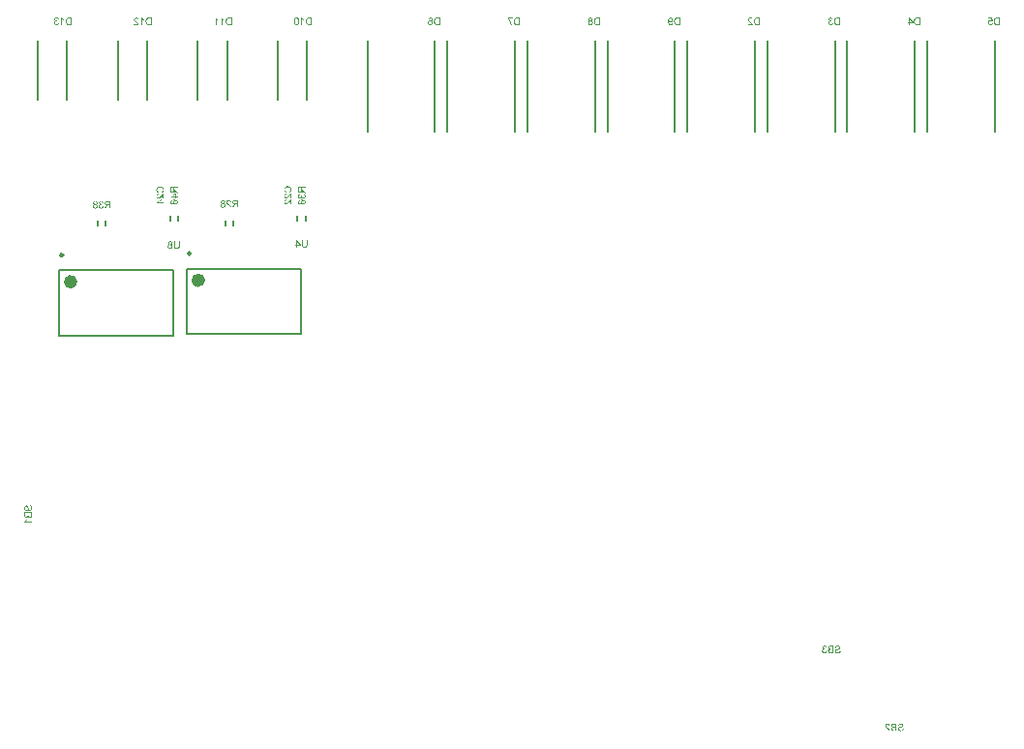
<source format=gbo>
G04*
G04 #@! TF.GenerationSoftware,Altium Limited,Altium Designer,23.1.1 (15)*
G04*
G04 Layer_Color=32896*
%FSLAX44Y44*%
%MOMM*%
G71*
G04*
G04 #@! TF.SameCoordinates,834500F6-C2E4-4EAC-996A-B368302F4D9C*
G04*
G04*
G04 #@! TF.FilePolarity,Positive*
G04*
G01*
G75*
%ADD10C,0.2000*%
%ADD17C,0.2500*%
%ADD18C,0.6000*%
G36*
X1008038Y146771D02*
X1008291Y146724D01*
X1008508Y146649D01*
X1008696Y146574D01*
X1008780Y146527D01*
X1008846Y146489D01*
X1008912Y146452D01*
X1008959Y146414D01*
X1008996Y146386D01*
X1009024Y146367D01*
X1009043Y146358D01*
X1009053Y146348D01*
X1009231Y146170D01*
X1009372Y145972D01*
X1009485Y145765D01*
X1009579Y145559D01*
X1009635Y145380D01*
X1009663Y145305D01*
X1009682Y145239D01*
X1009692Y145183D01*
X1009701Y145145D01*
X1009710Y145117D01*
Y145108D01*
X1008912Y144967D01*
X1008874Y145173D01*
X1008818Y145352D01*
X1008752Y145502D01*
X1008686Y145625D01*
X1008620Y145718D01*
X1008564Y145784D01*
X1008526Y145831D01*
X1008517Y145841D01*
X1008395Y145935D01*
X1008263Y146010D01*
X1008141Y146057D01*
X1008019Y146094D01*
X1007906Y146113D01*
X1007822Y146132D01*
X1007746D01*
X1007577Y146123D01*
X1007427Y146085D01*
X1007295Y146038D01*
X1007182Y145991D01*
X1007098Y145935D01*
X1007032Y145888D01*
X1006985Y145850D01*
X1006976Y145841D01*
X1006872Y145728D01*
X1006797Y145606D01*
X1006750Y145484D01*
X1006712Y145371D01*
X1006694Y145267D01*
X1006675Y145192D01*
Y145136D01*
Y145126D01*
Y145117D01*
Y145014D01*
X1006694Y144920D01*
X1006741Y144760D01*
X1006806Y144619D01*
X1006882Y144497D01*
X1006957Y144412D01*
X1007023Y144346D01*
X1007070Y144309D01*
X1007079Y144299D01*
X1007088D01*
X1007248Y144215D01*
X1007399Y144149D01*
X1007558Y144102D01*
X1007699Y144074D01*
X1007822Y144055D01*
X1007925Y144036D01*
X1008047D01*
X1008085Y144046D01*
X1008132D01*
X1008226Y143341D01*
X1008103Y143369D01*
X1007991Y143388D01*
X1007897Y143407D01*
X1007812Y143416D01*
X1007746Y143425D01*
X1007662D01*
X1007464Y143407D01*
X1007286Y143369D01*
X1007126Y143313D01*
X1006994Y143247D01*
X1006891Y143181D01*
X1006816Y143125D01*
X1006769Y143087D01*
X1006750Y143068D01*
X1006628Y142927D01*
X1006534Y142777D01*
X1006468Y142627D01*
X1006431Y142476D01*
X1006402Y142354D01*
X1006393Y142251D01*
X1006384Y142213D01*
Y142185D01*
Y142166D01*
Y142157D01*
X1006402Y141950D01*
X1006449Y141762D01*
X1006506Y141602D01*
X1006581Y141461D01*
X1006656Y141348D01*
X1006712Y141264D01*
X1006759Y141208D01*
X1006778Y141189D01*
X1006929Y141057D01*
X1007088Y140963D01*
X1007248Y140897D01*
X1007399Y140850D01*
X1007530Y140822D01*
X1007634Y140813D01*
X1007671Y140803D01*
X1007728D01*
X1007897Y140813D01*
X1008056Y140850D01*
X1008197Y140897D01*
X1008310Y140954D01*
X1008404Y141001D01*
X1008479Y141048D01*
X1008517Y141085D01*
X1008536Y141095D01*
X1008649Y141226D01*
X1008743Y141377D01*
X1008827Y141536D01*
X1008893Y141706D01*
X1008940Y141847D01*
X1008959Y141912D01*
X1008968Y141969D01*
X1008977Y142016D01*
X1008987Y142053D01*
X1008996Y142072D01*
Y142081D01*
X1009795Y141978D01*
X1009776Y141828D01*
X1009748Y141687D01*
X1009663Y141424D01*
X1009560Y141198D01*
X1009504Y141104D01*
X1009447Y141010D01*
X1009391Y140926D01*
X1009334Y140860D01*
X1009287Y140794D01*
X1009241Y140747D01*
X1009212Y140709D01*
X1009184Y140681D01*
X1009165Y140662D01*
X1009156Y140653D01*
X1009043Y140568D01*
X1008930Y140484D01*
X1008818Y140418D01*
X1008696Y140362D01*
X1008460Y140268D01*
X1008235Y140211D01*
X1008132Y140192D01*
X1008038Y140174D01*
X1007953Y140164D01*
X1007878Y140155D01*
X1007822Y140146D01*
X1007737D01*
X1007558Y140155D01*
X1007399Y140174D01*
X1007239Y140202D01*
X1007088Y140239D01*
X1006947Y140287D01*
X1006825Y140333D01*
X1006703Y140390D01*
X1006600Y140446D01*
X1006496Y140493D01*
X1006412Y140550D01*
X1006337Y140597D01*
X1006280Y140644D01*
X1006233Y140681D01*
X1006196Y140709D01*
X1006177Y140728D01*
X1006167Y140738D01*
X1006055Y140850D01*
X1005961Y140972D01*
X1005876Y141095D01*
X1005801Y141217D01*
X1005744Y141330D01*
X1005688Y141452D01*
X1005613Y141677D01*
X1005594Y141781D01*
X1005575Y141875D01*
X1005556Y141959D01*
X1005547Y142035D01*
X1005538Y142091D01*
Y142138D01*
Y142166D01*
Y142176D01*
X1005547Y142401D01*
X1005585Y142608D01*
X1005641Y142786D01*
X1005697Y142937D01*
X1005754Y143059D01*
X1005810Y143153D01*
X1005848Y143209D01*
X1005857Y143228D01*
X1005989Y143369D01*
X1006130Y143491D01*
X1006280Y143585D01*
X1006431Y143660D01*
X1006562Y143717D01*
X1006665Y143754D01*
X1006703Y143764D01*
X1006731Y143773D01*
X1006750Y143783D01*
X1006759D01*
X1006600Y143867D01*
X1006468Y143952D01*
X1006355Y144046D01*
X1006261Y144130D01*
X1006186Y144206D01*
X1006130Y144271D01*
X1006102Y144309D01*
X1006092Y144328D01*
X1006017Y144459D01*
X1005961Y144591D01*
X1005914Y144722D01*
X1005885Y144845D01*
X1005867Y144948D01*
X1005857Y145023D01*
Y145079D01*
Y145098D01*
X1005867Y145258D01*
X1005895Y145418D01*
X1005932Y145559D01*
X1005979Y145681D01*
X1006026Y145784D01*
X1006064Y145869D01*
X1006092Y145916D01*
X1006102Y145935D01*
X1006196Y146076D01*
X1006308Y146198D01*
X1006421Y146301D01*
X1006534Y146395D01*
X1006628Y146461D01*
X1006712Y146517D01*
X1006769Y146546D01*
X1006778Y146555D01*
X1006788D01*
X1006957Y146630D01*
X1007126Y146686D01*
X1007295Y146734D01*
X1007446Y146762D01*
X1007568Y146781D01*
X1007671Y146790D01*
X1007906D01*
X1008038Y146771D01*
D02*
G37*
G36*
X1015575Y140258D02*
X1013094D01*
X1012868Y140268D01*
X1012671Y140277D01*
X1012492Y140296D01*
X1012342Y140315D01*
X1012220Y140333D01*
X1012126Y140343D01*
X1012069Y140362D01*
X1012051D01*
X1011891Y140409D01*
X1011759Y140456D01*
X1011637Y140512D01*
X1011534Y140568D01*
X1011449Y140606D01*
X1011383Y140644D01*
X1011346Y140672D01*
X1011336Y140681D01*
X1011233Y140766D01*
X1011139Y140869D01*
X1011064Y140972D01*
X1010989Y141067D01*
X1010932Y141160D01*
X1010895Y141226D01*
X1010866Y141273D01*
X1010857Y141292D01*
X1010791Y141442D01*
X1010744Y141593D01*
X1010707Y141734D01*
X1010688Y141865D01*
X1010669Y141978D01*
X1010660Y142072D01*
Y142128D01*
Y142138D01*
Y142147D01*
X1010669Y142354D01*
X1010707Y142542D01*
X1010763Y142702D01*
X1010819Y142852D01*
X1010876Y142965D01*
X1010932Y143049D01*
X1010970Y143106D01*
X1010979Y143125D01*
X1011111Y143275D01*
X1011252Y143397D01*
X1011412Y143501D01*
X1011553Y143585D01*
X1011684Y143651D01*
X1011797Y143689D01*
X1011834Y143707D01*
X1011863Y143717D01*
X1011881Y143726D01*
X1011891D01*
X1011731Y143820D01*
X1011590Y143914D01*
X1011477Y144017D01*
X1011383Y144111D01*
X1011308Y144187D01*
X1011252Y144262D01*
X1011224Y144299D01*
X1011214Y144318D01*
X1011139Y144459D01*
X1011083Y144591D01*
X1011036Y144722D01*
X1011007Y144845D01*
X1010989Y144948D01*
X1010979Y145033D01*
Y145079D01*
Y145098D01*
X1010989Y145258D01*
X1011017Y145418D01*
X1011064Y145559D01*
X1011111Y145690D01*
X1011158Y145803D01*
X1011205Y145878D01*
X1011233Y145935D01*
X1011242Y145954D01*
X1011346Y146094D01*
X1011459Y146226D01*
X1011581Y146329D01*
X1011693Y146414D01*
X1011787Y146480D01*
X1011872Y146527D01*
X1011928Y146555D01*
X1011938Y146564D01*
X1011947D01*
X1012126Y146630D01*
X1012323Y146677D01*
X1012521Y146715D01*
X1012708Y146734D01*
X1012878Y146752D01*
X1012953D01*
X1013018Y146762D01*
X1015575D01*
Y140258D01*
D02*
G37*
G36*
X1019606Y146865D02*
X1019823Y146837D01*
X1020030Y146799D01*
X1020208Y146762D01*
X1020349Y146724D01*
X1020415Y146705D01*
X1020462Y146686D01*
X1020499Y146668D01*
X1020527Y146658D01*
X1020546Y146649D01*
X1020556D01*
X1020744Y146555D01*
X1020913Y146452D01*
X1021054Y146339D01*
X1021167Y146235D01*
X1021251Y146141D01*
X1021317Y146066D01*
X1021364Y146010D01*
X1021373Y146000D01*
Y145991D01*
X1021467Y145831D01*
X1021533Y145672D01*
X1021580Y145512D01*
X1021608Y145371D01*
X1021627Y145249D01*
X1021646Y145155D01*
Y145117D01*
Y145089D01*
Y145079D01*
Y145070D01*
X1021637Y144910D01*
X1021608Y144760D01*
X1021571Y144619D01*
X1021533Y144497D01*
X1021496Y144403D01*
X1021458Y144328D01*
X1021430Y144281D01*
X1021420Y144262D01*
X1021326Y144130D01*
X1021214Y144008D01*
X1021101Y143905D01*
X1020988Y143820D01*
X1020894Y143745D01*
X1020809Y143698D01*
X1020753Y143660D01*
X1020744Y143651D01*
X1020734D01*
X1020659Y143613D01*
X1020574Y143576D01*
X1020387Y143510D01*
X1020170Y143444D01*
X1019964Y143378D01*
X1019776Y143322D01*
X1019691Y143303D01*
X1019616Y143284D01*
X1019560Y143266D01*
X1019513Y143256D01*
X1019484Y143247D01*
X1019475D01*
X1019315Y143209D01*
X1019165Y143172D01*
X1019033Y143134D01*
X1018921Y143106D01*
X1018808Y143078D01*
X1018714Y143049D01*
X1018629Y143031D01*
X1018563Y143003D01*
X1018498Y142984D01*
X1018451Y142974D01*
X1018375Y142946D01*
X1018328Y142937D01*
X1018319Y142927D01*
X1018178Y142871D01*
X1018056Y142805D01*
X1017952Y142739D01*
X1017877Y142683D01*
X1017812Y142627D01*
X1017774Y142589D01*
X1017746Y142561D01*
X1017736Y142551D01*
X1017671Y142467D01*
X1017624Y142373D01*
X1017595Y142279D01*
X1017567Y142204D01*
X1017558Y142128D01*
X1017548Y142072D01*
Y142025D01*
Y142016D01*
X1017558Y141903D01*
X1017577Y141800D01*
X1017605Y141706D01*
X1017642Y141630D01*
X1017680Y141555D01*
X1017708Y141508D01*
X1017727Y141471D01*
X1017736Y141461D01*
X1017812Y141367D01*
X1017906Y141292D01*
X1017999Y141226D01*
X1018084Y141160D01*
X1018169Y141123D01*
X1018234Y141085D01*
X1018281Y141067D01*
X1018300Y141057D01*
X1018441Y141010D01*
X1018592Y140972D01*
X1018742Y140954D01*
X1018874Y140935D01*
X1018986Y140926D01*
X1019080Y140916D01*
X1019165D01*
X1019372Y140926D01*
X1019560Y140944D01*
X1019729Y140972D01*
X1019879Y141010D01*
X1020001Y141048D01*
X1020095Y141076D01*
X1020123Y141085D01*
X1020152Y141095D01*
X1020161Y141104D01*
X1020170D01*
X1020321Y141179D01*
X1020462Y141264D01*
X1020565Y141348D01*
X1020659Y141433D01*
X1020734Y141499D01*
X1020781Y141565D01*
X1020809Y141602D01*
X1020819Y141612D01*
X1020885Y141734D01*
X1020950Y141865D01*
X1020988Y142006D01*
X1021026Y142128D01*
X1021054Y142251D01*
X1021073Y142335D01*
Y142373D01*
X1021082Y142401D01*
Y142410D01*
Y142420D01*
X1021890Y142345D01*
X1021871Y142110D01*
X1021834Y141884D01*
X1021777Y141687D01*
X1021712Y141508D01*
X1021646Y141367D01*
X1021618Y141311D01*
X1021599Y141264D01*
X1021571Y141226D01*
X1021561Y141198D01*
X1021543Y141179D01*
Y141170D01*
X1021402Y140991D01*
X1021251Y140832D01*
X1021091Y140700D01*
X1020941Y140587D01*
X1020809Y140503D01*
X1020697Y140446D01*
X1020659Y140428D01*
X1020631Y140409D01*
X1020612Y140399D01*
X1020603D01*
X1020368Y140315D01*
X1020123Y140249D01*
X1019879Y140211D01*
X1019644Y140174D01*
X1019531Y140164D01*
X1019437Y140155D01*
X1019353D01*
X1019278Y140146D01*
X1019127D01*
X1018874Y140155D01*
X1018639Y140183D01*
X1018422Y140230D01*
X1018244Y140277D01*
X1018093Y140315D01*
X1018028Y140343D01*
X1017971Y140362D01*
X1017934Y140380D01*
X1017906Y140390D01*
X1017887Y140399D01*
X1017877D01*
X1017680Y140503D01*
X1017511Y140615D01*
X1017360Y140738D01*
X1017238Y140850D01*
X1017144Y140944D01*
X1017078Y141029D01*
X1017031Y141085D01*
X1017022Y141095D01*
Y141104D01*
X1016919Y141283D01*
X1016843Y141452D01*
X1016796Y141612D01*
X1016759Y141762D01*
X1016740Y141894D01*
X1016721Y141997D01*
Y142035D01*
Y142063D01*
Y142072D01*
Y142081D01*
X1016731Y142269D01*
X1016759Y142448D01*
X1016806Y142608D01*
X1016853Y142739D01*
X1016909Y142852D01*
X1016947Y142937D01*
X1016984Y142984D01*
X1016994Y143003D01*
X1017107Y143144D01*
X1017238Y143275D01*
X1017379Y143388D01*
X1017520Y143491D01*
X1017642Y143566D01*
X1017746Y143623D01*
X1017783Y143642D01*
X1017812Y143660D01*
X1017830Y143670D01*
X1017840D01*
X1017915Y143707D01*
X1018009Y143736D01*
X1018112Y143773D01*
X1018225Y143811D01*
X1018460Y143876D01*
X1018704Y143942D01*
X1018817Y143970D01*
X1018921Y143999D01*
X1019024Y144027D01*
X1019109Y144046D01*
X1019174Y144065D01*
X1019231Y144074D01*
X1019268Y144083D01*
X1019278D01*
X1019466Y144130D01*
X1019635Y144168D01*
X1019785Y144215D01*
X1019917Y144252D01*
X1020039Y144299D01*
X1020142Y144337D01*
X1020236Y144375D01*
X1020321Y144403D01*
X1020387Y144440D01*
X1020443Y144469D01*
X1020481Y144487D01*
X1020518Y144516D01*
X1020565Y144544D01*
X1020574Y144553D01*
X1020659Y144647D01*
X1020715Y144741D01*
X1020762Y144835D01*
X1020791Y144929D01*
X1020809Y145004D01*
X1020819Y145070D01*
Y145108D01*
Y145126D01*
X1020800Y145277D01*
X1020762Y145408D01*
X1020706Y145521D01*
X1020640Y145625D01*
X1020584Y145700D01*
X1020527Y145765D01*
X1020490Y145803D01*
X1020471Y145813D01*
X1020396Y145859D01*
X1020321Y145906D01*
X1020142Y145982D01*
X1019954Y146029D01*
X1019766Y146066D01*
X1019597Y146085D01*
X1019522Y146094D01*
X1019466Y146104D01*
X1019334D01*
X1019071Y146094D01*
X1018836Y146057D01*
X1018648Y146000D01*
X1018488Y145944D01*
X1018366Y145888D01*
X1018272Y145831D01*
X1018225Y145794D01*
X1018206Y145784D01*
X1018075Y145653D01*
X1017971Y145512D01*
X1017887Y145361D01*
X1017830Y145211D01*
X1017793Y145070D01*
X1017765Y144967D01*
X1017755Y144920D01*
X1017746Y144892D01*
Y144873D01*
Y144863D01*
X1016919Y144929D01*
X1016937Y145136D01*
X1016984Y145324D01*
X1017031Y145502D01*
X1017097Y145653D01*
X1017154Y145775D01*
X1017201Y145869D01*
X1017219Y145897D01*
X1017238Y145925D01*
X1017248Y145935D01*
Y145944D01*
X1017370Y146104D01*
X1017501Y146245D01*
X1017642Y146367D01*
X1017783Y146461D01*
X1017906Y146546D01*
X1017999Y146593D01*
X1018037Y146611D01*
X1018065Y146630D01*
X1018084Y146639D01*
X1018093D01*
X1018300Y146715D01*
X1018526Y146771D01*
X1018733Y146818D01*
X1018930Y146846D01*
X1019109Y146865D01*
X1019174D01*
X1019240Y146875D01*
X1019362D01*
X1019606Y146865D01*
D02*
G37*
G36*
X1062907Y78709D02*
X1063066Y78699D01*
X1063217Y78671D01*
X1063358Y78643D01*
X1063489Y78605D01*
X1063611Y78568D01*
X1063724Y78520D01*
X1063828Y78474D01*
X1063922Y78427D01*
X1063997Y78380D01*
X1064062Y78342D01*
X1064119Y78304D01*
X1064166Y78276D01*
X1064194Y78248D01*
X1064213Y78239D01*
X1064222Y78229D01*
X1064316Y78135D01*
X1064401Y78032D01*
X1064485Y77919D01*
X1064551Y77806D01*
X1064664Y77581D01*
X1064739Y77355D01*
X1064767Y77252D01*
X1064796Y77148D01*
X1064814Y77064D01*
X1064833Y76989D01*
X1064843Y76923D01*
Y76876D01*
X1064852Y76848D01*
Y76838D01*
X1064034Y76754D01*
X1064016Y76970D01*
X1063978Y77158D01*
X1063922Y77327D01*
X1063856Y77459D01*
X1063799Y77571D01*
X1063743Y77646D01*
X1063705Y77694D01*
X1063687Y77712D01*
X1063546Y77825D01*
X1063395Y77910D01*
X1063235Y77976D01*
X1063094Y78013D01*
X1062963Y78041D01*
X1062850Y78051D01*
X1062813Y78060D01*
X1062756D01*
X1062559Y78051D01*
X1062380Y78013D01*
X1062230Y77957D01*
X1062098Y77900D01*
X1061995Y77835D01*
X1061929Y77787D01*
X1061882Y77750D01*
X1061863Y77731D01*
X1061751Y77600D01*
X1061666Y77468D01*
X1061600Y77336D01*
X1061563Y77205D01*
X1061535Y77101D01*
X1061525Y77007D01*
X1061516Y76951D01*
Y76942D01*
Y76932D01*
X1061535Y76763D01*
X1061572Y76585D01*
X1061638Y76425D01*
X1061704Y76274D01*
X1061779Y76152D01*
X1061845Y76049D01*
X1061863Y76011D01*
X1061882Y75983D01*
X1061901Y75974D01*
Y75964D01*
X1061976Y75861D01*
X1062070Y75757D01*
X1062173Y75645D01*
X1062286Y75532D01*
X1062521Y75306D01*
X1062756Y75081D01*
X1062878Y74977D01*
X1062982Y74883D01*
X1063085Y74799D01*
X1063170Y74724D01*
X1063235Y74667D01*
X1063292Y74620D01*
X1063329Y74592D01*
X1063339Y74583D01*
X1063574Y74385D01*
X1063790Y74198D01*
X1063969Y74028D01*
X1064109Y73887D01*
X1064232Y73765D01*
X1064316Y73681D01*
X1064363Y73624D01*
X1064382Y73615D01*
Y73605D01*
X1064514Y73446D01*
X1064617Y73295D01*
X1064711Y73145D01*
X1064786Y73013D01*
X1064843Y72901D01*
X1064880Y72816D01*
X1064899Y72760D01*
X1064908Y72750D01*
Y72741D01*
X1064946Y72637D01*
X1064965Y72543D01*
X1064984Y72449D01*
X1064993Y72365D01*
X1065002Y72290D01*
Y72233D01*
Y72196D01*
Y72186D01*
X1060689D01*
Y72957D01*
X1063893D01*
X1063781Y73117D01*
X1063724Y73183D01*
X1063677Y73248D01*
X1063630Y73305D01*
X1063593Y73342D01*
X1063564Y73370D01*
X1063555Y73380D01*
X1063508Y73427D01*
X1063452Y73474D01*
X1063320Y73596D01*
X1063170Y73737D01*
X1063010Y73878D01*
X1062860Y74000D01*
X1062794Y74057D01*
X1062737Y74113D01*
X1062690Y74151D01*
X1062653Y74179D01*
X1062634Y74198D01*
X1062625Y74207D01*
X1062474Y74338D01*
X1062324Y74461D01*
X1062192Y74583D01*
X1062070Y74686D01*
X1061957Y74790D01*
X1061863Y74883D01*
X1061769Y74968D01*
X1061694Y75043D01*
X1061619Y75118D01*
X1061563Y75175D01*
X1061516Y75222D01*
X1061469Y75269D01*
X1061422Y75325D01*
X1061403Y75344D01*
X1061271Y75504D01*
X1061159Y75645D01*
X1061065Y75786D01*
X1060989Y75898D01*
X1060933Y76002D01*
X1060895Y76077D01*
X1060877Y76124D01*
X1060867Y76143D01*
X1060811Y76284D01*
X1060773Y76425D01*
X1060736Y76556D01*
X1060717Y76669D01*
X1060707Y76772D01*
X1060698Y76848D01*
Y76895D01*
Y76913D01*
X1060707Y77055D01*
X1060726Y77186D01*
X1060745Y77318D01*
X1060783Y77430D01*
X1060877Y77656D01*
X1060971Y77835D01*
X1061027Y77919D01*
X1061074Y77985D01*
X1061121Y78051D01*
X1061168Y78098D01*
X1061206Y78135D01*
X1061224Y78173D01*
X1061243Y78182D01*
X1061253Y78192D01*
X1061356Y78286D01*
X1061469Y78370D01*
X1061591Y78436D01*
X1061713Y78492D01*
X1061957Y78586D01*
X1062202Y78652D01*
X1062305Y78671D01*
X1062409Y78690D01*
X1062502Y78699D01*
X1062578Y78709D01*
X1062643Y78718D01*
X1062737D01*
X1062907Y78709D01*
D02*
G37*
G36*
X1070660Y72186D02*
X1068179D01*
X1067953Y72196D01*
X1067756Y72205D01*
X1067577Y72224D01*
X1067427Y72243D01*
X1067305Y72262D01*
X1067211Y72271D01*
X1067154Y72290D01*
X1067136D01*
X1066976Y72337D01*
X1066844Y72384D01*
X1066722Y72440D01*
X1066619Y72496D01*
X1066534Y72534D01*
X1066468Y72572D01*
X1066431Y72600D01*
X1066421Y72609D01*
X1066318Y72694D01*
X1066224Y72797D01*
X1066149Y72901D01*
X1066074Y72994D01*
X1066017Y73088D01*
X1065980Y73154D01*
X1065952Y73201D01*
X1065942Y73220D01*
X1065876Y73370D01*
X1065829Y73521D01*
X1065792Y73662D01*
X1065773Y73793D01*
X1065754Y73906D01*
X1065745Y74000D01*
Y74057D01*
Y74066D01*
Y74075D01*
X1065754Y74282D01*
X1065792Y74470D01*
X1065848Y74630D01*
X1065904Y74780D01*
X1065961Y74893D01*
X1066017Y74977D01*
X1066055Y75034D01*
X1066064Y75053D01*
X1066196Y75203D01*
X1066337Y75325D01*
X1066497Y75429D01*
X1066638Y75513D01*
X1066769Y75579D01*
X1066882Y75617D01*
X1066919Y75635D01*
X1066948Y75645D01*
X1066966Y75654D01*
X1066976D01*
X1066816Y75748D01*
X1066675Y75842D01*
X1066562Y75946D01*
X1066468Y76040D01*
X1066393Y76115D01*
X1066337Y76190D01*
X1066309Y76227D01*
X1066299Y76246D01*
X1066224Y76387D01*
X1066168Y76519D01*
X1066121Y76650D01*
X1066093Y76772D01*
X1066074Y76876D01*
X1066064Y76961D01*
Y77007D01*
Y77026D01*
X1066074Y77186D01*
X1066102Y77346D01*
X1066149Y77487D01*
X1066196Y77618D01*
X1066243Y77731D01*
X1066290Y77806D01*
X1066318Y77863D01*
X1066327Y77881D01*
X1066431Y78022D01*
X1066544Y78154D01*
X1066666Y78257D01*
X1066778Y78342D01*
X1066872Y78408D01*
X1066957Y78455D01*
X1067013Y78483D01*
X1067023Y78492D01*
X1067032D01*
X1067211Y78558D01*
X1067408Y78605D01*
X1067606Y78643D01*
X1067794Y78661D01*
X1067963Y78680D01*
X1068038D01*
X1068104Y78690D01*
X1070660D01*
Y72186D01*
D02*
G37*
G36*
X1074692Y78793D02*
X1074908Y78765D01*
X1075115Y78727D01*
X1075293Y78690D01*
X1075434Y78652D01*
X1075500Y78633D01*
X1075547Y78615D01*
X1075584Y78596D01*
X1075613Y78586D01*
X1075631Y78577D01*
X1075641D01*
X1075829Y78483D01*
X1075998Y78380D01*
X1076139Y78267D01*
X1076252Y78163D01*
X1076336Y78069D01*
X1076402Y77994D01*
X1076449Y77938D01*
X1076459Y77929D01*
Y77919D01*
X1076553Y77759D01*
X1076618Y77600D01*
X1076665Y77440D01*
X1076693Y77299D01*
X1076712Y77177D01*
X1076731Y77083D01*
Y77045D01*
Y77017D01*
Y77007D01*
Y76998D01*
X1076722Y76838D01*
X1076693Y76688D01*
X1076656Y76547D01*
X1076618Y76425D01*
X1076581Y76331D01*
X1076543Y76256D01*
X1076515Y76209D01*
X1076506Y76190D01*
X1076412Y76058D01*
X1076299Y75936D01*
X1076186Y75833D01*
X1076073Y75748D01*
X1075979Y75673D01*
X1075895Y75626D01*
X1075838Y75588D01*
X1075829Y75579D01*
X1075819D01*
X1075744Y75541D01*
X1075660Y75504D01*
X1075472Y75438D01*
X1075256Y75372D01*
X1075049Y75306D01*
X1074861Y75250D01*
X1074776Y75231D01*
X1074701Y75212D01*
X1074645Y75194D01*
X1074598Y75184D01*
X1074569Y75175D01*
X1074560D01*
X1074400Y75137D01*
X1074250Y75100D01*
X1074118Y75062D01*
X1074006Y75034D01*
X1073893Y75006D01*
X1073799Y74977D01*
X1073714Y74959D01*
X1073649Y74931D01*
X1073583Y74912D01*
X1073536Y74902D01*
X1073460Y74874D01*
X1073413Y74865D01*
X1073404Y74855D01*
X1073263Y74799D01*
X1073141Y74733D01*
X1073038Y74667D01*
X1072962Y74611D01*
X1072897Y74555D01*
X1072859Y74517D01*
X1072831Y74489D01*
X1072822Y74479D01*
X1072756Y74395D01*
X1072709Y74301D01*
X1072681Y74207D01*
X1072652Y74132D01*
X1072643Y74057D01*
X1072634Y74000D01*
Y73953D01*
Y73944D01*
X1072643Y73831D01*
X1072662Y73728D01*
X1072690Y73634D01*
X1072728Y73558D01*
X1072765Y73483D01*
X1072793Y73436D01*
X1072812Y73399D01*
X1072822Y73389D01*
X1072897Y73295D01*
X1072991Y73220D01*
X1073085Y73154D01*
X1073169Y73088D01*
X1073254Y73051D01*
X1073319Y73013D01*
X1073366Y72994D01*
X1073385Y72985D01*
X1073526Y72938D01*
X1073677Y72901D01*
X1073827Y72882D01*
X1073959Y72863D01*
X1074071Y72854D01*
X1074165Y72844D01*
X1074250D01*
X1074457Y72854D01*
X1074645Y72872D01*
X1074814Y72901D01*
X1074964Y72938D01*
X1075086Y72976D01*
X1075180Y73004D01*
X1075209Y73013D01*
X1075237Y73023D01*
X1075246Y73032D01*
X1075256D01*
X1075406Y73107D01*
X1075547Y73192D01*
X1075650Y73277D01*
X1075744Y73361D01*
X1075819Y73427D01*
X1075866Y73493D01*
X1075895Y73530D01*
X1075904Y73540D01*
X1075970Y73662D01*
X1076036Y73793D01*
X1076073Y73934D01*
X1076111Y74057D01*
X1076139Y74179D01*
X1076158Y74263D01*
Y74301D01*
X1076167Y74329D01*
Y74338D01*
Y74348D01*
X1076975Y74273D01*
X1076957Y74038D01*
X1076919Y73812D01*
X1076863Y73615D01*
X1076797Y73436D01*
X1076731Y73295D01*
X1076703Y73239D01*
X1076684Y73192D01*
X1076656Y73154D01*
X1076646Y73126D01*
X1076628Y73107D01*
Y73098D01*
X1076487Y72919D01*
X1076336Y72760D01*
X1076177Y72628D01*
X1076026Y72515D01*
X1075895Y72431D01*
X1075782Y72374D01*
X1075744Y72355D01*
X1075716Y72337D01*
X1075697Y72327D01*
X1075688D01*
X1075453Y72243D01*
X1075209Y72177D01*
X1074964Y72139D01*
X1074729Y72102D01*
X1074616Y72092D01*
X1074522Y72083D01*
X1074438D01*
X1074363Y72073D01*
X1074212D01*
X1073959Y72083D01*
X1073724Y72111D01*
X1073508Y72158D01*
X1073329Y72205D01*
X1073179Y72243D01*
X1073113Y72271D01*
X1073056Y72290D01*
X1073019Y72309D01*
X1072991Y72318D01*
X1072972Y72327D01*
X1072962D01*
X1072765Y72431D01*
X1072596Y72543D01*
X1072446Y72666D01*
X1072323Y72778D01*
X1072229Y72872D01*
X1072164Y72957D01*
X1072117Y73013D01*
X1072107Y73023D01*
Y73032D01*
X1072004Y73211D01*
X1071929Y73380D01*
X1071882Y73540D01*
X1071844Y73690D01*
X1071825Y73822D01*
X1071806Y73925D01*
Y73962D01*
Y73991D01*
Y74000D01*
Y74009D01*
X1071816Y74198D01*
X1071844Y74376D01*
X1071891Y74536D01*
X1071938Y74667D01*
X1071994Y74780D01*
X1072032Y74865D01*
X1072070Y74912D01*
X1072079Y74931D01*
X1072192Y75072D01*
X1072323Y75203D01*
X1072464Y75316D01*
X1072605Y75419D01*
X1072728Y75494D01*
X1072831Y75551D01*
X1072868Y75570D01*
X1072897Y75588D01*
X1072915Y75598D01*
X1072925D01*
X1073000Y75635D01*
X1073094Y75664D01*
X1073197Y75701D01*
X1073310Y75739D01*
X1073545Y75805D01*
X1073789Y75870D01*
X1073902Y75898D01*
X1074006Y75927D01*
X1074109Y75955D01*
X1074194Y75974D01*
X1074259Y75992D01*
X1074316Y76002D01*
X1074353Y76011D01*
X1074363D01*
X1074551Y76058D01*
X1074720Y76096D01*
X1074870Y76143D01*
X1075002Y76180D01*
X1075124Y76227D01*
X1075227Y76265D01*
X1075321Y76303D01*
X1075406Y76331D01*
X1075472Y76368D01*
X1075528Y76397D01*
X1075566Y76415D01*
X1075603Y76444D01*
X1075650Y76472D01*
X1075660Y76481D01*
X1075744Y76575D01*
X1075801Y76669D01*
X1075848Y76763D01*
X1075876Y76857D01*
X1075895Y76932D01*
X1075904Y76998D01*
Y77036D01*
Y77055D01*
X1075885Y77205D01*
X1075848Y77336D01*
X1075791Y77449D01*
X1075725Y77553D01*
X1075669Y77628D01*
X1075613Y77694D01*
X1075575Y77731D01*
X1075556Y77741D01*
X1075481Y77787D01*
X1075406Y77835D01*
X1075227Y77910D01*
X1075039Y77957D01*
X1074851Y77994D01*
X1074682Y78013D01*
X1074607Y78022D01*
X1074551Y78032D01*
X1074419D01*
X1074156Y78022D01*
X1073921Y77985D01*
X1073733Y77929D01*
X1073573Y77872D01*
X1073451Y77816D01*
X1073357Y77759D01*
X1073310Y77722D01*
X1073291Y77712D01*
X1073160Y77581D01*
X1073056Y77440D01*
X1072972Y77289D01*
X1072915Y77139D01*
X1072878Y76998D01*
X1072850Y76895D01*
X1072840Y76848D01*
X1072831Y76820D01*
Y76801D01*
Y76791D01*
X1072004Y76857D01*
X1072023Y77064D01*
X1072070Y77252D01*
X1072117Y77430D01*
X1072182Y77581D01*
X1072239Y77703D01*
X1072286Y77797D01*
X1072305Y77825D01*
X1072323Y77853D01*
X1072333Y77863D01*
Y77872D01*
X1072455Y78032D01*
X1072587Y78173D01*
X1072728Y78295D01*
X1072868Y78389D01*
X1072991Y78474D01*
X1073085Y78520D01*
X1073122Y78539D01*
X1073150Y78558D01*
X1073169Y78568D01*
X1073179D01*
X1073385Y78643D01*
X1073611Y78699D01*
X1073818Y78746D01*
X1074015Y78774D01*
X1074194Y78793D01*
X1074259D01*
X1074325Y78802D01*
X1074447D01*
X1074692Y78793D01*
D02*
G37*
G36*
X312497Y269789D02*
X312722Y269751D01*
X312920Y269695D01*
X313098Y269629D01*
X313239Y269564D01*
X313295Y269535D01*
X313342Y269517D01*
X313380Y269488D01*
X313408Y269479D01*
X313427Y269460D01*
X313437D01*
X313615Y269319D01*
X313775Y269169D01*
X313906Y269009D01*
X314019Y268859D01*
X314104Y268727D01*
X314160Y268614D01*
X314179Y268577D01*
X314198Y268549D01*
X314207Y268530D01*
Y268520D01*
X314292Y268285D01*
X314357Y268041D01*
X314395Y267797D01*
X314433Y267562D01*
X314442Y267449D01*
X314451Y267355D01*
Y267270D01*
X314461Y267195D01*
Y267045D01*
X314451Y266791D01*
X314423Y266556D01*
X314376Y266340D01*
X314329Y266161D01*
X314292Y266011D01*
X314263Y265945D01*
X314245Y265889D01*
X314226Y265851D01*
X314216Y265823D01*
X314207Y265804D01*
Y265795D01*
X314104Y265597D01*
X313991Y265428D01*
X313869Y265278D01*
X313756Y265156D01*
X313662Y265062D01*
X313577Y264996D01*
X313521Y264949D01*
X313512Y264940D01*
X313502D01*
X313324Y264836D01*
X313155Y264761D01*
X312995Y264714D01*
X312844Y264676D01*
X312713Y264658D01*
X312609Y264639D01*
X312572D01*
X312544D01*
X312534D01*
X312525D01*
X312337Y264648D01*
X312158Y264676D01*
X311999Y264723D01*
X311867Y264771D01*
X311754Y264827D01*
X311670Y264865D01*
X311623Y264902D01*
X311604Y264911D01*
X311463Y265024D01*
X311331Y265156D01*
X311218Y265297D01*
X311115Y265438D01*
X311040Y265560D01*
X310984Y265663D01*
X310965Y265701D01*
X310946Y265729D01*
X310937Y265748D01*
Y265757D01*
X310899Y265833D01*
X310871Y265926D01*
X310833Y266030D01*
X310796Y266143D01*
X310730Y266378D01*
X310664Y266622D01*
X310636Y266735D01*
X310608Y266838D01*
X310579Y266942D01*
X310561Y267026D01*
X310542Y267092D01*
X310532Y267148D01*
X310523Y267186D01*
Y267195D01*
X310476Y267383D01*
X310438Y267552D01*
X310392Y267703D01*
X310354Y267834D01*
X310307Y267956D01*
X310269Y268060D01*
X310232Y268154D01*
X310203Y268238D01*
X310166Y268304D01*
X310138Y268361D01*
X310119Y268398D01*
X310091Y268436D01*
X310063Y268483D01*
X310053Y268492D01*
X309959Y268577D01*
X309865Y268633D01*
X309771Y268680D01*
X309677Y268708D01*
X309602Y268727D01*
X309536Y268736D01*
X309499D01*
X309480D01*
X309329Y268718D01*
X309198Y268680D01*
X309085Y268624D01*
X308982Y268558D01*
X308907Y268501D01*
X308841Y268445D01*
X308803Y268407D01*
X308794Y268389D01*
X308747Y268314D01*
X308700Y268238D01*
X308625Y268060D01*
X308578Y267872D01*
X308540Y267684D01*
X308521Y267515D01*
X308512Y267439D01*
X308503Y267383D01*
Y267252D01*
X308512Y266988D01*
X308549Y266754D01*
X308606Y266565D01*
X308662Y266406D01*
X308719Y266284D01*
X308775Y266190D01*
X308813Y266143D01*
X308822Y266124D01*
X308954Y265992D01*
X309095Y265889D01*
X309245Y265804D01*
X309395Y265748D01*
X309536Y265710D01*
X309640Y265682D01*
X309687Y265673D01*
X309715Y265663D01*
X309734D01*
X309743D01*
X309677Y264836D01*
X309471Y264855D01*
X309282Y264902D01*
X309104Y264949D01*
X308954Y265015D01*
X308831Y265071D01*
X308738Y265118D01*
X308709Y265137D01*
X308681Y265156D01*
X308672Y265165D01*
X308662D01*
X308503Y265287D01*
X308361Y265419D01*
X308239Y265560D01*
X308145Y265701D01*
X308061Y265823D01*
X308014Y265917D01*
X307995Y265955D01*
X307976Y265983D01*
X307967Y266002D01*
Y266011D01*
X307892Y266218D01*
X307835Y266443D01*
X307788Y266650D01*
X307760Y266847D01*
X307741Y267026D01*
Y267092D01*
X307732Y267158D01*
Y267280D01*
X307741Y267524D01*
X307770Y267740D01*
X307807Y267947D01*
X307845Y268126D01*
X307882Y268267D01*
X307901Y268332D01*
X307920Y268379D01*
X307939Y268417D01*
X307948Y268445D01*
X307957Y268464D01*
Y268473D01*
X308051Y268661D01*
X308155Y268831D01*
X308268Y268971D01*
X308371Y269084D01*
X308465Y269169D01*
X308540Y269235D01*
X308596Y269282D01*
X308606Y269291D01*
X308615D01*
X308775Y269385D01*
X308935Y269451D01*
X309095Y269498D01*
X309236Y269526D01*
X309358Y269545D01*
X309452Y269564D01*
X309489D01*
X309517D01*
X309527D01*
X309536D01*
X309696Y269554D01*
X309846Y269526D01*
X309987Y269488D01*
X310110Y269451D01*
X310203Y269413D01*
X310279Y269375D01*
X310326Y269347D01*
X310345Y269338D01*
X310476Y269244D01*
X310598Y269131D01*
X310702Y269018D01*
X310786Y268906D01*
X310861Y268812D01*
X310908Y268727D01*
X310946Y268671D01*
X310955Y268661D01*
Y268652D01*
X310993Y268577D01*
X311031Y268492D01*
X311096Y268304D01*
X311162Y268088D01*
X311228Y267881D01*
X311284Y267693D01*
X311303Y267609D01*
X311322Y267533D01*
X311341Y267477D01*
X311350Y267430D01*
X311360Y267402D01*
Y267393D01*
X311397Y267233D01*
X311435Y267082D01*
X311472Y266951D01*
X311500Y266838D01*
X311529Y266725D01*
X311557Y266631D01*
X311576Y266547D01*
X311604Y266481D01*
X311623Y266415D01*
X311632Y266368D01*
X311660Y266293D01*
X311670Y266246D01*
X311679Y266237D01*
X311735Y266096D01*
X311801Y265973D01*
X311867Y265870D01*
X311923Y265795D01*
X311980Y265729D01*
X312017Y265692D01*
X312046Y265663D01*
X312055Y265654D01*
X312139Y265588D01*
X312234Y265541D01*
X312327Y265513D01*
X312403Y265485D01*
X312478Y265475D01*
X312534Y265466D01*
X312581D01*
X312591D01*
X312703Y265475D01*
X312807Y265494D01*
X312901Y265522D01*
X312976Y265560D01*
X313051Y265597D01*
X313098Y265626D01*
X313136Y265644D01*
X313145Y265654D01*
X313239Y265729D01*
X313314Y265823D01*
X313380Y265917D01*
X313446Y266002D01*
X313483Y266086D01*
X313521Y266152D01*
X313540Y266199D01*
X313549Y266218D01*
X313596Y266359D01*
X313634Y266509D01*
X313653Y266660D01*
X313671Y266791D01*
X313681Y266904D01*
X313690Y266998D01*
Y267082D01*
X313681Y267289D01*
X313662Y267477D01*
X313634Y267646D01*
X313596Y267797D01*
X313559Y267919D01*
X313530Y268013D01*
X313521Y268041D01*
X313512Y268069D01*
X313502Y268079D01*
Y268088D01*
X313427Y268238D01*
X313342Y268379D01*
X313258Y268483D01*
X313173Y268577D01*
X313107Y268652D01*
X313042Y268699D01*
X313004Y268727D01*
X312995Y268736D01*
X312873Y268802D01*
X312741Y268868D01*
X312600Y268906D01*
X312478Y268943D01*
X312356Y268971D01*
X312271Y268990D01*
X312234D01*
X312205Y269000D01*
X312196D01*
X312187D01*
X312262Y269808D01*
X312497Y269789D01*
D02*
G37*
G36*
X314348Y261011D02*
X314339Y260786D01*
X314329Y260588D01*
X314310Y260410D01*
X314292Y260259D01*
X314273Y260137D01*
X314263Y260043D01*
X314245Y259987D01*
Y259968D01*
X314198Y259808D01*
X314151Y259677D01*
X314094Y259555D01*
X314038Y259451D01*
X314000Y259367D01*
X313963Y259301D01*
X313935Y259263D01*
X313925Y259254D01*
X313841Y259151D01*
X313737Y259056D01*
X313634Y258981D01*
X313540Y258906D01*
X313446Y258850D01*
X313380Y258812D01*
X313333Y258784D01*
X313314Y258775D01*
X313164Y258709D01*
X313013Y258662D01*
X312873Y258624D01*
X312741Y258605D01*
X312628Y258587D01*
X312534Y258577D01*
X312478D01*
X312468D01*
X312459D01*
X312252Y258587D01*
X312064Y258624D01*
X311905Y258681D01*
X311754Y258737D01*
X311641Y258793D01*
X311557Y258850D01*
X311500Y258887D01*
X311482Y258897D01*
X311331Y259028D01*
X311209Y259169D01*
X311106Y259329D01*
X311021Y259470D01*
X310955Y259602D01*
X310918Y259714D01*
X310899Y259752D01*
X310890Y259780D01*
X310880Y259799D01*
Y259808D01*
X310786Y259649D01*
X310692Y259508D01*
X310589Y259395D01*
X310495Y259301D01*
X310420Y259226D01*
X310345Y259169D01*
X310307Y259141D01*
X310288Y259132D01*
X310147Y259056D01*
X310016Y259000D01*
X309884Y258953D01*
X309762Y258925D01*
X309659Y258906D01*
X309574Y258897D01*
X309527D01*
X309508D01*
X309348Y258906D01*
X309189Y258934D01*
X309048Y258981D01*
X308916Y259028D01*
X308803Y259075D01*
X308728Y259122D01*
X308672Y259151D01*
X308653Y259160D01*
X308512Y259263D01*
X308380Y259376D01*
X308277Y259498D01*
X308192Y259611D01*
X308127Y259705D01*
X308080Y259790D01*
X308051Y259846D01*
X308042Y259855D01*
Y259865D01*
X307976Y260043D01*
X307929Y260241D01*
X307892Y260438D01*
X307873Y260626D01*
X307854Y260795D01*
Y260870D01*
X307845Y260936D01*
Y263492D01*
X314348D01*
Y261011D01*
D02*
G37*
G36*
X310166Y256970D02*
X310100Y256829D01*
X310034Y256688D01*
X309969Y256557D01*
X309912Y256444D01*
X309865Y256350D01*
X309828Y256294D01*
X309818Y256284D01*
Y256275D01*
X309715Y256106D01*
X309611Y255955D01*
X309517Y255824D01*
X309433Y255720D01*
X309367Y255626D01*
X309311Y255570D01*
X309273Y255523D01*
X309264Y255513D01*
X314348D01*
Y254715D01*
X307817D01*
Y255231D01*
X307976Y255326D01*
X308127Y255429D01*
X308277Y255551D01*
X308409Y255664D01*
X308521Y255777D01*
X308615Y255861D01*
X308643Y255899D01*
X308672Y255927D01*
X308681Y255936D01*
X308690Y255946D01*
X308850Y256143D01*
X309001Y256341D01*
X309132Y256528D01*
X309236Y256716D01*
X309329Y256876D01*
X309367Y256942D01*
X309395Y256998D01*
X309424Y257045D01*
X309433Y257083D01*
X309452Y257102D01*
Y257111D01*
X310222D01*
X310166Y256970D01*
D02*
G37*
G36*
X443653Y496867D02*
Y496679D01*
X443643Y496500D01*
X443634Y496331D01*
X443615Y496171D01*
X443596Y496030D01*
X443578Y495899D01*
X443549Y495777D01*
X443531Y495664D01*
X443512Y495560D01*
X443484Y495476D01*
X443465Y495401D01*
X443446Y495344D01*
X443427Y495297D01*
X443418Y495260D01*
X443408Y495241D01*
Y495232D01*
X443305Y495025D01*
X443173Y494837D01*
X443042Y494687D01*
X442901Y494555D01*
X442779Y494451D01*
X442675Y494376D01*
X442638Y494357D01*
X442610Y494339D01*
X442591Y494320D01*
X442581D01*
X442346Y494217D01*
X442102Y494141D01*
X441848Y494085D01*
X441613Y494047D01*
X441510Y494038D01*
X441407Y494029D01*
X441313Y494019D01*
X441237D01*
X441172Y494010D01*
X441087D01*
X440749Y494029D01*
X440598Y494047D01*
X440457Y494066D01*
X440317Y494094D01*
X440194Y494123D01*
X440081Y494151D01*
X439978Y494188D01*
X439884Y494226D01*
X439809Y494254D01*
X439734Y494282D01*
X439677Y494310D01*
X439630Y494339D01*
X439602Y494348D01*
X439583Y494367D01*
X439574D01*
X439367Y494508D01*
X439198Y494668D01*
X439067Y494818D01*
X438954Y494968D01*
X438869Y495100D01*
X438813Y495203D01*
X438794Y495241D01*
X438775Y495269D01*
X438766Y495288D01*
Y495297D01*
X438728Y495410D01*
X438691Y495532D01*
X438634Y495786D01*
X438597Y496049D01*
X438568Y496303D01*
X438559Y496416D01*
X438550Y496529D01*
Y496623D01*
X438540Y496707D01*
Y496773D01*
Y496820D01*
Y496857D01*
Y496867D01*
Y500626D01*
X439405D01*
Y496867D01*
Y496651D01*
X439424Y496444D01*
X439442Y496265D01*
X439471Y496096D01*
X439499Y495946D01*
X439537Y495805D01*
X439565Y495683D01*
X439602Y495579D01*
X439640Y495495D01*
X439677Y495410D01*
X439715Y495354D01*
X439743Y495297D01*
X439771Y495260D01*
X439790Y495232D01*
X439800Y495222D01*
X439809Y495213D01*
X439894Y495138D01*
X439988Y495072D01*
X440194Y494968D01*
X440410Y494893D01*
X440636Y494846D01*
X440843Y494809D01*
X440927Y494799D01*
X441012D01*
X441068Y494790D01*
X441162D01*
X441360Y494799D01*
X441538Y494827D01*
X441707Y494856D01*
X441839Y494903D01*
X441952Y494940D01*
X442036Y494968D01*
X442083Y494997D01*
X442102Y495006D01*
X442234Y495091D01*
X442346Y495194D01*
X442440Y495297D01*
X442506Y495391D01*
X442563Y495485D01*
X442610Y495551D01*
X442628Y495598D01*
X442638Y495617D01*
X442666Y495701D01*
X442685Y495786D01*
X442722Y495983D01*
X442751Y496190D01*
X442769Y496397D01*
X442779Y496576D01*
Y496660D01*
X442788Y496726D01*
Y496782D01*
Y496829D01*
Y496857D01*
Y496867D01*
Y500626D01*
X443653D01*
Y496867D01*
D02*
G37*
G36*
X435467Y500645D02*
X435617Y500635D01*
X435881Y500579D01*
X436003Y500541D01*
X436116Y500504D01*
X436219Y500457D01*
X436313Y500410D01*
X436388Y500363D01*
X436463Y500316D01*
X436529Y500278D01*
X436576Y500241D01*
X436614Y500213D01*
X436642Y500184D01*
X436661Y500175D01*
X436670Y500165D01*
X436755Y500071D01*
X436839Y499977D01*
X436905Y499874D01*
X436961Y499771D01*
X437055Y499573D01*
X437112Y499385D01*
X437149Y499226D01*
X437159Y499151D01*
X437168Y499094D01*
X437178Y499038D01*
Y499000D01*
Y498981D01*
Y498972D01*
X437168Y498803D01*
X437140Y498643D01*
X437102Y498502D01*
X437055Y498380D01*
X437018Y498286D01*
X436980Y498211D01*
X436952Y498173D01*
X436943Y498154D01*
X436839Y498041D01*
X436726Y497938D01*
X436604Y497844D01*
X436482Y497769D01*
X436369Y497713D01*
X436285Y497675D01*
X436247Y497656D01*
X436219Y497647D01*
X436210Y497637D01*
X436200D01*
X436416Y497572D01*
X436595Y497487D01*
X436755Y497384D01*
X436886Y497290D01*
X436990Y497196D01*
X437065Y497121D01*
X437102Y497074D01*
X437121Y497064D01*
Y497055D01*
X437225Y496886D01*
X437309Y496707D01*
X437365Y496538D01*
X437403Y496369D01*
X437422Y496218D01*
X437431Y496153D01*
Y496096D01*
X437441Y496059D01*
Y496021D01*
Y496002D01*
Y495993D01*
X437431Y495842D01*
X437412Y495692D01*
X437384Y495551D01*
X437347Y495410D01*
X437253Y495175D01*
X437206Y495062D01*
X437149Y494968D01*
X437093Y494874D01*
X437046Y494799D01*
X436990Y494734D01*
X436952Y494677D01*
X436914Y494630D01*
X436886Y494602D01*
X436867Y494583D01*
X436858Y494574D01*
X436745Y494470D01*
X436623Y494386D01*
X436492Y494310D01*
X436360Y494245D01*
X436238Y494198D01*
X436106Y494151D01*
X435852Y494085D01*
X435740Y494057D01*
X435636Y494038D01*
X435542Y494029D01*
X435458Y494019D01*
X435392Y494010D01*
X435298D01*
X435119Y494019D01*
X434960Y494038D01*
X434800Y494066D01*
X434650Y494094D01*
X434518Y494141D01*
X434386Y494188D01*
X434264Y494235D01*
X434161Y494292D01*
X434067Y494348D01*
X433982Y494395D01*
X433917Y494442D01*
X433851Y494489D01*
X433804Y494517D01*
X433775Y494546D01*
X433757Y494564D01*
X433747Y494574D01*
X433644Y494687D01*
X433550Y494799D01*
X433475Y494912D01*
X433409Y495034D01*
X433343Y495147D01*
X433296Y495269D01*
X433230Y495485D01*
X433202Y495589D01*
X433183Y495683D01*
X433174Y495767D01*
X433165Y495833D01*
X433155Y495889D01*
Y495936D01*
Y495965D01*
Y495974D01*
X433165Y496190D01*
X433202Y496387D01*
X433259Y496566D01*
X433315Y496716D01*
X433371Y496839D01*
X433428Y496933D01*
X433465Y496989D01*
X433475Y496998D01*
Y497008D01*
X433606Y497158D01*
X433747Y497290D01*
X433898Y497393D01*
X434039Y497487D01*
X434170Y497553D01*
X434283Y497600D01*
X434321Y497619D01*
X434349Y497628D01*
X434368Y497637D01*
X434377D01*
X434208Y497713D01*
X434067Y497797D01*
X433945Y497882D01*
X433841Y497966D01*
X433766Y498041D01*
X433710Y498098D01*
X433672Y498135D01*
X433663Y498154D01*
X433578Y498286D01*
X433522Y498418D01*
X433475Y498549D01*
X433447Y498681D01*
X433428Y498784D01*
X433418Y498869D01*
Y498925D01*
Y498934D01*
Y498944D01*
X433428Y499075D01*
X433437Y499198D01*
X433503Y499432D01*
X433587Y499639D01*
X433681Y499818D01*
X433775Y499959D01*
X433823Y500015D01*
X433860Y500071D01*
X433898Y500109D01*
X433926Y500137D01*
X433935Y500147D01*
X433945Y500156D01*
X434048Y500241D01*
X434151Y500325D01*
X434264Y500391D01*
X434377Y500447D01*
X434603Y500532D01*
X434828Y500588D01*
X434922Y500617D01*
X435016Y500626D01*
X435101Y500635D01*
X435176Y500645D01*
X435232Y500654D01*
X435317D01*
X435467Y500645D01*
D02*
G37*
G36*
X555394Y497897D02*
Y497709D01*
X555385Y497530D01*
X555375Y497361D01*
X555356Y497201D01*
X555338Y497061D01*
X555319Y496929D01*
X555291Y496807D01*
X555272Y496694D01*
X555253Y496591D01*
X555225Y496506D01*
X555206Y496431D01*
X555187Y496374D01*
X555168Y496327D01*
X555159Y496290D01*
X555150Y496271D01*
Y496262D01*
X555046Y496055D01*
X554915Y495867D01*
X554783Y495717D01*
X554642Y495585D01*
X554520Y495482D01*
X554417Y495406D01*
X554379Y495388D01*
X554351Y495369D01*
X554332Y495350D01*
X554323D01*
X554088Y495247D01*
X553843Y495172D01*
X553590Y495115D01*
X553355Y495078D01*
X553251Y495068D01*
X553148Y495059D01*
X553054Y495049D01*
X552979D01*
X552913Y495040D01*
X552828D01*
X552490Y495059D01*
X552340Y495078D01*
X552199Y495096D01*
X552058Y495125D01*
X551936Y495153D01*
X551823Y495181D01*
X551719Y495219D01*
X551625Y495256D01*
X551550Y495284D01*
X551475Y495312D01*
X551419Y495341D01*
X551372Y495369D01*
X551343Y495378D01*
X551325Y495397D01*
X551315D01*
X551109Y495538D01*
X550939Y495698D01*
X550808Y495848D01*
X550695Y495998D01*
X550610Y496130D01*
X550554Y496233D01*
X550535Y496271D01*
X550516Y496299D01*
X550507Y496318D01*
Y496327D01*
X550469Y496440D01*
X550432Y496562D01*
X550376Y496816D01*
X550338Y497079D01*
X550310Y497333D01*
X550300Y497446D01*
X550291Y497559D01*
Y497653D01*
X550281Y497737D01*
Y497803D01*
Y497850D01*
Y497887D01*
Y497897D01*
Y501656D01*
X551146D01*
Y497897D01*
Y497681D01*
X551165Y497474D01*
X551184Y497295D01*
X551212Y497126D01*
X551240Y496976D01*
X551278Y496835D01*
X551306Y496713D01*
X551343Y496609D01*
X551381Y496525D01*
X551419Y496440D01*
X551456Y496384D01*
X551484Y496327D01*
X551513Y496290D01*
X551531Y496262D01*
X551541Y496252D01*
X551550Y496243D01*
X551635Y496168D01*
X551729Y496102D01*
X551936Y495998D01*
X552152Y495923D01*
X552377Y495876D01*
X552584Y495839D01*
X552669Y495829D01*
X552753D01*
X552809Y495820D01*
X552904D01*
X553101Y495829D01*
X553279Y495858D01*
X553449Y495886D01*
X553580Y495933D01*
X553693Y495970D01*
X553778Y495998D01*
X553825Y496027D01*
X553843Y496036D01*
X553975Y496121D01*
X554088Y496224D01*
X554182Y496327D01*
X554247Y496421D01*
X554304Y496515D01*
X554351Y496581D01*
X554370Y496628D01*
X554379Y496647D01*
X554407Y496731D01*
X554426Y496816D01*
X554464Y497014D01*
X554492Y497220D01*
X554511Y497427D01*
X554520Y497606D01*
Y497690D01*
X554529Y497756D01*
Y497812D01*
Y497859D01*
Y497887D01*
Y497897D01*
Y501656D01*
X555394D01*
Y497897D01*
D02*
G37*
G36*
X549445Y497446D02*
Y496713D01*
X546616D01*
Y495153D01*
X545817D01*
Y496713D01*
X544934D01*
Y497446D01*
X545817D01*
Y501656D01*
X546466D01*
X549445Y497446D01*
D02*
G37*
G36*
X441867Y547420D02*
X438982D01*
Y546311D01*
X438992Y546207D01*
Y546132D01*
X439001Y546066D01*
X439010Y546019D01*
Y545982D01*
X439020Y545963D01*
Y545953D01*
X439067Y545803D01*
X439095Y545737D01*
X439123Y545681D01*
X439151Y545625D01*
X439170Y545587D01*
X439180Y545568D01*
X439189Y545559D01*
X439245Y545484D01*
X439311Y545408D01*
X439452Y545267D01*
X439518Y545202D01*
X439574Y545155D01*
X439612Y545126D01*
X439621Y545117D01*
X439753Y545023D01*
X439894Y544920D01*
X440044Y544816D01*
X440185Y544713D01*
X440317Y544628D01*
X440420Y544562D01*
X440458Y544534D01*
X440486Y544515D01*
X440505Y544497D01*
X440514D01*
X441867Y543642D01*
Y542570D01*
X440101Y543689D01*
X439913Y543820D01*
X439743Y543942D01*
X439603Y544064D01*
X439471Y544168D01*
X439377Y544262D01*
X439302Y544337D01*
X439255Y544384D01*
X439236Y544403D01*
X439180Y544478D01*
X439114Y544562D01*
X439010Y544732D01*
X438973Y544807D01*
X438935Y544863D01*
X438916Y544901D01*
X438907Y544920D01*
X438879Y544751D01*
X438851Y544591D01*
X438804Y544450D01*
X438766Y544309D01*
X438719Y544187D01*
X438663Y544074D01*
X438616Y543970D01*
X438569Y543876D01*
X438512Y543801D01*
X438465Y543726D01*
X438428Y543670D01*
X438390Y543623D01*
X438362Y543585D01*
X438334Y543557D01*
X438324Y543548D01*
X438315Y543538D01*
X438221Y543463D01*
X438127Y543388D01*
X437930Y543275D01*
X437732Y543200D01*
X437544Y543143D01*
X437384Y543106D01*
X437319Y543096D01*
X437253D01*
X437206Y543087D01*
X437168D01*
X437150D01*
X437140D01*
X436943Y543096D01*
X436764Y543125D01*
X436595Y543172D01*
X436454Y543219D01*
X436332Y543275D01*
X436238Y543313D01*
X436182Y543350D01*
X436172Y543360D01*
X436163D01*
X436012Y543472D01*
X435881Y543585D01*
X435768Y543707D01*
X435684Y543820D01*
X435618Y543923D01*
X435580Y544008D01*
X435552Y544064D01*
X435542Y544074D01*
Y544083D01*
X435514Y544168D01*
X435486Y544271D01*
X435439Y544478D01*
X435411Y544703D01*
X435383Y544910D01*
X435373Y545108D01*
Y545192D01*
X435364Y545267D01*
Y548284D01*
X441867D01*
Y547420D01*
D02*
G37*
G36*
X440307Y539506D02*
X441867D01*
Y538708D01*
X440307D01*
Y537824D01*
X439574D01*
Y538708D01*
X435364D01*
Y539356D01*
X439574Y542335D01*
X440307D01*
Y539506D01*
D02*
G37*
G36*
X439133Y537035D02*
X439414Y537016D01*
X439678Y536988D01*
X439922Y536941D01*
X440138Y536894D01*
X440336Y536847D01*
X440514Y536790D01*
X440674Y536725D01*
X440805Y536668D01*
X440928Y536612D01*
X441022Y536565D01*
X441106Y536508D01*
X441172Y536471D01*
X441209Y536443D01*
X441238Y536424D01*
X441247Y536414D01*
X441379Y536292D01*
X441492Y536161D01*
X441586Y536029D01*
X441670Y535898D01*
X441745Y535757D01*
X441802Y535625D01*
X441849Y535493D01*
X441886Y535362D01*
X441914Y535249D01*
X441943Y535136D01*
X441961Y535042D01*
X441971Y534958D01*
Y534883D01*
X441980Y534836D01*
Y534789D01*
X441971Y534572D01*
X441933Y534375D01*
X441896Y534197D01*
X441839Y534037D01*
X441792Y533915D01*
X441745Y533821D01*
X441736Y533783D01*
X441717Y533755D01*
X441708Y533745D01*
Y533736D01*
X441595Y533576D01*
X441463Y533426D01*
X441332Y533304D01*
X441200Y533200D01*
X441078Y533116D01*
X440984Y533059D01*
X440946Y533041D01*
X440918Y533022D01*
X440909Y533012D01*
X440899D01*
X440702Y532918D01*
X440495Y532853D01*
X440307Y532806D01*
X440129Y532777D01*
X439978Y532749D01*
X439922D01*
X439866Y532740D01*
X439819D01*
X439790D01*
X439772D01*
X439762D01*
X439593Y532749D01*
X439433Y532768D01*
X439273Y532796D01*
X439133Y532824D01*
X439001Y532871D01*
X438869Y532918D01*
X438757Y532965D01*
X438653Y533022D01*
X438559Y533078D01*
X438475Y533125D01*
X438409Y533172D01*
X438343Y533219D01*
X438296Y533247D01*
X438268Y533275D01*
X438249Y533294D01*
X438240Y533304D01*
X438136Y533407D01*
X438042Y533520D01*
X437967Y533642D01*
X437901Y533755D01*
X437836Y533868D01*
X437789Y533980D01*
X437723Y534197D01*
X437695Y534291D01*
X437676Y534384D01*
X437667Y534460D01*
X437657Y534535D01*
X437648Y534591D01*
Y534666D01*
X437657Y534836D01*
X437685Y534995D01*
X437714Y535146D01*
X437751Y535277D01*
X437798Y535390D01*
X437826Y535475D01*
X437854Y535531D01*
X437864Y535540D01*
Y535550D01*
X437958Y535700D01*
X438061Y535832D01*
X438165Y535954D01*
X438277Y536048D01*
X438371Y536133D01*
X438447Y536198D01*
X438503Y536236D01*
X438512Y536245D01*
X438343D01*
X438174Y536236D01*
X438024Y536227D01*
X437873Y536208D01*
X437742Y536198D01*
X437620Y536180D01*
X437507Y536161D01*
X437403Y536133D01*
X437309Y536114D01*
X437234Y536095D01*
X437168Y536076D01*
X437112Y536067D01*
X437074Y536048D01*
X437046Y536039D01*
X437027Y536029D01*
X437018D01*
X436830Y535935D01*
X436661Y535841D01*
X436529Y535738D01*
X436417Y535644D01*
X436323Y535559D01*
X436257Y535493D01*
X436219Y535447D01*
X436210Y535428D01*
X436135Y535315D01*
X436088Y535202D01*
X436050Y535089D01*
X436022Y534977D01*
X436003Y534892D01*
X435994Y534817D01*
Y534751D01*
X436012Y534582D01*
X436050Y534422D01*
X436106Y534291D01*
X436163Y534168D01*
X436229Y534074D01*
X436285Y534009D01*
X436323Y533971D01*
X436341Y533952D01*
X436426Y533886D01*
X436529Y533821D01*
X436642Y533764D01*
X436755Y533727D01*
X436858Y533689D01*
X436943Y533661D01*
X436999Y533651D01*
X437009Y533642D01*
X437018D01*
X436952Y532843D01*
X436689Y532900D01*
X436454Y532984D01*
X436247Y533078D01*
X436078Y533181D01*
X435947Y533285D01*
X435890Y533322D01*
X435843Y533369D01*
X435815Y533398D01*
X435787Y533426D01*
X435778Y533435D01*
X435768Y533445D01*
X435693Y533539D01*
X435627Y533642D01*
X435514Y533849D01*
X435439Y534055D01*
X435392Y534253D01*
X435355Y534431D01*
X435345Y534507D01*
Y534572D01*
X435336Y534629D01*
Y534704D01*
X435345Y534892D01*
X435364Y535070D01*
X435402Y535240D01*
X435449Y535400D01*
X435514Y535540D01*
X435571Y535681D01*
X435646Y535804D01*
X435712Y535916D01*
X435778Y536010D01*
X435853Y536104D01*
X435909Y536180D01*
X435965Y536236D01*
X436022Y536283D01*
X436059Y536320D01*
X436078Y536339D01*
X436088Y536349D01*
X436257Y536471D01*
X436454Y536574D01*
X436661Y536668D01*
X436877Y536753D01*
X437103Y536819D01*
X437328Y536875D01*
X437563Y536922D01*
X437779Y536959D01*
X437995Y536988D01*
X438193Y537006D01*
X438371Y537025D01*
X438522Y537035D01*
X438653D01*
X438747Y537044D01*
X438785D01*
X438813D01*
X438822D01*
X438832D01*
X439133Y537035D01*
D02*
G37*
G36*
X375214Y535910D02*
X375468Y535863D01*
X375684Y535788D01*
X375872Y535713D01*
X375957Y535666D01*
X376023Y535628D01*
X376088Y535590D01*
X376135Y535553D01*
X376173Y535524D01*
X376201Y535506D01*
X376220Y535496D01*
X376229Y535487D01*
X376408Y535308D01*
X376549Y535111D01*
X376662Y534904D01*
X376756Y534697D01*
X376812Y534519D01*
X376840Y534444D01*
X376859Y534378D01*
X376869Y534322D01*
X376878Y534284D01*
X376887Y534256D01*
Y534246D01*
X376088Y534105D01*
X376051Y534312D01*
X375994Y534491D01*
X375929Y534641D01*
X375863Y534763D01*
X375797Y534857D01*
X375741Y534923D01*
X375703Y534970D01*
X375694Y534979D01*
X375572Y535073D01*
X375440Y535149D01*
X375318Y535196D01*
X375196Y535233D01*
X375083Y535252D01*
X374998Y535271D01*
X374923D01*
X374754Y535261D01*
X374604Y535224D01*
X374472Y535177D01*
X374359Y535130D01*
X374275Y535073D01*
X374209Y535026D01*
X374162Y534989D01*
X374152Y534979D01*
X374049Y534867D01*
X373974Y534744D01*
X373927Y534622D01*
X373889Y534510D01*
X373871Y534406D01*
X373852Y534331D01*
Y534275D01*
Y534265D01*
Y534256D01*
Y534152D01*
X373871Y534058D01*
X373918Y533899D01*
X373983Y533758D01*
X374058Y533635D01*
X374134Y533551D01*
X374199Y533485D01*
X374246Y533448D01*
X374256Y533438D01*
X374265D01*
X374425Y533354D01*
X374575Y533288D01*
X374735Y533241D01*
X374876Y533213D01*
X374998Y533194D01*
X375102Y533175D01*
X375224D01*
X375261Y533184D01*
X375308D01*
X375402Y532480D01*
X375280Y532508D01*
X375167Y532527D01*
X375073Y532545D01*
X374989Y532555D01*
X374923Y532564D01*
X374838D01*
X374641Y532545D01*
X374463Y532508D01*
X374303Y532451D01*
X374171Y532386D01*
X374068Y532320D01*
X373993Y532263D01*
X373946Y532226D01*
X373927Y532207D01*
X373805Y532066D01*
X373711Y531916D01*
X373645Y531765D01*
X373607Y531615D01*
X373579Y531493D01*
X373570Y531389D01*
X373560Y531352D01*
Y531324D01*
Y531305D01*
Y531295D01*
X373579Y531089D01*
X373626Y530901D01*
X373683Y530741D01*
X373758Y530600D01*
X373833Y530487D01*
X373889Y530403D01*
X373936Y530346D01*
X373955Y530327D01*
X374105Y530196D01*
X374265Y530102D01*
X374425Y530036D01*
X374575Y529989D01*
X374707Y529961D01*
X374810Y529952D01*
X374848Y529942D01*
X374904D01*
X375073Y529952D01*
X375233Y529989D01*
X375374Y530036D01*
X375487Y530093D01*
X375581Y530140D01*
X375656Y530187D01*
X375694Y530224D01*
X375713Y530233D01*
X375825Y530365D01*
X375919Y530515D01*
X376004Y530675D01*
X376070Y530844D01*
X376117Y530985D01*
X376135Y531051D01*
X376145Y531107D01*
X376154Y531155D01*
X376164Y531192D01*
X376173Y531211D01*
Y531220D01*
X376972Y531117D01*
X376953Y530966D01*
X376925Y530826D01*
X376840Y530562D01*
X376737Y530337D01*
X376680Y530243D01*
X376624Y530149D01*
X376568Y530064D01*
X376511Y529999D01*
X376464Y529933D01*
X376417Y529886D01*
X376389Y529848D01*
X376361Y529820D01*
X376342Y529801D01*
X376333Y529792D01*
X376220Y529707D01*
X376107Y529623D01*
X375994Y529557D01*
X375872Y529500D01*
X375637Y529406D01*
X375412Y529350D01*
X375308Y529331D01*
X375214Y529313D01*
X375130Y529303D01*
X375055Y529294D01*
X374998Y529284D01*
X374914D01*
X374735Y529294D01*
X374575Y529313D01*
X374416Y529341D01*
X374265Y529378D01*
X374124Y529425D01*
X374002Y529472D01*
X373880Y529529D01*
X373777Y529585D01*
X373673Y529632D01*
X373589Y529688D01*
X373513Y529735D01*
X373457Y529782D01*
X373410Y529820D01*
X373372Y529848D01*
X373354Y529867D01*
X373344Y529876D01*
X373231Y529989D01*
X373138Y530111D01*
X373053Y530233D01*
X372978Y530356D01*
X372921Y530468D01*
X372865Y530591D01*
X372790Y530816D01*
X372771Y530919D01*
X372752Y531013D01*
X372733Y531098D01*
X372724Y531173D01*
X372715Y531230D01*
Y531277D01*
Y531305D01*
Y531314D01*
X372724Y531540D01*
X372761Y531746D01*
X372818Y531925D01*
X372874Y532076D01*
X372931Y532198D01*
X372987Y532292D01*
X373025Y532348D01*
X373034Y532367D01*
X373166Y532508D01*
X373307Y532630D01*
X373457Y532724D01*
X373607Y532799D01*
X373739Y532855D01*
X373842Y532893D01*
X373880Y532902D01*
X373908Y532912D01*
X373927Y532921D01*
X373936D01*
X373777Y533006D01*
X373645Y533091D01*
X373532Y533184D01*
X373438Y533269D01*
X373363Y533344D01*
X373307Y533410D01*
X373278Y533448D01*
X373269Y533466D01*
X373194Y533598D01*
X373138Y533730D01*
X373091Y533861D01*
X373062Y533983D01*
X373044Y534087D01*
X373034Y534162D01*
Y534218D01*
Y534237D01*
X373044Y534397D01*
X373072Y534557D01*
X373109Y534697D01*
X373156Y534820D01*
X373203Y534923D01*
X373241Y535008D01*
X373269Y535055D01*
X373278Y535073D01*
X373372Y535214D01*
X373485Y535337D01*
X373598Y535440D01*
X373711Y535534D01*
X373805Y535600D01*
X373889Y535656D01*
X373946Y535684D01*
X373955Y535694D01*
X373965D01*
X374134Y535769D01*
X374303Y535825D01*
X374472Y535872D01*
X374622Y535900D01*
X374744Y535919D01*
X374848Y535929D01*
X375083D01*
X375214Y535910D01*
D02*
G37*
G36*
X383203Y529397D02*
X382338D01*
Y532282D01*
X381229D01*
X381126Y532273D01*
X381051D01*
X380985Y532263D01*
X380938Y532254D01*
X380900D01*
X380881Y532245D01*
X380872D01*
X380722Y532198D01*
X380656Y532169D01*
X380600Y532141D01*
X380543Y532113D01*
X380505Y532094D01*
X380487Y532085D01*
X380477Y532076D01*
X380402Y532019D01*
X380327Y531953D01*
X380186Y531812D01*
X380120Y531746D01*
X380073Y531690D01*
X380045Y531653D01*
X380036Y531643D01*
X379942Y531512D01*
X379838Y531371D01*
X379735Y531220D01*
X379632Y531079D01*
X379547Y530948D01*
X379481Y530844D01*
X379453Y530807D01*
X379434Y530779D01*
X379415Y530760D01*
Y530750D01*
X378560Y529397D01*
X377489D01*
X378607Y531164D01*
X378739Y531352D01*
X378861Y531521D01*
X378983Y531662D01*
X379086Y531794D01*
X379180Y531888D01*
X379256Y531963D01*
X379302Y532010D01*
X379321Y532029D01*
X379397Y532085D01*
X379481Y532151D01*
X379650Y532254D01*
X379725Y532292D01*
X379782Y532329D01*
X379819Y532348D01*
X379838Y532357D01*
X379669Y532386D01*
X379509Y532414D01*
X379368Y532461D01*
X379227Y532498D01*
X379105Y532545D01*
X378992Y532602D01*
X378889Y532649D01*
X378795Y532696D01*
X378720Y532752D01*
X378645Y532799D01*
X378588Y532837D01*
X378541Y532874D01*
X378504Y532902D01*
X378475Y532931D01*
X378466Y532940D01*
X378457Y532949D01*
X378382Y533044D01*
X378306Y533137D01*
X378194Y533335D01*
X378118Y533532D01*
X378062Y533720D01*
X378024Y533880D01*
X378015Y533946D01*
Y534011D01*
X378006Y534058D01*
Y534096D01*
Y534115D01*
Y534124D01*
X378015Y534322D01*
X378043Y534500D01*
X378090Y534669D01*
X378137Y534810D01*
X378194Y534933D01*
X378231Y535026D01*
X378269Y535083D01*
X378278Y535092D01*
Y535102D01*
X378391Y535252D01*
X378504Y535384D01*
X378626Y535496D01*
X378739Y535581D01*
X378842Y535647D01*
X378927Y535684D01*
X378983Y535713D01*
X378992Y535722D01*
X379002D01*
X379086Y535750D01*
X379190Y535778D01*
X379397Y535825D01*
X379622Y535854D01*
X379829Y535882D01*
X380026Y535891D01*
X380111D01*
X380186Y535900D01*
X383203D01*
Y529397D01*
D02*
G37*
G36*
X369961Y535919D02*
X370111Y535910D01*
X370374Y535854D01*
X370497Y535816D01*
X370609Y535778D01*
X370713Y535731D01*
X370807Y535684D01*
X370882Y535637D01*
X370957Y535590D01*
X371023Y535553D01*
X371070Y535515D01*
X371107Y535487D01*
X371136Y535459D01*
X371155Y535449D01*
X371164Y535440D01*
X371249Y535346D01*
X371333Y535252D01*
X371399Y535149D01*
X371455Y535045D01*
X371549Y534848D01*
X371606Y534660D01*
X371643Y534500D01*
X371653Y534425D01*
X371662Y534369D01*
X371671Y534312D01*
Y534275D01*
Y534256D01*
Y534246D01*
X371662Y534077D01*
X371634Y533918D01*
X371596Y533777D01*
X371549Y533654D01*
X371512Y533560D01*
X371474Y533485D01*
X371446Y533448D01*
X371436Y533429D01*
X371333Y533316D01*
X371220Y533213D01*
X371098Y533119D01*
X370976Y533044D01*
X370863Y532987D01*
X370779Y532949D01*
X370741Y532931D01*
X370713Y532921D01*
X370703Y532912D01*
X370694D01*
X370910Y532846D01*
X371089Y532761D01*
X371249Y532658D01*
X371380Y532564D01*
X371483Y532470D01*
X371559Y532395D01*
X371596Y532348D01*
X371615Y532339D01*
Y532329D01*
X371718Y532160D01*
X371803Y531982D01*
X371859Y531812D01*
X371897Y531643D01*
X371916Y531493D01*
X371925Y531427D01*
Y531371D01*
X371935Y531333D01*
Y531295D01*
Y531277D01*
Y531267D01*
X371925Y531117D01*
X371906Y530966D01*
X371878Y530826D01*
X371841Y530685D01*
X371747Y530450D01*
X371700Y530337D01*
X371643Y530243D01*
X371587Y530149D01*
X371540Y530074D01*
X371483Y530008D01*
X371446Y529952D01*
X371408Y529905D01*
X371380Y529876D01*
X371361Y529857D01*
X371352Y529848D01*
X371239Y529745D01*
X371117Y529660D01*
X370985Y529585D01*
X370854Y529519D01*
X370732Y529472D01*
X370600Y529425D01*
X370346Y529359D01*
X370233Y529331D01*
X370130Y529313D01*
X370036Y529303D01*
X369952Y529294D01*
X369886Y529284D01*
X369792D01*
X369613Y529294D01*
X369453Y529313D01*
X369294Y529341D01*
X369143Y529369D01*
X369012Y529416D01*
X368880Y529463D01*
X368758Y529510D01*
X368655Y529566D01*
X368561Y529623D01*
X368476Y529670D01*
X368410Y529717D01*
X368344Y529764D01*
X368298Y529792D01*
X368269Y529820D01*
X368251Y529839D01*
X368241Y529848D01*
X368138Y529961D01*
X368044Y530074D01*
X367969Y530187D01*
X367903Y530309D01*
X367837Y530421D01*
X367790Y530544D01*
X367724Y530760D01*
X367696Y530863D01*
X367677Y530957D01*
X367668Y531042D01*
X367658Y531107D01*
X367649Y531164D01*
Y531211D01*
Y531239D01*
Y531248D01*
X367658Y531465D01*
X367696Y531662D01*
X367752Y531841D01*
X367809Y531991D01*
X367865Y532113D01*
X367922Y532207D01*
X367959Y532263D01*
X367969Y532273D01*
Y532282D01*
X368100Y532433D01*
X368241Y532564D01*
X368391Y532668D01*
X368532Y532761D01*
X368664Y532827D01*
X368777Y532874D01*
X368814Y532893D01*
X368843Y532902D01*
X368861Y532912D01*
X368871D01*
X368702Y532987D01*
X368561Y533072D01*
X368438Y533156D01*
X368335Y533241D01*
X368260Y533316D01*
X368204Y533372D01*
X368166Y533410D01*
X368157Y533429D01*
X368072Y533560D01*
X368016Y533692D01*
X367969Y533824D01*
X367940Y533955D01*
X367922Y534058D01*
X367912Y534143D01*
Y534199D01*
Y534209D01*
Y534218D01*
X367922Y534350D01*
X367931Y534472D01*
X367997Y534707D01*
X368081Y534914D01*
X368175Y535092D01*
X368269Y535233D01*
X368316Y535290D01*
X368354Y535346D01*
X368391Y535384D01*
X368420Y535412D01*
X368429Y535421D01*
X368438Y535431D01*
X368542Y535515D01*
X368645Y535600D01*
X368758Y535666D01*
X368871Y535722D01*
X369096Y535807D01*
X369322Y535863D01*
X369416Y535891D01*
X369510Y535900D01*
X369594Y535910D01*
X369670Y535919D01*
X369726Y535929D01*
X369811D01*
X369961Y535919D01*
D02*
G37*
G36*
X553627Y547420D02*
X550742D01*
Y546311D01*
X550752Y546207D01*
Y546132D01*
X550761Y546066D01*
X550770Y546019D01*
Y545982D01*
X550780Y545963D01*
Y545953D01*
X550827Y545803D01*
X550855Y545737D01*
X550883Y545681D01*
X550911Y545625D01*
X550930Y545587D01*
X550940Y545568D01*
X550949Y545559D01*
X551005Y545484D01*
X551071Y545408D01*
X551212Y545267D01*
X551278Y545202D01*
X551334Y545155D01*
X551372Y545126D01*
X551381Y545117D01*
X551513Y545023D01*
X551654Y544920D01*
X551804Y544816D01*
X551945Y544713D01*
X552077Y544628D01*
X552180Y544562D01*
X552218Y544534D01*
X552246Y544515D01*
X552265Y544497D01*
X552274D01*
X553627Y543642D01*
Y542570D01*
X551861Y543689D01*
X551673Y543820D01*
X551503Y543942D01*
X551362Y544064D01*
X551231Y544168D01*
X551137Y544262D01*
X551062Y544337D01*
X551015Y544384D01*
X550996Y544403D01*
X550940Y544478D01*
X550874Y544562D01*
X550770Y544732D01*
X550733Y544807D01*
X550695Y544863D01*
X550676Y544901D01*
X550667Y544920D01*
X550639Y544751D01*
X550611Y544591D01*
X550564Y544450D01*
X550526Y544309D01*
X550479Y544187D01*
X550423Y544074D01*
X550376Y543970D01*
X550329Y543876D01*
X550272Y543801D01*
X550225Y543726D01*
X550188Y543670D01*
X550150Y543623D01*
X550122Y543585D01*
X550094Y543557D01*
X550084Y543548D01*
X550075Y543538D01*
X549981Y543463D01*
X549887Y543388D01*
X549690Y543275D01*
X549492Y543200D01*
X549304Y543143D01*
X549145Y543106D01*
X549079Y543096D01*
X549013D01*
X548966Y543087D01*
X548928D01*
X548910D01*
X548900D01*
X548703Y543096D01*
X548524Y543125D01*
X548355Y543172D01*
X548214Y543219D01*
X548092Y543275D01*
X547998Y543313D01*
X547942Y543350D01*
X547932Y543360D01*
X547923D01*
X547772Y543472D01*
X547641Y543585D01*
X547528Y543707D01*
X547444Y543820D01*
X547378Y543923D01*
X547340Y544008D01*
X547312Y544064D01*
X547303Y544074D01*
Y544083D01*
X547274Y544168D01*
X547246Y544271D01*
X547199Y544478D01*
X547171Y544703D01*
X547143Y544910D01*
X547133Y545108D01*
Y545192D01*
X547124Y545267D01*
Y548284D01*
X553627D01*
Y547420D01*
D02*
G37*
G36*
X552058Y542034D02*
X552199Y542006D01*
X552462Y541922D01*
X552688Y541818D01*
X552782Y541762D01*
X552876Y541706D01*
X552960Y541649D01*
X553026Y541593D01*
X553092Y541546D01*
X553139Y541499D01*
X553176Y541471D01*
X553204Y541442D01*
X553223Y541424D01*
X553233Y541414D01*
X553317Y541301D01*
X553402Y541189D01*
X553468Y541076D01*
X553524Y540954D01*
X553618Y540719D01*
X553674Y540493D01*
X553693Y540390D01*
X553712Y540296D01*
X553721Y540211D01*
X553731Y540136D01*
X553740Y540080D01*
Y539995D01*
X553731Y539817D01*
X553712Y539657D01*
X553684Y539497D01*
X553646Y539347D01*
X553599Y539206D01*
X553552Y539084D01*
X553496Y538961D01*
X553439Y538858D01*
X553392Y538755D01*
X553336Y538670D01*
X553289Y538595D01*
X553242Y538538D01*
X553204Y538491D01*
X553176Y538454D01*
X553158Y538435D01*
X553148Y538426D01*
X553035Y538313D01*
X552913Y538219D01*
X552791Y538134D01*
X552669Y538059D01*
X552556Y538003D01*
X552434Y537946D01*
X552208Y537871D01*
X552105Y537852D01*
X552011Y537834D01*
X551926Y537815D01*
X551851Y537805D01*
X551795Y537796D01*
X551748D01*
X551720D01*
X551710D01*
X551485Y537805D01*
X551278Y537843D01*
X551099Y537899D01*
X550949Y537956D01*
X550827Y538012D01*
X550733Y538069D01*
X550676Y538106D01*
X550658Y538116D01*
X550517Y538247D01*
X550395Y538388D01*
X550300Y538538D01*
X550225Y538689D01*
X550169Y538820D01*
X550131Y538924D01*
X550122Y538961D01*
X550112Y538989D01*
X550103Y539008D01*
Y539018D01*
X550019Y538858D01*
X549934Y538726D01*
X549840Y538614D01*
X549755Y538520D01*
X549680Y538444D01*
X549614Y538388D01*
X549577Y538360D01*
X549558Y538350D01*
X549426Y538275D01*
X549295Y538219D01*
X549163Y538172D01*
X549041Y538144D01*
X548938Y538125D01*
X548863Y538116D01*
X548806D01*
X548787D01*
X548628Y538125D01*
X548468Y538153D01*
X548327Y538191D01*
X548205Y538238D01*
X548101Y538285D01*
X548017Y538322D01*
X547970Y538350D01*
X547951Y538360D01*
X547810Y538454D01*
X547688Y538567D01*
X547584Y538679D01*
X547491Y538792D01*
X547425Y538886D01*
X547368Y538971D01*
X547340Y539027D01*
X547331Y539036D01*
Y539046D01*
X547256Y539215D01*
X547199Y539384D01*
X547152Y539553D01*
X547124Y539704D01*
X547105Y539826D01*
X547096Y539929D01*
Y540164D01*
X547115Y540296D01*
X547162Y540550D01*
X547237Y540766D01*
X547312Y540954D01*
X547359Y541038D01*
X547397Y541104D01*
X547434Y541170D01*
X547472Y541217D01*
X547500Y541254D01*
X547519Y541283D01*
X547528Y541301D01*
X547537Y541311D01*
X547716Y541489D01*
X547913Y541630D01*
X548120Y541743D01*
X548327Y541837D01*
X548506Y541894D01*
X548581Y541922D01*
X548647Y541940D01*
X548703Y541950D01*
X548740Y541959D01*
X548769Y541969D01*
X548778D01*
X548919Y541170D01*
X548712Y541132D01*
X548534Y541076D01*
X548383Y541010D01*
X548261Y540944D01*
X548167Y540878D01*
X548101Y540822D01*
X548054Y540784D01*
X548045Y540775D01*
X547951Y540653D01*
X547876Y540521D01*
X547829Y540399D01*
X547791Y540277D01*
X547772Y540164D01*
X547754Y540080D01*
Y540005D01*
X547763Y539835D01*
X547801Y539685D01*
X547848Y539553D01*
X547895Y539441D01*
X547951Y539356D01*
X547998Y539290D01*
X548036Y539243D01*
X548045Y539234D01*
X548158Y539131D01*
X548280Y539055D01*
X548402Y539008D01*
X548515Y538971D01*
X548618Y538952D01*
X548693Y538933D01*
X548750D01*
X548759D01*
X548769D01*
X548872D01*
X548966Y538952D01*
X549126Y538999D01*
X549267Y539065D01*
X549389Y539140D01*
X549473Y539215D01*
X549539Y539281D01*
X549577Y539328D01*
X549586Y539337D01*
Y539347D01*
X549671Y539506D01*
X549737Y539657D01*
X549784Y539817D01*
X549812Y539958D01*
X549831Y540080D01*
X549849Y540183D01*
Y540305D01*
X549840Y540343D01*
Y540390D01*
X550545Y540484D01*
X550517Y540362D01*
X550498Y540249D01*
X550479Y540155D01*
X550470Y540070D01*
X550460Y540005D01*
Y539920D01*
X550479Y539723D01*
X550517Y539544D01*
X550573Y539384D01*
X550639Y539253D01*
X550705Y539149D01*
X550761Y539074D01*
X550799Y539027D01*
X550817Y539008D01*
X550958Y538886D01*
X551109Y538792D01*
X551259Y538726D01*
X551409Y538689D01*
X551532Y538661D01*
X551635Y538651D01*
X551673Y538642D01*
X551701D01*
X551720D01*
X551729D01*
X551936Y538661D01*
X552124Y538708D01*
X552284Y538764D01*
X552424Y538839D01*
X552537Y538914D01*
X552622Y538971D01*
X552678Y539018D01*
X552697Y539036D01*
X552829Y539187D01*
X552923Y539347D01*
X552988Y539506D01*
X553035Y539657D01*
X553064Y539788D01*
X553073Y539892D01*
X553082Y539929D01*
Y539986D01*
X553073Y540155D01*
X553035Y540315D01*
X552988Y540456D01*
X552932Y540568D01*
X552885Y540662D01*
X552838Y540737D01*
X552800Y540775D01*
X552791Y540794D01*
X552659Y540907D01*
X552509Y541001D01*
X552349Y541085D01*
X552180Y541151D01*
X552039Y541198D01*
X551973Y541217D01*
X551917Y541226D01*
X551870Y541236D01*
X551832Y541245D01*
X551814Y541254D01*
X551804D01*
X551908Y542053D01*
X552058Y542034D01*
D02*
G37*
G36*
X550893Y537035D02*
X551175Y537016D01*
X551438Y536988D01*
X551682Y536941D01*
X551898Y536894D01*
X552095Y536847D01*
X552274Y536790D01*
X552434Y536725D01*
X552565Y536668D01*
X552688Y536612D01*
X552782Y536565D01*
X552866Y536508D01*
X552932Y536471D01*
X552970Y536443D01*
X552998Y536424D01*
X553007Y536414D01*
X553139Y536292D01*
X553251Y536161D01*
X553345Y536029D01*
X553430Y535898D01*
X553505Y535757D01*
X553562Y535625D01*
X553609Y535493D01*
X553646Y535362D01*
X553674Y535249D01*
X553703Y535136D01*
X553721Y535042D01*
X553731Y534958D01*
Y534883D01*
X553740Y534836D01*
Y534789D01*
X553731Y534572D01*
X553693Y534375D01*
X553656Y534197D01*
X553599Y534037D01*
X553552Y533915D01*
X553505Y533821D01*
X553496Y533783D01*
X553477Y533755D01*
X553468Y533745D01*
Y533736D01*
X553355Y533576D01*
X553223Y533426D01*
X553092Y533304D01*
X552960Y533200D01*
X552838Y533116D01*
X552744Y533059D01*
X552706Y533041D01*
X552678Y533022D01*
X552669Y533012D01*
X552659D01*
X552462Y532918D01*
X552255Y532853D01*
X552067Y532806D01*
X551889Y532777D01*
X551738Y532749D01*
X551682D01*
X551626Y532740D01*
X551579D01*
X551550D01*
X551532D01*
X551522D01*
X551353Y532749D01*
X551193Y532768D01*
X551034Y532796D01*
X550893Y532824D01*
X550761Y532871D01*
X550629Y532918D01*
X550517Y532965D01*
X550413Y533022D01*
X550319Y533078D01*
X550235Y533125D01*
X550169Y533172D01*
X550103Y533219D01*
X550056Y533247D01*
X550028Y533275D01*
X550009Y533294D01*
X550000Y533304D01*
X549896Y533407D01*
X549802Y533520D01*
X549727Y533642D01*
X549661Y533755D01*
X549596Y533868D01*
X549549Y533980D01*
X549483Y534197D01*
X549455Y534291D01*
X549436Y534384D01*
X549426Y534460D01*
X549417Y534535D01*
X549408Y534591D01*
Y534666D01*
X549417Y534836D01*
X549445Y534995D01*
X549473Y535146D01*
X549511Y535277D01*
X549558Y535390D01*
X549586Y535475D01*
X549614Y535531D01*
X549624Y535540D01*
Y535550D01*
X549718Y535700D01*
X549821Y535832D01*
X549925Y535954D01*
X550037Y536048D01*
X550131Y536133D01*
X550206Y536198D01*
X550263Y536236D01*
X550272Y536245D01*
X550103D01*
X549934Y536236D01*
X549784Y536227D01*
X549633Y536208D01*
X549502Y536198D01*
X549380Y536180D01*
X549267Y536161D01*
X549163Y536133D01*
X549069Y536114D01*
X548994Y536095D01*
X548928Y536076D01*
X548872Y536067D01*
X548834Y536048D01*
X548806Y536039D01*
X548787Y536029D01*
X548778D01*
X548590Y535935D01*
X548421Y535841D01*
X548289Y535738D01*
X548177Y535644D01*
X548083Y535559D01*
X548017Y535493D01*
X547979Y535447D01*
X547970Y535428D01*
X547895Y535315D01*
X547848Y535202D01*
X547810Y535089D01*
X547782Y534977D01*
X547763Y534892D01*
X547754Y534817D01*
Y534751D01*
X547772Y534582D01*
X547810Y534422D01*
X547866Y534291D01*
X547923Y534168D01*
X547989Y534074D01*
X548045Y534009D01*
X548083Y533971D01*
X548101Y533952D01*
X548186Y533886D01*
X548289Y533821D01*
X548402Y533764D01*
X548515Y533727D01*
X548618Y533689D01*
X548703Y533661D01*
X548759Y533651D01*
X548769Y533642D01*
X548778D01*
X548712Y532843D01*
X548449Y532900D01*
X548214Y532984D01*
X548007Y533078D01*
X547838Y533181D01*
X547707Y533285D01*
X547650Y533322D01*
X547603Y533369D01*
X547575Y533398D01*
X547547Y533426D01*
X547537Y533435D01*
X547528Y533445D01*
X547453Y533539D01*
X547387Y533642D01*
X547274Y533849D01*
X547199Y534055D01*
X547152Y534253D01*
X547115Y534431D01*
X547105Y534507D01*
Y534572D01*
X547096Y534629D01*
Y534704D01*
X547105Y534892D01*
X547124Y535070D01*
X547162Y535240D01*
X547209Y535400D01*
X547274Y535540D01*
X547331Y535681D01*
X547406Y535804D01*
X547472Y535916D01*
X547537Y536010D01*
X547613Y536104D01*
X547669Y536180D01*
X547725Y536236D01*
X547782Y536283D01*
X547819Y536320D01*
X547838Y536339D01*
X547848Y536349D01*
X548017Y536471D01*
X548214Y536574D01*
X548421Y536668D01*
X548637Y536753D01*
X548863Y536819D01*
X549088Y536875D01*
X549323Y536922D01*
X549539Y536959D01*
X549755Y536988D01*
X549953Y537006D01*
X550131Y537025D01*
X550282Y537035D01*
X550413D01*
X550507Y537044D01*
X550545D01*
X550573D01*
X550582D01*
X550592D01*
X550893Y537035D01*
D02*
G37*
G36*
X486664Y536716D02*
X486824Y536706D01*
X486974Y536678D01*
X487115Y536650D01*
X487247Y536612D01*
X487369Y536575D01*
X487482Y536528D01*
X487585Y536481D01*
X487679Y536434D01*
X487754Y536387D01*
X487820Y536349D01*
X487877Y536312D01*
X487924Y536283D01*
X487952Y536255D01*
X487971Y536246D01*
X487980Y536236D01*
X488074Y536142D01*
X488158Y536039D01*
X488243Y535926D01*
X488309Y535813D01*
X488422Y535588D01*
X488497Y535362D01*
X488525Y535259D01*
X488553Y535156D01*
X488572Y535071D01*
X488591Y534996D01*
X488600Y534930D01*
Y534883D01*
X488610Y534855D01*
Y534846D01*
X487792Y534761D01*
X487773Y534977D01*
X487735Y535165D01*
X487679Y535334D01*
X487613Y535466D01*
X487557Y535578D01*
X487501Y535654D01*
X487463Y535701D01*
X487444Y535719D01*
X487303Y535832D01*
X487153Y535917D01*
X486993Y535983D01*
X486852Y536020D01*
X486721Y536048D01*
X486608Y536058D01*
X486570Y536067D01*
X486514D01*
X486316Y536058D01*
X486138Y536020D01*
X485988Y535964D01*
X485856Y535908D01*
X485753Y535842D01*
X485687Y535795D01*
X485640Y535757D01*
X485621Y535738D01*
X485508Y535607D01*
X485424Y535475D01*
X485358Y535344D01*
X485320Y535212D01*
X485292Y535109D01*
X485283Y535015D01*
X485273Y534958D01*
Y534949D01*
Y534939D01*
X485292Y534770D01*
X485330Y534592D01*
X485395Y534432D01*
X485461Y534282D01*
X485536Y534159D01*
X485602Y534056D01*
X485621Y534019D01*
X485640Y533990D01*
X485659Y533981D01*
Y533971D01*
X485734Y533868D01*
X485828Y533765D01*
X485931Y533652D01*
X486044Y533539D01*
X486279Y533314D01*
X486514Y533088D01*
X486636Y532985D01*
X486739Y532891D01*
X486843Y532806D01*
X486927Y532731D01*
X486993Y532675D01*
X487049Y532628D01*
X487087Y532599D01*
X487096Y532590D01*
X487331Y532393D01*
X487548Y532205D01*
X487726Y532035D01*
X487867Y531894D01*
X487989Y531772D01*
X488074Y531688D01*
X488121Y531631D01*
X488140Y531622D01*
Y531613D01*
X488271Y531453D01*
X488375Y531302D01*
X488469Y531152D01*
X488544Y531021D01*
X488600Y530908D01*
X488638Y530823D01*
X488657Y530767D01*
X488666Y530757D01*
Y530748D01*
X488703Y530645D01*
X488722Y530551D01*
X488741Y530457D01*
X488750Y530372D01*
X488760Y530297D01*
Y530241D01*
Y530203D01*
Y530193D01*
X484446D01*
Y530964D01*
X487651D01*
X487538Y531124D01*
X487482Y531190D01*
X487435Y531255D01*
X487388Y531312D01*
X487350Y531349D01*
X487322Y531378D01*
X487313Y531387D01*
X487266Y531434D01*
X487209Y531481D01*
X487078Y531603D01*
X486927Y531744D01*
X486768Y531885D01*
X486617Y532007D01*
X486551Y532064D01*
X486495Y532120D01*
X486448Y532158D01*
X486410Y532186D01*
X486392Y532205D01*
X486382Y532214D01*
X486232Y532346D01*
X486082Y532468D01*
X485950Y532590D01*
X485828Y532693D01*
X485715Y532797D01*
X485621Y532891D01*
X485527Y532975D01*
X485452Y533050D01*
X485377Y533126D01*
X485320Y533182D01*
X485273Y533229D01*
X485226Y533276D01*
X485179Y533332D01*
X485160Y533351D01*
X485029Y533511D01*
X484916Y533652D01*
X484822Y533793D01*
X484747Y533906D01*
X484691Y534009D01*
X484653Y534084D01*
X484634Y534131D01*
X484625Y534150D01*
X484568Y534291D01*
X484531Y534432D01*
X484493Y534563D01*
X484474Y534676D01*
X484465Y534780D01*
X484456Y534855D01*
Y534902D01*
Y534921D01*
X484465Y535062D01*
X484484Y535193D01*
X484503Y535325D01*
X484540Y535438D01*
X484634Y535663D01*
X484728Y535842D01*
X484785Y535926D01*
X484832Y535992D01*
X484879Y536058D01*
X484925Y536105D01*
X484963Y536142D01*
X484982Y536180D01*
X485001Y536189D01*
X485010Y536199D01*
X485113Y536293D01*
X485226Y536377D01*
X485349Y536443D01*
X485471Y536499D01*
X485715Y536594D01*
X485959Y536659D01*
X486063Y536678D01*
X486166Y536697D01*
X486260Y536706D01*
X486335Y536716D01*
X486401Y536725D01*
X486495D01*
X486664Y536716D01*
D02*
G37*
G36*
X494869Y530193D02*
X494004D01*
Y533079D01*
X492895D01*
X492792Y533069D01*
X492716D01*
X492651Y533060D01*
X492604Y533050D01*
X492566D01*
X492547Y533041D01*
X492538D01*
X492388Y532994D01*
X492322Y532966D01*
X492265Y532938D01*
X492209Y532910D01*
X492171Y532891D01*
X492153Y532881D01*
X492143Y532872D01*
X492068Y532816D01*
X491993Y532750D01*
X491852Y532609D01*
X491786Y532543D01*
X491739Y532487D01*
X491711Y532449D01*
X491702Y532440D01*
X491608Y532308D01*
X491504Y532167D01*
X491401Y532017D01*
X491297Y531876D01*
X491213Y531744D01*
X491147Y531641D01*
X491119Y531603D01*
X491100Y531575D01*
X491081Y531556D01*
Y531547D01*
X490226Y530193D01*
X489155D01*
X490273Y531960D01*
X490405Y532148D01*
X490527Y532317D01*
X490649Y532458D01*
X490752Y532590D01*
X490846Y532684D01*
X490922Y532759D01*
X490969Y532806D01*
X490987Y532825D01*
X491062Y532881D01*
X491147Y532947D01*
X491316Y533050D01*
X491391Y533088D01*
X491448Y533126D01*
X491485Y533144D01*
X491504Y533154D01*
X491335Y533182D01*
X491175Y533210D01*
X491034Y533257D01*
X490893Y533295D01*
X490771Y533342D01*
X490658Y533398D01*
X490555Y533445D01*
X490461Y533492D01*
X490386Y533549D01*
X490311Y533596D01*
X490254Y533633D01*
X490207Y533671D01*
X490170Y533699D01*
X490141Y533727D01*
X490132Y533736D01*
X490123Y533746D01*
X490047Y533840D01*
X489972Y533934D01*
X489860Y534131D01*
X489784Y534329D01*
X489728Y534517D01*
X489690Y534676D01*
X489681Y534742D01*
Y534808D01*
X489672Y534855D01*
Y534893D01*
Y534911D01*
Y534921D01*
X489681Y535118D01*
X489709Y535297D01*
X489756Y535466D01*
X489803Y535607D01*
X489860Y535729D01*
X489897Y535823D01*
X489935Y535879D01*
X489944Y535889D01*
Y535898D01*
X490057Y536048D01*
X490170Y536180D01*
X490292Y536293D01*
X490405Y536377D01*
X490508Y536443D01*
X490592Y536481D01*
X490649Y536509D01*
X490658Y536518D01*
X490668D01*
X490752Y536547D01*
X490856Y536575D01*
X491062Y536622D01*
X491288Y536650D01*
X491495Y536678D01*
X491692Y536688D01*
X491777D01*
X491852Y536697D01*
X494869D01*
Y530193D01*
D02*
G37*
G36*
X481627Y536716D02*
X481777Y536706D01*
X482040Y536650D01*
X482163Y536612D01*
X482275Y536575D01*
X482379Y536528D01*
X482473Y536481D01*
X482548Y536434D01*
X482623Y536387D01*
X482689Y536349D01*
X482736Y536312D01*
X482773Y536283D01*
X482802Y536255D01*
X482820Y536246D01*
X482830Y536236D01*
X482914Y536142D01*
X482999Y536048D01*
X483065Y535945D01*
X483121Y535842D01*
X483215Y535644D01*
X483271Y535456D01*
X483309Y535297D01*
X483318Y535221D01*
X483328Y535165D01*
X483337Y535109D01*
Y535071D01*
Y535052D01*
Y535043D01*
X483328Y534874D01*
X483300Y534714D01*
X483262Y534573D01*
X483215Y534451D01*
X483177Y534357D01*
X483140Y534282D01*
X483112Y534244D01*
X483102Y534225D01*
X482999Y534112D01*
X482886Y534009D01*
X482764Y533915D01*
X482642Y533840D01*
X482529Y533783D01*
X482444Y533746D01*
X482407Y533727D01*
X482379Y533718D01*
X482369Y533708D01*
X482360D01*
X482576Y533643D01*
X482755Y533558D01*
X482914Y533455D01*
X483046Y533361D01*
X483149Y533267D01*
X483224Y533191D01*
X483262Y533144D01*
X483281Y533135D01*
Y533126D01*
X483384Y532957D01*
X483469Y532778D01*
X483525Y532609D01*
X483563Y532440D01*
X483582Y532289D01*
X483591Y532223D01*
Y532167D01*
X483600Y532130D01*
Y532092D01*
Y532073D01*
Y532064D01*
X483591Y531913D01*
X483572Y531763D01*
X483544Y531622D01*
X483506Y531481D01*
X483413Y531246D01*
X483366Y531133D01*
X483309Y531039D01*
X483253Y530945D01*
X483206Y530870D01*
X483149Y530804D01*
X483112Y530748D01*
X483074Y530701D01*
X483046Y530673D01*
X483027Y530654D01*
X483018Y530645D01*
X482905Y530541D01*
X482783Y530457D01*
X482651Y530381D01*
X482520Y530316D01*
X482397Y530269D01*
X482266Y530222D01*
X482012Y530156D01*
X481899Y530128D01*
X481796Y530109D01*
X481702Y530099D01*
X481618Y530090D01*
X481552Y530081D01*
X481458D01*
X481279Y530090D01*
X481119Y530109D01*
X480960Y530137D01*
X480809Y530165D01*
X480678Y530212D01*
X480546Y530259D01*
X480424Y530306D01*
X480321Y530363D01*
X480227Y530419D01*
X480142Y530466D01*
X480076Y530513D01*
X480010Y530560D01*
X479963Y530588D01*
X479935Y530616D01*
X479916Y530635D01*
X479907Y530645D01*
X479804Y530757D01*
X479710Y530870D01*
X479635Y530983D01*
X479569Y531105D01*
X479503Y531218D01*
X479456Y531340D01*
X479390Y531556D01*
X479362Y531660D01*
X479343Y531754D01*
X479334Y531838D01*
X479324Y531904D01*
X479315Y531960D01*
Y532007D01*
Y532035D01*
Y532045D01*
X479324Y532261D01*
X479362Y532458D01*
X479418Y532637D01*
X479475Y532787D01*
X479531Y532910D01*
X479588Y533004D01*
X479625Y533060D01*
X479635Y533069D01*
Y533079D01*
X479766Y533229D01*
X479907Y533361D01*
X480057Y533464D01*
X480198Y533558D01*
X480330Y533624D01*
X480443Y533671D01*
X480480Y533689D01*
X480508Y533699D01*
X480527Y533708D01*
X480537D01*
X480368Y533783D01*
X480227Y533868D01*
X480104Y533953D01*
X480001Y534037D01*
X479926Y534112D01*
X479869Y534169D01*
X479832Y534206D01*
X479822Y534225D01*
X479738Y534357D01*
X479682Y534488D01*
X479635Y534620D01*
X479606Y534752D01*
X479588Y534855D01*
X479578Y534939D01*
Y534996D01*
Y535005D01*
Y535015D01*
X479588Y535146D01*
X479597Y535268D01*
X479663Y535503D01*
X479747Y535710D01*
X479841Y535889D01*
X479935Y536030D01*
X479982Y536086D01*
X480020Y536142D01*
X480057Y536180D01*
X480086Y536208D01*
X480095Y536218D01*
X480104Y536227D01*
X480208Y536312D01*
X480311Y536396D01*
X480424Y536462D01*
X480537Y536518D01*
X480762Y536603D01*
X480988Y536659D01*
X481082Y536688D01*
X481176Y536697D01*
X481260Y536706D01*
X481335Y536716D01*
X481392Y536725D01*
X481477D01*
X481627Y536716D01*
D02*
G37*
G36*
X336196Y696377D02*
X336450Y696330D01*
X336666Y696255D01*
X336854Y696180D01*
X336939Y696133D01*
X337004Y696095D01*
X337070Y696057D01*
X337117Y696020D01*
X337155Y695992D01*
X337183Y695973D01*
X337202Y695963D01*
X337211Y695954D01*
X337390Y695775D01*
X337531Y695578D01*
X337644Y695371D01*
X337737Y695164D01*
X337794Y694986D01*
X337822Y694911D01*
X337841Y694845D01*
X337850Y694789D01*
X337860Y694751D01*
X337869Y694723D01*
Y694713D01*
X337070Y694572D01*
X337033Y694779D01*
X336976Y694958D01*
X336910Y695108D01*
X336845Y695230D01*
X336779Y695324D01*
X336722Y695390D01*
X336685Y695437D01*
X336675Y695446D01*
X336553Y695540D01*
X336422Y695616D01*
X336300Y695663D01*
X336177Y695700D01*
X336065Y695719D01*
X335980Y695738D01*
X335905D01*
X335736Y695728D01*
X335585Y695691D01*
X335454Y695644D01*
X335341Y695597D01*
X335256Y695540D01*
X335191Y695493D01*
X335144Y695456D01*
X335134Y695446D01*
X335031Y695334D01*
X334956Y695211D01*
X334909Y695089D01*
X334871Y694977D01*
X334852Y694873D01*
X334833Y694798D01*
Y694742D01*
Y694732D01*
Y694723D01*
Y694619D01*
X334852Y694525D01*
X334899Y694366D01*
X334965Y694225D01*
X335040Y694102D01*
X335115Y694018D01*
X335181Y693952D01*
X335228Y693914D01*
X335238Y693905D01*
X335247D01*
X335407Y693821D01*
X335557Y693755D01*
X335717Y693708D01*
X335858Y693680D01*
X335980Y693661D01*
X336083Y693642D01*
X336206D01*
X336243Y693651D01*
X336290D01*
X336384Y692946D01*
X336262Y692975D01*
X336149Y692993D01*
X336055Y693012D01*
X335971Y693022D01*
X335905Y693031D01*
X335820D01*
X335623Y693012D01*
X335444Y692975D01*
X335285Y692918D01*
X335153Y692853D01*
X335050Y692787D01*
X334974Y692730D01*
X334927Y692693D01*
X334909Y692674D01*
X334786Y692533D01*
X334692Y692383D01*
X334627Y692232D01*
X334589Y692082D01*
X334561Y691960D01*
X334552Y691856D01*
X334542Y691819D01*
Y691791D01*
Y691772D01*
Y691762D01*
X334561Y691556D01*
X334608Y691368D01*
X334664Y691208D01*
X334739Y691067D01*
X334815Y690954D01*
X334871Y690870D01*
X334918Y690813D01*
X334937Y690794D01*
X335087Y690663D01*
X335247Y690569D01*
X335407Y690503D01*
X335557Y690456D01*
X335689Y690428D01*
X335792Y690418D01*
X335830Y690409D01*
X335886D01*
X336055Y690418D01*
X336215Y690456D01*
X336356Y690503D01*
X336469Y690559D01*
X336563Y690606D01*
X336638Y690653D01*
X336675Y690691D01*
X336694Y690700D01*
X336807Y690832D01*
X336901Y690982D01*
X336986Y691142D01*
X337051Y691311D01*
X337098Y691452D01*
X337117Y691518D01*
X337127Y691574D01*
X337136Y691621D01*
X337145Y691659D01*
X337155Y691678D01*
Y691687D01*
X337954Y691584D01*
X337935Y691433D01*
X337907Y691292D01*
X337822Y691029D01*
X337719Y690804D01*
X337662Y690710D01*
X337606Y690616D01*
X337550Y690531D01*
X337493Y690465D01*
X337446Y690400D01*
X337399Y690353D01*
X337371Y690315D01*
X337343Y690287D01*
X337324Y690268D01*
X337314Y690259D01*
X337202Y690174D01*
X337089Y690090D01*
X336976Y690024D01*
X336854Y689967D01*
X336619Y689873D01*
X336394Y689817D01*
X336290Y689798D01*
X336196Y689779D01*
X336112Y689770D01*
X336036Y689761D01*
X335980Y689751D01*
X335895D01*
X335717Y689761D01*
X335557Y689779D01*
X335397Y689808D01*
X335247Y689845D01*
X335106Y689892D01*
X334984Y689939D01*
X334862Y689996D01*
X334758Y690052D01*
X334655Y690099D01*
X334570Y690155D01*
X334495Y690202D01*
X334439Y690249D01*
X334392Y690287D01*
X334354Y690315D01*
X334335Y690334D01*
X334326Y690343D01*
X334213Y690456D01*
X334119Y690578D01*
X334035Y690700D01*
X333960Y690823D01*
X333903Y690935D01*
X333847Y691058D01*
X333772Y691283D01*
X333753Y691386D01*
X333734Y691480D01*
X333715Y691565D01*
X333706Y691640D01*
X333696Y691697D01*
Y691744D01*
Y691772D01*
Y691781D01*
X333706Y692007D01*
X333743Y692214D01*
X333800Y692392D01*
X333856Y692542D01*
X333913Y692665D01*
X333969Y692759D01*
X334006Y692815D01*
X334016Y692834D01*
X334147Y692975D01*
X334288Y693097D01*
X334439Y693191D01*
X334589Y693266D01*
X334721Y693323D01*
X334824Y693360D01*
X334862Y693370D01*
X334890Y693379D01*
X334909Y693388D01*
X334918D01*
X334758Y693473D01*
X334627Y693557D01*
X334514Y693651D01*
X334420Y693736D01*
X334345Y693811D01*
X334288Y693877D01*
X334260Y693914D01*
X334251Y693933D01*
X334176Y694065D01*
X334119Y694196D01*
X334072Y694328D01*
X334044Y694450D01*
X334025Y694554D01*
X334016Y694629D01*
Y694685D01*
Y694704D01*
X334025Y694864D01*
X334053Y695023D01*
X334091Y695164D01*
X334138Y695287D01*
X334185Y695390D01*
X334223Y695475D01*
X334251Y695522D01*
X334260Y695540D01*
X334354Y695681D01*
X334467Y695804D01*
X334580Y695907D01*
X334692Y696001D01*
X334786Y696067D01*
X334871Y696123D01*
X334927Y696151D01*
X334937Y696161D01*
X334946D01*
X335115Y696236D01*
X335285Y696292D01*
X335454Y696339D01*
X335604Y696367D01*
X335726Y696386D01*
X335830Y696396D01*
X336065D01*
X336196Y696377D01*
D02*
G37*
G36*
X340623Y696236D02*
X340726Y696086D01*
X340848Y695935D01*
X340961Y695804D01*
X341074Y695691D01*
X341158Y695597D01*
X341196Y695569D01*
X341224Y695540D01*
X341233Y695531D01*
X341243Y695522D01*
X341440Y695362D01*
X341638Y695211D01*
X341826Y695080D01*
X342014Y694977D01*
X342173Y694883D01*
X342239Y694845D01*
X342295Y694817D01*
X342342Y694789D01*
X342380Y694779D01*
X342399Y694760D01*
X342408D01*
Y693990D01*
X342267Y694046D01*
X342126Y694112D01*
X341985Y694178D01*
X341854Y694243D01*
X341741Y694300D01*
X341647Y694347D01*
X341591Y694384D01*
X341581Y694394D01*
X341572D01*
X341403Y694497D01*
X341252Y694601D01*
X341121Y694695D01*
X341017Y694779D01*
X340923Y694845D01*
X340867Y694901D01*
X340820Y694939D01*
X340811Y694948D01*
Y689864D01*
X340012D01*
Y696396D01*
X340529D01*
X340623Y696236D01*
D02*
G37*
G36*
X349250Y689864D02*
X346910D01*
X346694Y689873D01*
X346496Y689883D01*
X346318Y689902D01*
X346167Y689920D01*
X346036Y689939D01*
X345942Y689949D01*
X345914Y689958D01*
X345886Y689967D01*
X345867D01*
X345698Y690014D01*
X345547Y690071D01*
X345416Y690118D01*
X345303Y690174D01*
X345209Y690221D01*
X345143Y690259D01*
X345106Y690287D01*
X345087Y690296D01*
X344964Y690381D01*
X344861Y690484D01*
X344758Y690578D01*
X344673Y690672D01*
X344598Y690757D01*
X344542Y690823D01*
X344504Y690870D01*
X344495Y690888D01*
X344401Y691039D01*
X344307Y691199D01*
X344231Y691349D01*
X344175Y691499D01*
X344119Y691631D01*
X344081Y691734D01*
X344072Y691772D01*
X344062Y691800D01*
X344053Y691819D01*
Y691828D01*
X343997Y692054D01*
X343950Y692279D01*
X343921Y692495D01*
X343893Y692702D01*
X343884Y692881D01*
Y692956D01*
X343874Y693022D01*
Y693069D01*
Y693116D01*
Y693135D01*
Y693144D01*
X343884Y693463D01*
X343912Y693755D01*
X343959Y694018D01*
X343978Y694140D01*
X344006Y694243D01*
X344034Y694347D01*
X344053Y694431D01*
X344072Y694507D01*
X344100Y694572D01*
X344109Y694629D01*
X344128Y694666D01*
X344137Y694685D01*
Y694695D01*
X344241Y694939D01*
X344363Y695155D01*
X344495Y695343D01*
X344617Y695503D01*
X344730Y695634D01*
X344823Y695728D01*
X344861Y695757D01*
X344889Y695785D01*
X344899Y695794D01*
X344908Y695804D01*
X345059Y695926D01*
X345218Y696020D01*
X345378Y696104D01*
X345528Y696170D01*
X345660Y696217D01*
X345763Y696245D01*
X345801Y696264D01*
X345829D01*
X345848Y696273D01*
X345857D01*
X346017Y696302D01*
X346205Y696330D01*
X346393Y696349D01*
X346581Y696358D01*
X346750Y696367D01*
X349250D01*
Y689864D01*
D02*
G37*
G36*
X405830Y696386D02*
X405990Y696377D01*
X406140Y696349D01*
X406281Y696320D01*
X406413Y696283D01*
X406535Y696245D01*
X406648Y696198D01*
X406751Y696151D01*
X406845Y696104D01*
X406920Y696057D01*
X406986Y696020D01*
X407042Y695982D01*
X407089Y695954D01*
X407118Y695926D01*
X407136Y695916D01*
X407146Y695907D01*
X407240Y695813D01*
X407324Y695710D01*
X407409Y695597D01*
X407475Y695484D01*
X407588Y695258D01*
X407663Y695033D01*
X407691Y694930D01*
X407719Y694826D01*
X407738Y694742D01*
X407757Y694666D01*
X407766Y694601D01*
Y694554D01*
X407775Y694525D01*
Y694516D01*
X406958Y694431D01*
X406939Y694648D01*
X406901Y694836D01*
X406845Y695005D01*
X406779Y695136D01*
X406723Y695249D01*
X406666Y695324D01*
X406629Y695371D01*
X406610Y695390D01*
X406469Y695503D01*
X406319Y695587D01*
X406159Y695653D01*
X406018Y695691D01*
X405886Y695719D01*
X405774Y695728D01*
X405736Y695738D01*
X405680D01*
X405482Y695728D01*
X405304Y695691D01*
X405153Y695634D01*
X405022Y695578D01*
X404918Y695512D01*
X404853Y695465D01*
X404806Y695428D01*
X404787Y695409D01*
X404674Y695277D01*
X404590Y695146D01*
X404524Y695014D01*
X404486Y694883D01*
X404458Y694779D01*
X404449Y694685D01*
X404439Y694629D01*
Y694619D01*
Y694610D01*
X404458Y694441D01*
X404496Y694262D01*
X404561Y694102D01*
X404627Y693952D01*
X404702Y693830D01*
X404768Y693727D01*
X404787Y693689D01*
X404806Y693661D01*
X404824Y693651D01*
Y693642D01*
X404900Y693539D01*
X404994Y693435D01*
X405097Y693323D01*
X405210Y693210D01*
X405445Y692984D01*
X405680Y692759D01*
X405802Y692655D01*
X405905Y692561D01*
X406009Y692477D01*
X406093Y692402D01*
X406159Y692345D01*
X406215Y692298D01*
X406253Y692270D01*
X406262Y692261D01*
X406497Y692063D01*
X406713Y691875D01*
X406892Y691706D01*
X407033Y691565D01*
X407155Y691443D01*
X407240Y691358D01*
X407287Y691302D01*
X407305Y691292D01*
Y691283D01*
X407437Y691123D01*
X407541Y690973D01*
X407634Y690823D01*
X407710Y690691D01*
X407766Y690578D01*
X407804Y690494D01*
X407822Y690437D01*
X407832Y690428D01*
Y690418D01*
X407869Y690315D01*
X407888Y690221D01*
X407907Y690127D01*
X407916Y690043D01*
X407926Y689967D01*
Y689911D01*
Y689873D01*
Y689864D01*
X403612D01*
Y690635D01*
X406817D01*
X406704Y690794D01*
X406648Y690860D01*
X406601Y690926D01*
X406554Y690982D01*
X406516Y691020D01*
X406488Y691048D01*
X406479Y691058D01*
X406432Y691105D01*
X406375Y691152D01*
X406244Y691274D01*
X406093Y691415D01*
X405933Y691556D01*
X405783Y691678D01*
X405717Y691734D01*
X405661Y691791D01*
X405614Y691828D01*
X405576Y691856D01*
X405558Y691875D01*
X405548Y691885D01*
X405398Y692016D01*
X405247Y692138D01*
X405116Y692261D01*
X404994Y692364D01*
X404881Y692467D01*
X404787Y692561D01*
X404693Y692646D01*
X404618Y692721D01*
X404543Y692796D01*
X404486Y692853D01*
X404439Y692900D01*
X404392Y692946D01*
X404345Y693003D01*
X404326Y693022D01*
X404195Y693182D01*
X404082Y693323D01*
X403988Y693463D01*
X403913Y693576D01*
X403856Y693680D01*
X403819Y693755D01*
X403800Y693802D01*
X403791Y693821D01*
X403734Y693961D01*
X403697Y694102D01*
X403659Y694234D01*
X403640Y694347D01*
X403631Y694450D01*
X403621Y694525D01*
Y694572D01*
Y694591D01*
X403631Y694732D01*
X403650Y694864D01*
X403669Y694995D01*
X403706Y695108D01*
X403800Y695334D01*
X403894Y695512D01*
X403950Y695597D01*
X403997Y695663D01*
X404044Y695728D01*
X404091Y695775D01*
X404129Y695813D01*
X404148Y695851D01*
X404167Y695860D01*
X404176Y695869D01*
X404279Y695963D01*
X404392Y696048D01*
X404514Y696114D01*
X404636Y696170D01*
X404881Y696264D01*
X405125Y696330D01*
X405229Y696349D01*
X405332Y696367D01*
X405426Y696377D01*
X405501Y696386D01*
X405567Y696396D01*
X405661D01*
X405830Y696386D01*
D02*
G37*
G36*
X410473Y696236D02*
X410576Y696086D01*
X410698Y695935D01*
X410811Y695804D01*
X410924Y695691D01*
X411008Y695597D01*
X411046Y695569D01*
X411074Y695540D01*
X411083Y695531D01*
X411093Y695522D01*
X411290Y695362D01*
X411488Y695211D01*
X411676Y695080D01*
X411864Y694977D01*
X412023Y694883D01*
X412089Y694845D01*
X412146Y694817D01*
X412192Y694789D01*
X412230Y694779D01*
X412249Y694760D01*
X412258D01*
Y693990D01*
X412117Y694046D01*
X411976Y694112D01*
X411835Y694178D01*
X411704Y694243D01*
X411591Y694300D01*
X411497Y694347D01*
X411441Y694384D01*
X411431Y694394D01*
X411422D01*
X411253Y694497D01*
X411102Y694601D01*
X410971Y694695D01*
X410867Y694779D01*
X410773Y694845D01*
X410717Y694901D01*
X410670Y694939D01*
X410661Y694948D01*
Y689864D01*
X409862D01*
Y696396D01*
X410379D01*
X410473Y696236D01*
D02*
G37*
G36*
X419100Y689864D02*
X416760D01*
X416544Y689873D01*
X416346Y689883D01*
X416168Y689902D01*
X416017Y689920D01*
X415886Y689939D01*
X415792Y689949D01*
X415764Y689958D01*
X415736Y689967D01*
X415717D01*
X415548Y690014D01*
X415397Y690071D01*
X415266Y690118D01*
X415153Y690174D01*
X415059Y690221D01*
X414993Y690259D01*
X414955Y690287D01*
X414937Y690296D01*
X414814Y690381D01*
X414711Y690484D01*
X414608Y690578D01*
X414523Y690672D01*
X414448Y690757D01*
X414392Y690823D01*
X414354Y690870D01*
X414345Y690888D01*
X414251Y691039D01*
X414157Y691199D01*
X414081Y691349D01*
X414025Y691499D01*
X413969Y691631D01*
X413931Y691734D01*
X413922Y691772D01*
X413912Y691800D01*
X413903Y691819D01*
Y691828D01*
X413847Y692054D01*
X413800Y692279D01*
X413771Y692495D01*
X413743Y692702D01*
X413734Y692881D01*
Y692956D01*
X413724Y693022D01*
Y693069D01*
Y693116D01*
Y693135D01*
Y693144D01*
X413734Y693463D01*
X413762Y693755D01*
X413809Y694018D01*
X413828Y694140D01*
X413856Y694243D01*
X413884Y694347D01*
X413903Y694431D01*
X413922Y694507D01*
X413950Y694572D01*
X413959Y694629D01*
X413978Y694666D01*
X413988Y694685D01*
Y694695D01*
X414091Y694939D01*
X414213Y695155D01*
X414345Y695343D01*
X414467Y695503D01*
X414580Y695634D01*
X414674Y695728D01*
X414711Y695757D01*
X414739Y695785D01*
X414749Y695794D01*
X414758Y695804D01*
X414908Y695926D01*
X415068Y696020D01*
X415228Y696104D01*
X415378Y696170D01*
X415510Y696217D01*
X415613Y696245D01*
X415651Y696264D01*
X415679D01*
X415698Y696273D01*
X415707D01*
X415867Y696302D01*
X416055Y696330D01*
X416243Y696349D01*
X416431Y696358D01*
X416600Y696367D01*
X419100D01*
Y689864D01*
D02*
G37*
G36*
X480577Y696236D02*
X480680Y696086D01*
X480802Y695935D01*
X480915Y695804D01*
X481028Y695691D01*
X481112Y695597D01*
X481150Y695569D01*
X481178Y695540D01*
X481188Y695531D01*
X481197Y695522D01*
X481394Y695362D01*
X481592Y695211D01*
X481780Y695080D01*
X481968Y694977D01*
X482127Y694883D01*
X482193Y694845D01*
X482249Y694817D01*
X482296Y694789D01*
X482334Y694779D01*
X482353Y694760D01*
X482362D01*
Y693990D01*
X482221Y694046D01*
X482080Y694112D01*
X481939Y694178D01*
X481808Y694243D01*
X481695Y694300D01*
X481601Y694347D01*
X481545Y694384D01*
X481535Y694394D01*
X481526D01*
X481357Y694497D01*
X481206Y694601D01*
X481075Y694695D01*
X480971Y694779D01*
X480877Y694845D01*
X480821Y694901D01*
X480774Y694939D01*
X480765Y694948D01*
Y689864D01*
X479966D01*
Y696396D01*
X480483D01*
X480577Y696236D01*
D02*
G37*
G36*
X475521D02*
X475624Y696086D01*
X475746Y695935D01*
X475859Y695804D01*
X475972Y695691D01*
X476056Y695597D01*
X476094Y695569D01*
X476122Y695540D01*
X476131Y695531D01*
X476141Y695522D01*
X476338Y695362D01*
X476535Y695211D01*
X476724Y695080D01*
X476911Y694977D01*
X477071Y694883D01*
X477137Y694845D01*
X477193Y694817D01*
X477240Y694789D01*
X477278Y694779D01*
X477297Y694760D01*
X477306D01*
Y693990D01*
X477165Y694046D01*
X477024Y694112D01*
X476883Y694178D01*
X476752Y694243D01*
X476639Y694300D01*
X476545Y694347D01*
X476488Y694384D01*
X476479Y694394D01*
X476470D01*
X476301Y694497D01*
X476150Y694601D01*
X476019Y694695D01*
X475915Y694779D01*
X475821Y694845D01*
X475765Y694901D01*
X475718Y694939D01*
X475709Y694948D01*
Y689864D01*
X474910D01*
Y696396D01*
X475426D01*
X475521Y696236D01*
D02*
G37*
G36*
X489204Y689864D02*
X486864D01*
X486648Y689873D01*
X486450Y689883D01*
X486272Y689902D01*
X486121Y689920D01*
X485990Y689939D01*
X485896Y689949D01*
X485868Y689958D01*
X485840Y689967D01*
X485821D01*
X485652Y690014D01*
X485501Y690071D01*
X485370Y690118D01*
X485257Y690174D01*
X485163Y690221D01*
X485097Y690259D01*
X485060Y690287D01*
X485041Y690296D01*
X484919Y690381D01*
X484815Y690484D01*
X484712Y690578D01*
X484627Y690672D01*
X484552Y690757D01*
X484496Y690823D01*
X484458Y690870D01*
X484449Y690888D01*
X484355Y691039D01*
X484261Y691199D01*
X484185Y691349D01*
X484129Y691499D01*
X484073Y691631D01*
X484035Y691734D01*
X484026Y691772D01*
X484016Y691800D01*
X484007Y691819D01*
Y691828D01*
X483951Y692054D01*
X483904Y692279D01*
X483875Y692495D01*
X483847Y692702D01*
X483838Y692881D01*
Y692956D01*
X483828Y693022D01*
Y693069D01*
Y693116D01*
Y693135D01*
Y693144D01*
X483838Y693463D01*
X483866Y693755D01*
X483913Y694018D01*
X483932Y694140D01*
X483960Y694243D01*
X483988Y694347D01*
X484007Y694431D01*
X484026Y694507D01*
X484054Y694572D01*
X484063Y694629D01*
X484082Y694666D01*
X484091Y694685D01*
Y694695D01*
X484195Y694939D01*
X484317Y695155D01*
X484449Y695343D01*
X484571Y695503D01*
X484684Y695634D01*
X484777Y695728D01*
X484815Y695757D01*
X484843Y695785D01*
X484853Y695794D01*
X484862Y695804D01*
X485013Y695926D01*
X485172Y696020D01*
X485332Y696104D01*
X485482Y696170D01*
X485614Y696217D01*
X485717Y696245D01*
X485755Y696264D01*
X485783D01*
X485802Y696273D01*
X485811D01*
X485971Y696302D01*
X486159Y696330D01*
X486347Y696349D01*
X486535Y696358D01*
X486704Y696367D01*
X489204D01*
Y689864D01*
D02*
G37*
G36*
X550681Y696236D02*
X550784Y696086D01*
X550906Y695935D01*
X551019Y695804D01*
X551132Y695691D01*
X551216Y695597D01*
X551254Y695569D01*
X551282Y695540D01*
X551292Y695531D01*
X551301Y695522D01*
X551498Y695362D01*
X551696Y695211D01*
X551884Y695080D01*
X552071Y694977D01*
X552231Y694883D01*
X552297Y694845D01*
X552354Y694817D01*
X552401Y694789D01*
X552438Y694779D01*
X552457Y694760D01*
X552466D01*
Y693990D01*
X552325Y694046D01*
X552184Y694112D01*
X552043Y694178D01*
X551912Y694243D01*
X551799Y694300D01*
X551705Y694347D01*
X551649Y694384D01*
X551639Y694394D01*
X551630D01*
X551461Y694497D01*
X551310Y694601D01*
X551179Y694695D01*
X551075Y694779D01*
X550981Y694845D01*
X550925Y694901D01*
X550878Y694939D01*
X550869Y694948D01*
Y689864D01*
X550070D01*
Y696396D01*
X550587D01*
X550681Y696236D01*
D02*
G37*
G36*
X559308Y689864D02*
X556968D01*
X556752Y689873D01*
X556554Y689883D01*
X556376Y689902D01*
X556226Y689920D01*
X556094Y689939D01*
X556000Y689949D01*
X555972Y689958D01*
X555943Y689967D01*
X555925D01*
X555756Y690014D01*
X555605Y690071D01*
X555474Y690118D01*
X555361Y690174D01*
X555267Y690221D01*
X555201Y690259D01*
X555163Y690287D01*
X555145Y690296D01*
X555023Y690381D01*
X554919Y690484D01*
X554816Y690578D01*
X554731Y690672D01*
X554656Y690757D01*
X554600Y690823D01*
X554562Y690870D01*
X554553Y690888D01*
X554459Y691039D01*
X554365Y691199D01*
X554290Y691349D01*
X554233Y691499D01*
X554177Y691631D01*
X554139Y691734D01*
X554130Y691772D01*
X554120Y691800D01*
X554111Y691819D01*
Y691828D01*
X554054Y692054D01*
X554007Y692279D01*
X553979Y692495D01*
X553951Y692702D01*
X553942Y692881D01*
Y692956D01*
X553932Y693022D01*
Y693069D01*
Y693116D01*
Y693135D01*
Y693144D01*
X553942Y693463D01*
X553970Y693755D01*
X554017Y694018D01*
X554036Y694140D01*
X554064Y694243D01*
X554092Y694347D01*
X554111Y694431D01*
X554130Y694507D01*
X554158Y694572D01*
X554167Y694629D01*
X554186Y694666D01*
X554196Y694685D01*
Y694695D01*
X554299Y694939D01*
X554421Y695155D01*
X554553Y695343D01*
X554675Y695503D01*
X554788Y695634D01*
X554882Y695728D01*
X554919Y695757D01*
X554947Y695785D01*
X554957Y695794D01*
X554966Y695804D01*
X555117Y695926D01*
X555276Y696020D01*
X555436Y696104D01*
X555586Y696170D01*
X555718Y696217D01*
X555821Y696245D01*
X555859Y696264D01*
X555887D01*
X555906Y696273D01*
X555915D01*
X556075Y696302D01*
X556263Y696330D01*
X556451Y696349D01*
X556639Y696358D01*
X556808Y696367D01*
X559308D01*
Y689864D01*
D02*
G37*
G36*
X546151Y696377D02*
X546386Y696339D01*
X546583Y696273D01*
X546752Y696208D01*
X546893Y696133D01*
X546950Y696104D01*
X546997Y696067D01*
X547034Y696048D01*
X547062Y696029D01*
X547072Y696010D01*
X547081D01*
X547250Y695860D01*
X547391Y695681D01*
X547514Y695503D01*
X547607Y695334D01*
X547683Y695174D01*
X547720Y695108D01*
X547739Y695042D01*
X547758Y694995D01*
X547777Y694958D01*
X547786Y694939D01*
Y694930D01*
X547824Y694789D01*
X547861Y694648D01*
X547918Y694337D01*
X547965Y694027D01*
X547993Y693736D01*
X548002Y693595D01*
X548012Y693473D01*
Y693360D01*
X548021Y693257D01*
Y693182D01*
Y693116D01*
Y693078D01*
Y693069D01*
X548012Y692740D01*
X547993Y692430D01*
X547965Y692148D01*
X547918Y691885D01*
X547871Y691640D01*
X547814Y691424D01*
X547758Y691227D01*
X547701Y691058D01*
X547645Y690907D01*
X547579Y690776D01*
X547532Y690663D01*
X547485Y690578D01*
X547438Y690503D01*
X547410Y690456D01*
X547391Y690428D01*
X547382Y690418D01*
X547279Y690306D01*
X547166Y690202D01*
X547044Y690108D01*
X546921Y690033D01*
X546799Y689967D01*
X546677Y689911D01*
X546555Y689873D01*
X546442Y689836D01*
X546329Y689808D01*
X546226Y689789D01*
X546132Y689770D01*
X546057Y689761D01*
X545991Y689751D01*
X545897D01*
X545643Y689770D01*
X545408Y689808D01*
X545211Y689873D01*
X545042Y689939D01*
X544901Y690005D01*
X544854Y690043D01*
X544807Y690071D01*
X544769Y690090D01*
X544741Y690108D01*
X544732Y690127D01*
X544722D01*
X544553Y690287D01*
X544412Y690456D01*
X544290Y690644D01*
X544196Y690813D01*
X544121Y690973D01*
X544083Y691039D01*
X544064Y691105D01*
X544046Y691152D01*
X544027Y691189D01*
X544017Y691208D01*
Y691217D01*
X543970Y691358D01*
X543933Y691499D01*
X543876Y691800D01*
X543829Y692110D01*
X543801Y692411D01*
X543792Y692542D01*
X543783Y692665D01*
Y692777D01*
X543773Y692881D01*
Y692956D01*
Y693022D01*
Y693059D01*
Y693069D01*
Y693247D01*
X543783Y693416D01*
Y693567D01*
X543792Y693717D01*
X543811Y693849D01*
X543820Y693980D01*
X543829Y694093D01*
X543848Y694196D01*
X543858Y694290D01*
X543876Y694375D01*
X543886Y694441D01*
X543895Y694497D01*
X543905Y694544D01*
X543914Y694572D01*
X543923Y694591D01*
Y694601D01*
X543980Y694807D01*
X544046Y694995D01*
X544121Y695155D01*
X544177Y695296D01*
X544243Y695418D01*
X544281Y695503D01*
X544318Y695550D01*
X544328Y695569D01*
X544431Y695710D01*
X544534Y695832D01*
X544647Y695935D01*
X544751Y696029D01*
X544845Y696095D01*
X544920Y696142D01*
X544967Y696170D01*
X544976Y696180D01*
X544985D01*
X545136Y696255D01*
X545296Y696302D01*
X545446Y696339D01*
X545587Y696367D01*
X545709Y696386D01*
X545812Y696396D01*
X545897D01*
X546151Y696377D01*
D02*
G37*
G36*
X873270Y696386D02*
X873420Y696367D01*
X873570Y696339D01*
X873702Y696302D01*
X873956Y696198D01*
X874068Y696151D01*
X874162Y696095D01*
X874256Y696029D01*
X874332Y695982D01*
X874407Y695926D01*
X874463Y695879D01*
X874510Y695841D01*
X874538Y695813D01*
X874557Y695794D01*
X874566Y695785D01*
X874670Y695672D01*
X874754Y695540D01*
X874839Y695418D01*
X874905Y695287D01*
X874961Y695146D01*
X875008Y695014D01*
X875074Y694770D01*
X875102Y694648D01*
X875121Y694544D01*
X875130Y694441D01*
X875140Y694356D01*
X875149Y694290D01*
Y694243D01*
Y694206D01*
Y694196D01*
X875140Y694018D01*
X875121Y693858D01*
X875102Y693698D01*
X875064Y693548D01*
X875018Y693416D01*
X874971Y693285D01*
X874924Y693172D01*
X874867Y693069D01*
X874820Y692975D01*
X874773Y692890D01*
X874726Y692824D01*
X874679Y692759D01*
X874642Y692712D01*
X874623Y692683D01*
X874604Y692665D01*
X874595Y692655D01*
X874491Y692552D01*
X874379Y692467D01*
X874266Y692383D01*
X874144Y692317D01*
X874031Y692261D01*
X873918Y692214D01*
X873702Y692148D01*
X873608Y692120D01*
X873514Y692101D01*
X873439Y692091D01*
X873363Y692082D01*
X873307Y692073D01*
X873232D01*
X873053Y692082D01*
X872884Y692110D01*
X872734Y692148D01*
X872593Y692195D01*
X872489Y692232D01*
X872405Y692270D01*
X872348Y692298D01*
X872330Y692308D01*
X872179Y692402D01*
X872048Y692505D01*
X871935Y692608D01*
X871841Y692702D01*
X871775Y692796D01*
X871719Y692862D01*
X871681Y692909D01*
X871672Y692928D01*
Y692853D01*
Y692806D01*
Y692777D01*
Y692768D01*
X871681Y692580D01*
X871691Y692402D01*
X871710Y692242D01*
X871728Y692091D01*
X871756Y691969D01*
X871775Y691875D01*
X871785Y691838D01*
Y691809D01*
X871794Y691800D01*
Y691791D01*
X871841Y691621D01*
X871888Y691471D01*
X871935Y691339D01*
X871982Y691227D01*
X872020Y691142D01*
X872057Y691076D01*
X872076Y691029D01*
X872085Y691020D01*
X872161Y690917D01*
X872236Y690832D01*
X872311Y690757D01*
X872386Y690691D01*
X872442Y690635D01*
X872499Y690597D01*
X872536Y690578D01*
X872546Y690569D01*
X872649Y690512D01*
X872762Y690475D01*
X872865Y690447D01*
X872969Y690428D01*
X873053Y690418D01*
X873119Y690409D01*
X873185D01*
X873335Y690418D01*
X873476Y690447D01*
X873598Y690484D01*
X873702Y690531D01*
X873777Y690569D01*
X873843Y690606D01*
X873880Y690635D01*
X873890Y690644D01*
X873984Y690747D01*
X874059Y690870D01*
X874125Y691001D01*
X874172Y691133D01*
X874209Y691245D01*
X874238Y691349D01*
X874247Y691386D01*
Y691405D01*
X874256Y691424D01*
Y691433D01*
X875027Y691368D01*
X874971Y691095D01*
X874895Y690860D01*
X874801Y690653D01*
X874707Y690484D01*
X874613Y690353D01*
X874566Y690296D01*
X874529Y690249D01*
X874501Y690221D01*
X874473Y690193D01*
X874463Y690183D01*
X874454Y690174D01*
X874360Y690099D01*
X874256Y690033D01*
X874050Y689930D01*
X873843Y689855D01*
X873645Y689808D01*
X873467Y689770D01*
X873392Y689761D01*
X873326D01*
X873279Y689751D01*
X873204D01*
X872941Y689770D01*
X872706Y689808D01*
X872489Y689873D01*
X872311Y689949D01*
X872236Y689977D01*
X872161Y690014D01*
X872104Y690052D01*
X872048Y690080D01*
X872010Y690099D01*
X871982Y690118D01*
X871963Y690136D01*
X871954D01*
X871766Y690296D01*
X871597Y690475D01*
X871465Y690663D01*
X871352Y690841D01*
X871258Y691001D01*
X871221Y691076D01*
X871193Y691133D01*
X871174Y691189D01*
X871155Y691227D01*
X871146Y691245D01*
Y691255D01*
X871099Y691396D01*
X871052Y691556D01*
X870986Y691875D01*
X870939Y692214D01*
X870911Y692533D01*
X870892Y692674D01*
X870882Y692815D01*
Y692937D01*
X870873Y693040D01*
Y693125D01*
Y693191D01*
Y693238D01*
Y693247D01*
Y693463D01*
X870882Y693670D01*
X870901Y693858D01*
X870920Y694037D01*
X870939Y694196D01*
X870958Y694347D01*
X870986Y694488D01*
X871014Y694610D01*
X871042Y694713D01*
X871061Y694807D01*
X871089Y694892D01*
X871108Y694958D01*
X871127Y695005D01*
X871146Y695042D01*
X871155Y695061D01*
Y695070D01*
X871268Y695296D01*
X871390Y695493D01*
X871531Y695663D01*
X871653Y695804D01*
X871775Y695907D01*
X871869Y695982D01*
X871907Y696010D01*
X871935Y696029D01*
X871944Y696048D01*
X871954D01*
X872151Y696161D01*
X872348Y696245D01*
X872546Y696311D01*
X872724Y696349D01*
X872884Y696377D01*
X872950Y696386D01*
X872997D01*
X873044Y696396D01*
X873110D01*
X873270Y696386D01*
D02*
G37*
G36*
X881380Y689864D02*
X879040D01*
X878824Y689873D01*
X878626Y689883D01*
X878448Y689902D01*
X878298Y689920D01*
X878166Y689939D01*
X878072Y689949D01*
X878044Y689958D01*
X878016Y689967D01*
X877997D01*
X877828Y690014D01*
X877677Y690071D01*
X877546Y690118D01*
X877433Y690174D01*
X877339Y690221D01*
X877273Y690259D01*
X877235Y690287D01*
X877217Y690296D01*
X877094Y690381D01*
X876991Y690484D01*
X876888Y690578D01*
X876803Y690672D01*
X876728Y690757D01*
X876672Y690823D01*
X876634Y690870D01*
X876625Y690888D01*
X876531Y691039D01*
X876437Y691199D01*
X876361Y691349D01*
X876305Y691499D01*
X876249Y691631D01*
X876211Y691734D01*
X876202Y691772D01*
X876192Y691800D01*
X876183Y691819D01*
Y691828D01*
X876126Y692054D01*
X876079Y692279D01*
X876051Y692495D01*
X876023Y692702D01*
X876014Y692881D01*
Y692956D01*
X876004Y693022D01*
Y693069D01*
Y693116D01*
Y693135D01*
Y693144D01*
X876014Y693463D01*
X876042Y693755D01*
X876089Y694018D01*
X876108Y694140D01*
X876136Y694243D01*
X876164Y694347D01*
X876183Y694431D01*
X876202Y694507D01*
X876230Y694572D01*
X876239Y694629D01*
X876258Y694666D01*
X876267Y694685D01*
Y694695D01*
X876371Y694939D01*
X876493Y695155D01*
X876625Y695343D01*
X876747Y695503D01*
X876860Y695634D01*
X876954Y695728D01*
X876991Y695757D01*
X877019Y695785D01*
X877029Y695794D01*
X877038Y695804D01*
X877188Y695926D01*
X877348Y696020D01*
X877508Y696104D01*
X877658Y696170D01*
X877790Y696217D01*
X877893Y696245D01*
X877931Y696264D01*
X877959D01*
X877978Y696273D01*
X877987D01*
X878147Y696302D01*
X878335Y696330D01*
X878523Y696349D01*
X878711Y696358D01*
X878880Y696367D01*
X881380D01*
Y689864D01*
D02*
G37*
G36*
X811276D02*
X808936D01*
X808720Y689873D01*
X808522Y689883D01*
X808344Y689902D01*
X808194Y689920D01*
X808062Y689939D01*
X807968Y689949D01*
X807940Y689958D01*
X807912Y689967D01*
X807893D01*
X807724Y690014D01*
X807573Y690071D01*
X807442Y690118D01*
X807329Y690174D01*
X807235Y690221D01*
X807169Y690259D01*
X807132Y690287D01*
X807113Y690296D01*
X806991Y690381D01*
X806887Y690484D01*
X806784Y690578D01*
X806699Y690672D01*
X806624Y690757D01*
X806568Y690823D01*
X806530Y690870D01*
X806521Y690888D01*
X806427Y691039D01*
X806333Y691199D01*
X806257Y691349D01*
X806201Y691499D01*
X806145Y691631D01*
X806107Y691734D01*
X806098Y691772D01*
X806088Y691800D01*
X806079Y691819D01*
Y691828D01*
X806022Y692054D01*
X805975Y692279D01*
X805947Y692495D01*
X805919Y692702D01*
X805910Y692881D01*
Y692956D01*
X805900Y693022D01*
Y693069D01*
Y693116D01*
Y693135D01*
Y693144D01*
X805910Y693463D01*
X805938Y693755D01*
X805985Y694018D01*
X806004Y694140D01*
X806032Y694243D01*
X806060Y694347D01*
X806079Y694431D01*
X806098Y694507D01*
X806126Y694572D01*
X806135Y694629D01*
X806154Y694666D01*
X806163Y694685D01*
Y694695D01*
X806267Y694939D01*
X806389Y695155D01*
X806521Y695343D01*
X806643Y695503D01*
X806756Y695634D01*
X806850Y695728D01*
X806887Y695757D01*
X806915Y695785D01*
X806925Y695794D01*
X806934Y695804D01*
X807085Y695926D01*
X807244Y696020D01*
X807404Y696104D01*
X807554Y696170D01*
X807686Y696217D01*
X807789Y696245D01*
X807827Y696264D01*
X807855D01*
X807874Y696273D01*
X807883D01*
X808043Y696302D01*
X808231Y696330D01*
X808419Y696349D01*
X808607Y696358D01*
X808776Y696367D01*
X811276D01*
Y689864D01*
D02*
G37*
G36*
X803081Y696386D02*
X803231Y696377D01*
X803494Y696320D01*
X803617Y696283D01*
X803729Y696245D01*
X803833Y696198D01*
X803927Y696151D01*
X804002Y696104D01*
X804077Y696057D01*
X804143Y696020D01*
X804190Y695982D01*
X804228Y695954D01*
X804256Y695926D01*
X804275Y695916D01*
X804284Y695907D01*
X804369Y695813D01*
X804453Y695719D01*
X804519Y695616D01*
X804575Y695512D01*
X804669Y695315D01*
X804726Y695127D01*
X804763Y694967D01*
X804773Y694892D01*
X804782Y694836D01*
X804791Y694779D01*
Y694742D01*
Y694723D01*
Y694713D01*
X804782Y694544D01*
X804754Y694384D01*
X804716Y694243D01*
X804669Y694121D01*
X804632Y694027D01*
X804594Y693952D01*
X804566Y693914D01*
X804556Y693896D01*
X804453Y693783D01*
X804340Y693680D01*
X804218Y693586D01*
X804096Y693510D01*
X803983Y693454D01*
X803899Y693416D01*
X803861Y693398D01*
X803833Y693388D01*
X803823Y693379D01*
X803814D01*
X804030Y693313D01*
X804209Y693229D01*
X804369Y693125D01*
X804500Y693031D01*
X804603Y692937D01*
X804679Y692862D01*
X804716Y692815D01*
X804735Y692806D01*
Y692796D01*
X804838Y692627D01*
X804923Y692448D01*
X804979Y692279D01*
X805017Y692110D01*
X805036Y691960D01*
X805045Y691894D01*
Y691838D01*
X805054Y691800D01*
Y691762D01*
Y691744D01*
Y691734D01*
X805045Y691584D01*
X805026Y691433D01*
X804998Y691292D01*
X804960Y691152D01*
X804867Y690917D01*
X804820Y690804D01*
X804763Y690710D01*
X804707Y690616D01*
X804660Y690541D01*
X804603Y690475D01*
X804566Y690418D01*
X804528Y690371D01*
X804500Y690343D01*
X804481Y690324D01*
X804472Y690315D01*
X804359Y690212D01*
X804237Y690127D01*
X804105Y690052D01*
X803974Y689986D01*
X803852Y689939D01*
X803720Y689892D01*
X803466Y689826D01*
X803354Y689798D01*
X803250Y689779D01*
X803156Y689770D01*
X803072Y689761D01*
X803006Y689751D01*
X802912D01*
X802733Y689761D01*
X802573Y689779D01*
X802414Y689808D01*
X802263Y689836D01*
X802132Y689883D01*
X802000Y689930D01*
X801878Y689977D01*
X801775Y690033D01*
X801681Y690090D01*
X801596Y690136D01*
X801530Y690183D01*
X801464Y690230D01*
X801417Y690259D01*
X801389Y690287D01*
X801370Y690306D01*
X801361Y690315D01*
X801258Y690428D01*
X801164Y690541D01*
X801089Y690653D01*
X801023Y690776D01*
X800957Y690888D01*
X800910Y691011D01*
X800844Y691227D01*
X800816Y691330D01*
X800797Y691424D01*
X800788Y691509D01*
X800778Y691574D01*
X800769Y691631D01*
Y691678D01*
Y691706D01*
Y691715D01*
X800778Y691932D01*
X800816Y692129D01*
X800872Y692308D01*
X800929Y692458D01*
X800985Y692580D01*
X801042Y692674D01*
X801079Y692730D01*
X801089Y692740D01*
Y692749D01*
X801220Y692900D01*
X801361Y693031D01*
X801512Y693135D01*
X801652Y693229D01*
X801784Y693294D01*
X801897Y693341D01*
X801934Y693360D01*
X801963Y693370D01*
X801981Y693379D01*
X801991D01*
X801822Y693454D01*
X801681Y693539D01*
X801559Y693623D01*
X801455Y693708D01*
X801380Y693783D01*
X801323Y693839D01*
X801286Y693877D01*
X801276Y693896D01*
X801192Y694027D01*
X801136Y694159D01*
X801089Y694290D01*
X801060Y694422D01*
X801042Y694525D01*
X801032Y694610D01*
Y694666D01*
Y694676D01*
Y694685D01*
X801042Y694817D01*
X801051Y694939D01*
X801117Y695174D01*
X801201Y695381D01*
X801295Y695559D01*
X801389Y695700D01*
X801436Y695757D01*
X801474Y695813D01*
X801512Y695851D01*
X801540Y695879D01*
X801549Y695888D01*
X801559Y695898D01*
X801662Y695982D01*
X801765Y696067D01*
X801878Y696133D01*
X801991Y696189D01*
X802216Y696273D01*
X802442Y696330D01*
X802536Y696358D01*
X802630Y696367D01*
X802714Y696377D01*
X802790Y696386D01*
X802846Y696396D01*
X802931D01*
X803081Y696386D01*
D02*
G37*
G36*
X741172Y689864D02*
X738832D01*
X738616Y689873D01*
X738418Y689883D01*
X738240Y689902D01*
X738090Y689920D01*
X737958Y689939D01*
X737864Y689949D01*
X737836Y689958D01*
X737807Y689967D01*
X737789D01*
X737620Y690014D01*
X737469Y690071D01*
X737338Y690118D01*
X737225Y690174D01*
X737131Y690221D01*
X737065Y690259D01*
X737028Y690287D01*
X737009Y690296D01*
X736887Y690381D01*
X736783Y690484D01*
X736680Y690578D01*
X736595Y690672D01*
X736520Y690757D01*
X736464Y690823D01*
X736426Y690870D01*
X736417Y690888D01*
X736323Y691039D01*
X736229Y691199D01*
X736153Y691349D01*
X736097Y691499D01*
X736041Y691631D01*
X736003Y691734D01*
X735994Y691772D01*
X735984Y691800D01*
X735975Y691819D01*
Y691828D01*
X735919Y692054D01*
X735872Y692279D01*
X735843Y692495D01*
X735815Y692702D01*
X735806Y692881D01*
Y692956D01*
X735796Y693022D01*
Y693069D01*
Y693116D01*
Y693135D01*
Y693144D01*
X735806Y693463D01*
X735834Y693755D01*
X735881Y694018D01*
X735900Y694140D01*
X735928Y694243D01*
X735956Y694347D01*
X735975Y694431D01*
X735994Y694507D01*
X736022Y694572D01*
X736031Y694629D01*
X736050Y694666D01*
X736059Y694685D01*
Y694695D01*
X736163Y694939D01*
X736285Y695155D01*
X736417Y695343D01*
X736539Y695503D01*
X736652Y695634D01*
X736746Y695728D01*
X736783Y695757D01*
X736811Y695785D01*
X736821Y695794D01*
X736830Y695804D01*
X736981Y695926D01*
X737140Y696020D01*
X737300Y696104D01*
X737450Y696170D01*
X737582Y696217D01*
X737685Y696245D01*
X737723Y696264D01*
X737751D01*
X737770Y696273D01*
X737779D01*
X737939Y696302D01*
X738127Y696330D01*
X738315Y696349D01*
X738503Y696358D01*
X738672Y696367D01*
X741172D01*
Y689864D01*
D02*
G37*
G36*
X734885Y695512D02*
X731699D01*
X731924Y695240D01*
X732141Y694948D01*
X732328Y694666D01*
X732507Y694394D01*
X732582Y694272D01*
X732648Y694159D01*
X732714Y694055D01*
X732761Y693971D01*
X732798Y693896D01*
X732827Y693849D01*
X732845Y693811D01*
X732855Y693802D01*
X733043Y693426D01*
X733212Y693050D01*
X733353Y692693D01*
X733409Y692533D01*
X733466Y692373D01*
X733522Y692232D01*
X733560Y692101D01*
X733597Y691988D01*
X733625Y691894D01*
X733654Y691809D01*
X733672Y691753D01*
X733682Y691715D01*
Y691706D01*
X733776Y691321D01*
X733813Y691133D01*
X733842Y690964D01*
X733870Y690804D01*
X733898Y690644D01*
X733917Y690512D01*
X733935Y690381D01*
X733945Y690268D01*
X733954Y690165D01*
X733964Y690071D01*
Y689996D01*
X733973Y689939D01*
Y689902D01*
Y689873D01*
Y689864D01*
X733156D01*
X733127Y690221D01*
X733080Y690550D01*
X733033Y690851D01*
X733005Y690992D01*
X732977Y691123D01*
X732958Y691236D01*
X732930Y691339D01*
X732911Y691433D01*
X732892Y691509D01*
X732874Y691565D01*
X732864Y691612D01*
X732855Y691640D01*
Y691650D01*
X732714Y692082D01*
X732563Y692486D01*
X732488Y692683D01*
X732413Y692871D01*
X732328Y693040D01*
X732253Y693210D01*
X732188Y693360D01*
X732122Y693492D01*
X732065Y693604D01*
X732018Y693708D01*
X731971Y693792D01*
X731943Y693849D01*
X731924Y693886D01*
X731915Y693896D01*
X731802Y694093D01*
X731689Y694290D01*
X731577Y694469D01*
X731464Y694638D01*
X731360Y694789D01*
X731257Y694939D01*
X731154Y695070D01*
X731069Y695183D01*
X730985Y695296D01*
X730909Y695390D01*
X730834Y695465D01*
X730778Y695531D01*
X730740Y695587D01*
X730703Y695625D01*
X730684Y695644D01*
X730674Y695653D01*
Y696283D01*
X734885D01*
Y695512D01*
D02*
G37*
G36*
X662977Y696386D02*
X663155Y696367D01*
X663324Y696330D01*
X663484Y696283D01*
X663625Y696217D01*
X663766Y696161D01*
X663888Y696086D01*
X664001Y696020D01*
X664095Y695954D01*
X664189Y695879D01*
X664264Y695822D01*
X664321Y695766D01*
X664368Y695710D01*
X664405Y695672D01*
X664424Y695653D01*
X664433Y695644D01*
X664555Y695475D01*
X664659Y695277D01*
X664753Y695070D01*
X664837Y694854D01*
X664903Y694629D01*
X664960Y694403D01*
X665006Y694168D01*
X665044Y693952D01*
X665072Y693736D01*
X665091Y693539D01*
X665110Y693360D01*
X665119Y693210D01*
Y693078D01*
X665129Y692984D01*
Y692946D01*
Y692918D01*
Y692909D01*
Y692900D01*
X665119Y692599D01*
X665100Y692317D01*
X665072Y692054D01*
X665025Y691809D01*
X664978Y691593D01*
X664931Y691396D01*
X664875Y691217D01*
X664809Y691058D01*
X664753Y690926D01*
X664696Y690804D01*
X664649Y690710D01*
X664593Y690625D01*
X664555Y690559D01*
X664527Y690522D01*
X664509Y690494D01*
X664499Y690484D01*
X664377Y690353D01*
X664245Y690240D01*
X664114Y690146D01*
X663982Y690061D01*
X663841Y689986D01*
X663710Y689930D01*
X663578Y689883D01*
X663447Y689845D01*
X663334Y689817D01*
X663221Y689789D01*
X663127Y689770D01*
X663042Y689761D01*
X662967D01*
X662920Y689751D01*
X662873D01*
X662657Y689761D01*
X662460Y689798D01*
X662281Y689836D01*
X662121Y689892D01*
X661999Y689939D01*
X661905Y689986D01*
X661868Y689996D01*
X661839Y690014D01*
X661830Y690024D01*
X661821D01*
X661661Y690136D01*
X661510Y690268D01*
X661388Y690400D01*
X661285Y690531D01*
X661200Y690653D01*
X661144Y690747D01*
X661125Y690785D01*
X661106Y690813D01*
X661097Y690823D01*
Y690832D01*
X661003Y691029D01*
X660937Y691236D01*
X660890Y691424D01*
X660862Y691603D01*
X660834Y691753D01*
Y691809D01*
X660824Y691866D01*
Y691913D01*
Y691941D01*
Y691960D01*
Y691969D01*
X660834Y692138D01*
X660853Y692298D01*
X660881Y692458D01*
X660909Y692599D01*
X660956Y692730D01*
X661003Y692862D01*
X661050Y692975D01*
X661106Y693078D01*
X661163Y693172D01*
X661210Y693257D01*
X661257Y693323D01*
X661304Y693388D01*
X661332Y693435D01*
X661360Y693463D01*
X661379Y693482D01*
X661388Y693492D01*
X661492Y693595D01*
X661605Y693689D01*
X661727Y693764D01*
X661839Y693830D01*
X661952Y693896D01*
X662065Y693943D01*
X662281Y694008D01*
X662375Y694037D01*
X662469Y694055D01*
X662544Y694065D01*
X662619Y694074D01*
X662676Y694084D01*
X662751D01*
X662920Y694074D01*
X663080Y694046D01*
X663230Y694018D01*
X663362Y693980D01*
X663475Y693933D01*
X663559Y693905D01*
X663616Y693877D01*
X663625Y693867D01*
X663634D01*
X663785Y693774D01*
X663916Y693670D01*
X664038Y693567D01*
X664133Y693454D01*
X664217Y693360D01*
X664283Y693285D01*
X664321Y693229D01*
X664330Y693219D01*
Y693388D01*
X664321Y693557D01*
X664311Y693708D01*
X664292Y693858D01*
X664283Y693990D01*
X664264Y694112D01*
X664245Y694225D01*
X664217Y694328D01*
X664198Y694422D01*
X664180Y694497D01*
X664161Y694563D01*
X664151Y694619D01*
X664133Y694657D01*
X664123Y694685D01*
X664114Y694704D01*
Y694713D01*
X664020Y694901D01*
X663926Y695070D01*
X663822Y695202D01*
X663728Y695315D01*
X663644Y695409D01*
X663578Y695475D01*
X663531Y695512D01*
X663512Y695522D01*
X663400Y695597D01*
X663287Y695644D01*
X663174Y695681D01*
X663061Y695710D01*
X662977Y695728D01*
X662901Y695738D01*
X662836D01*
X662666Y695719D01*
X662507Y695681D01*
X662375Y695625D01*
X662253Y695569D01*
X662159Y695503D01*
X662093Y695446D01*
X662056Y695409D01*
X662037Y695390D01*
X661971Y695305D01*
X661905Y695202D01*
X661849Y695089D01*
X661811Y694977D01*
X661774Y694873D01*
X661745Y694789D01*
X661736Y694732D01*
X661727Y694723D01*
Y694713D01*
X660928Y694779D01*
X660984Y695042D01*
X661069Y695277D01*
X661163Y695484D01*
X661266Y695653D01*
X661369Y695785D01*
X661407Y695841D01*
X661454Y695888D01*
X661482Y695916D01*
X661510Y695945D01*
X661520Y695954D01*
X661529Y695963D01*
X661623Y696039D01*
X661727Y696104D01*
X661933Y696217D01*
X662140Y696292D01*
X662337Y696339D01*
X662516Y696377D01*
X662591Y696386D01*
X662657D01*
X662713Y696396D01*
X662789D01*
X662977Y696386D01*
D02*
G37*
G36*
X671322Y689864D02*
X668982D01*
X668766Y689873D01*
X668568Y689883D01*
X668390Y689902D01*
X668240Y689920D01*
X668108Y689939D01*
X668014Y689949D01*
X667986Y689958D01*
X667958Y689967D01*
X667939D01*
X667770Y690014D01*
X667619Y690071D01*
X667488Y690118D01*
X667375Y690174D01*
X667281Y690221D01*
X667215Y690259D01*
X667178Y690287D01*
X667159Y690296D01*
X667037Y690381D01*
X666933Y690484D01*
X666830Y690578D01*
X666745Y690672D01*
X666670Y690757D01*
X666614Y690823D01*
X666576Y690870D01*
X666567Y690888D01*
X666473Y691039D01*
X666379Y691199D01*
X666303Y691349D01*
X666247Y691499D01*
X666191Y691631D01*
X666153Y691734D01*
X666144Y691772D01*
X666134Y691800D01*
X666125Y691819D01*
Y691828D01*
X666068Y692054D01*
X666021Y692279D01*
X665993Y692495D01*
X665965Y692702D01*
X665956Y692881D01*
Y692956D01*
X665946Y693022D01*
Y693069D01*
Y693116D01*
Y693135D01*
Y693144D01*
X665956Y693463D01*
X665984Y693755D01*
X666031Y694018D01*
X666050Y694140D01*
X666078Y694243D01*
X666106Y694347D01*
X666125Y694431D01*
X666144Y694507D01*
X666172Y694572D01*
X666181Y694629D01*
X666200Y694666D01*
X666209Y694685D01*
Y694695D01*
X666313Y694939D01*
X666435Y695155D01*
X666567Y695343D01*
X666689Y695503D01*
X666802Y695634D01*
X666896Y695728D01*
X666933Y695757D01*
X666961Y695785D01*
X666971Y695794D01*
X666980Y695804D01*
X667131Y695926D01*
X667290Y696020D01*
X667450Y696104D01*
X667600Y696170D01*
X667732Y696217D01*
X667835Y696245D01*
X667873Y696264D01*
X667901D01*
X667920Y696273D01*
X667929D01*
X668089Y696302D01*
X668277Y696330D01*
X668465Y696349D01*
X668653Y696358D01*
X668822Y696367D01*
X671322D01*
Y689864D01*
D02*
G37*
G36*
X1154662Y692937D02*
X1153910Y692834D01*
X1153845Y692937D01*
X1153760Y693022D01*
X1153685Y693106D01*
X1153610Y693172D01*
X1153534Y693219D01*
X1153478Y693266D01*
X1153440Y693285D01*
X1153431Y693294D01*
X1153309Y693351D01*
X1153187Y693398D01*
X1153074Y693426D01*
X1152961Y693454D01*
X1152867Y693463D01*
X1152792Y693473D01*
X1152613D01*
X1152501Y693454D01*
X1152303Y693407D01*
X1152134Y693341D01*
X1151984Y693276D01*
X1151871Y693200D01*
X1151786Y693135D01*
X1151739Y693087D01*
X1151721Y693078D01*
Y693069D01*
X1151589Y692909D01*
X1151495Y692740D01*
X1151429Y692561D01*
X1151382Y692383D01*
X1151354Y692232D01*
X1151345Y692167D01*
Y692110D01*
X1151335Y692063D01*
Y692026D01*
Y692007D01*
Y691997D01*
Y691866D01*
X1151354Y691744D01*
X1151401Y691509D01*
X1151467Y691311D01*
X1151533Y691152D01*
X1151608Y691020D01*
X1151674Y690917D01*
X1151702Y690888D01*
X1151721Y690860D01*
X1151730Y690851D01*
X1151739Y690841D01*
X1151815Y690766D01*
X1151890Y690700D01*
X1152059Y690588D01*
X1152219Y690512D01*
X1152378Y690465D01*
X1152510Y690428D01*
X1152623Y690418D01*
X1152660Y690409D01*
X1152717D01*
X1152895Y690418D01*
X1153055Y690456D01*
X1153196Y690503D01*
X1153309Y690559D01*
X1153412Y690616D01*
X1153487Y690663D01*
X1153525Y690700D01*
X1153544Y690710D01*
X1153657Y690841D01*
X1153751Y690982D01*
X1153826Y691142D01*
X1153882Y691283D01*
X1153920Y691424D01*
X1153948Y691527D01*
X1153957Y691574D01*
X1153967Y691603D01*
Y691621D01*
Y691631D01*
X1154803Y691565D01*
X1154784Y691415D01*
X1154756Y691274D01*
X1154672Y691011D01*
X1154568Y690785D01*
X1154512Y690682D01*
X1154455Y690597D01*
X1154408Y690512D01*
X1154352Y690437D01*
X1154305Y690381D01*
X1154258Y690334D01*
X1154220Y690296D01*
X1154202Y690259D01*
X1154183Y690249D01*
X1154174Y690240D01*
X1154061Y690155D01*
X1153948Y690080D01*
X1153826Y690014D01*
X1153704Y689958D01*
X1153469Y689873D01*
X1153234Y689817D01*
X1153130Y689789D01*
X1153027Y689779D01*
X1152942Y689770D01*
X1152867Y689761D01*
X1152801Y689751D01*
X1152717D01*
X1152519Y689761D01*
X1152331Y689789D01*
X1152153Y689826D01*
X1151993Y689873D01*
X1151843Y689939D01*
X1151702Y690005D01*
X1151570Y690071D01*
X1151457Y690146D01*
X1151354Y690221D01*
X1151260Y690287D01*
X1151185Y690362D01*
X1151119Y690418D01*
X1151072Y690465D01*
X1151034Y690503D01*
X1151016Y690531D01*
X1151006Y690541D01*
X1150912Y690663D01*
X1150837Y690794D01*
X1150762Y690917D01*
X1150706Y691048D01*
X1150612Y691302D01*
X1150555Y691546D01*
X1150536Y691650D01*
X1150518Y691753D01*
X1150508Y691838D01*
X1150499Y691913D01*
X1150489Y691979D01*
Y692026D01*
Y692054D01*
Y692063D01*
X1150499Y692232D01*
X1150518Y692392D01*
X1150546Y692552D01*
X1150583Y692693D01*
X1150630Y692824D01*
X1150677Y692956D01*
X1150734Y693069D01*
X1150781Y693172D01*
X1150837Y693266D01*
X1150894Y693351D01*
X1150940Y693416D01*
X1150987Y693482D01*
X1151025Y693529D01*
X1151053Y693557D01*
X1151072Y693576D01*
X1151081Y693586D01*
X1151194Y693689D01*
X1151307Y693783D01*
X1151429Y693858D01*
X1151551Y693924D01*
X1151674Y693990D01*
X1151796Y694037D01*
X1152021Y694102D01*
X1152125Y694131D01*
X1152219Y694149D01*
X1152303Y694159D01*
X1152378Y694168D01*
X1152435Y694178D01*
X1152642D01*
X1152754Y694159D01*
X1152980Y694112D01*
X1153187Y694046D01*
X1153375Y693971D01*
X1153525Y693896D01*
X1153591Y693858D01*
X1153647Y693830D01*
X1153694Y693802D01*
X1153722Y693783D01*
X1153741Y693774D01*
X1153751Y693764D01*
X1153403Y695522D01*
X1150800D01*
Y696283D01*
X1154033D01*
X1154662Y692937D01*
D02*
G37*
G36*
X1161034Y689864D02*
X1158694D01*
X1158478Y689873D01*
X1158280Y689883D01*
X1158102Y689902D01*
X1157952Y689920D01*
X1157820Y689939D01*
X1157726Y689949D01*
X1157698Y689958D01*
X1157670Y689967D01*
X1157651D01*
X1157482Y690014D01*
X1157331Y690071D01*
X1157200Y690118D01*
X1157087Y690174D01*
X1156993Y690221D01*
X1156927Y690259D01*
X1156889Y690287D01*
X1156871Y690296D01*
X1156749Y690381D01*
X1156645Y690484D01*
X1156542Y690578D01*
X1156457Y690672D01*
X1156382Y690757D01*
X1156326Y690823D01*
X1156288Y690870D01*
X1156279Y690888D01*
X1156185Y691039D01*
X1156091Y691199D01*
X1156015Y691349D01*
X1155959Y691499D01*
X1155903Y691631D01*
X1155865Y691734D01*
X1155856Y691772D01*
X1155846Y691800D01*
X1155837Y691819D01*
Y691828D01*
X1155780Y692054D01*
X1155733Y692279D01*
X1155705Y692495D01*
X1155677Y692702D01*
X1155668Y692881D01*
Y692956D01*
X1155658Y693022D01*
Y693069D01*
Y693116D01*
Y693135D01*
Y693144D01*
X1155668Y693463D01*
X1155696Y693755D01*
X1155743Y694018D01*
X1155762Y694140D01*
X1155790Y694243D01*
X1155818Y694347D01*
X1155837Y694431D01*
X1155856Y694507D01*
X1155884Y694572D01*
X1155893Y694629D01*
X1155912Y694666D01*
X1155921Y694685D01*
Y694695D01*
X1156025Y694939D01*
X1156147Y695155D01*
X1156279Y695343D01*
X1156401Y695503D01*
X1156514Y695634D01*
X1156608Y695728D01*
X1156645Y695757D01*
X1156673Y695785D01*
X1156683Y695794D01*
X1156692Y695804D01*
X1156842Y695926D01*
X1157002Y696020D01*
X1157162Y696104D01*
X1157312Y696170D01*
X1157444Y696217D01*
X1157547Y696245D01*
X1157585Y696264D01*
X1157613D01*
X1157632Y696273D01*
X1157641D01*
X1157801Y696302D01*
X1157989Y696330D01*
X1158177Y696349D01*
X1158365Y696358D01*
X1158534Y696367D01*
X1161034D01*
Y689864D01*
D02*
G37*
G36*
X1091184D02*
X1088844D01*
X1088628Y689873D01*
X1088430Y689883D01*
X1088252Y689902D01*
X1088102Y689920D01*
X1087970Y689939D01*
X1087876Y689949D01*
X1087848Y689958D01*
X1087820Y689967D01*
X1087801D01*
X1087632Y690014D01*
X1087481Y690071D01*
X1087350Y690118D01*
X1087237Y690174D01*
X1087143Y690221D01*
X1087077Y690259D01*
X1087039Y690287D01*
X1087021Y690296D01*
X1086898Y690381D01*
X1086795Y690484D01*
X1086692Y690578D01*
X1086607Y690672D01*
X1086532Y690757D01*
X1086476Y690823D01*
X1086438Y690870D01*
X1086429Y690888D01*
X1086335Y691039D01*
X1086241Y691199D01*
X1086165Y691349D01*
X1086109Y691499D01*
X1086053Y691631D01*
X1086015Y691734D01*
X1086006Y691772D01*
X1085996Y691800D01*
X1085987Y691819D01*
Y691828D01*
X1085930Y692054D01*
X1085883Y692279D01*
X1085855Y692495D01*
X1085827Y692702D01*
X1085818Y692881D01*
Y692956D01*
X1085808Y693022D01*
Y693069D01*
Y693116D01*
Y693135D01*
Y693144D01*
X1085818Y693463D01*
X1085846Y693755D01*
X1085893Y694018D01*
X1085912Y694140D01*
X1085940Y694243D01*
X1085968Y694347D01*
X1085987Y694431D01*
X1086006Y694507D01*
X1086034Y694572D01*
X1086043Y694629D01*
X1086062Y694666D01*
X1086071Y694685D01*
Y694695D01*
X1086175Y694939D01*
X1086297Y695155D01*
X1086429Y695343D01*
X1086551Y695503D01*
X1086664Y695634D01*
X1086758Y695728D01*
X1086795Y695757D01*
X1086823Y695785D01*
X1086833Y695794D01*
X1086842Y695804D01*
X1086992Y695926D01*
X1087152Y696020D01*
X1087312Y696104D01*
X1087462Y696170D01*
X1087594Y696217D01*
X1087697Y696245D01*
X1087735Y696264D01*
X1087763D01*
X1087782Y696273D01*
X1087791D01*
X1087951Y696302D01*
X1088139Y696330D01*
X1088327Y696349D01*
X1088515Y696358D01*
X1088684Y696367D01*
X1091184D01*
Y689864D01*
D02*
G37*
G36*
X1085226Y692157D02*
Y691424D01*
X1082397D01*
Y689864D01*
X1081598D01*
Y691424D01*
X1080715D01*
Y692157D01*
X1081598D01*
Y696367D01*
X1082246D01*
X1085226Y692157D01*
D02*
G37*
G36*
X1013336Y696377D02*
X1013590Y696330D01*
X1013806Y696255D01*
X1013994Y696180D01*
X1014079Y696133D01*
X1014145Y696095D01*
X1014210Y696057D01*
X1014257Y696020D01*
X1014295Y695992D01*
X1014323Y695973D01*
X1014342Y695963D01*
X1014351Y695954D01*
X1014530Y695775D01*
X1014671Y695578D01*
X1014784Y695371D01*
X1014878Y695164D01*
X1014934Y694986D01*
X1014962Y694911D01*
X1014981Y694845D01*
X1014990Y694789D01*
X1015000Y694751D01*
X1015009Y694723D01*
Y694713D01*
X1014210Y694572D01*
X1014173Y694779D01*
X1014116Y694958D01*
X1014051Y695108D01*
X1013985Y695230D01*
X1013919Y695324D01*
X1013863Y695390D01*
X1013825Y695437D01*
X1013816Y695446D01*
X1013693Y695540D01*
X1013562Y695616D01*
X1013440Y695663D01*
X1013317Y695700D01*
X1013205Y695719D01*
X1013120Y695738D01*
X1013045D01*
X1012876Y695728D01*
X1012725Y695691D01*
X1012594Y695644D01*
X1012481Y695597D01*
X1012396Y695540D01*
X1012331Y695493D01*
X1012284Y695456D01*
X1012274Y695446D01*
X1012171Y695334D01*
X1012096Y695211D01*
X1012049Y695089D01*
X1012011Y694977D01*
X1011992Y694873D01*
X1011974Y694798D01*
Y694742D01*
Y694732D01*
Y694723D01*
Y694619D01*
X1011992Y694525D01*
X1012039Y694366D01*
X1012105Y694225D01*
X1012180Y694102D01*
X1012255Y694018D01*
X1012321Y693952D01*
X1012368Y693914D01*
X1012378Y693905D01*
X1012387D01*
X1012547Y693821D01*
X1012697Y693755D01*
X1012857Y693708D01*
X1012998Y693680D01*
X1013120Y693661D01*
X1013223Y693642D01*
X1013346D01*
X1013383Y693651D01*
X1013430D01*
X1013524Y692946D01*
X1013402Y692975D01*
X1013289Y692993D01*
X1013195Y693012D01*
X1013111Y693022D01*
X1013045Y693031D01*
X1012960D01*
X1012763Y693012D01*
X1012585Y692975D01*
X1012425Y692918D01*
X1012293Y692853D01*
X1012190Y692787D01*
X1012115Y692730D01*
X1012068Y692693D01*
X1012049Y692674D01*
X1011927Y692533D01*
X1011833Y692383D01*
X1011767Y692232D01*
X1011729Y692082D01*
X1011701Y691960D01*
X1011692Y691856D01*
X1011682Y691819D01*
Y691791D01*
Y691772D01*
Y691762D01*
X1011701Y691556D01*
X1011748Y691368D01*
X1011804Y691208D01*
X1011880Y691067D01*
X1011955Y690954D01*
X1012011Y690870D01*
X1012058Y690813D01*
X1012077Y690794D01*
X1012227Y690663D01*
X1012387Y690569D01*
X1012547Y690503D01*
X1012697Y690456D01*
X1012829Y690428D01*
X1012932Y690418D01*
X1012970Y690409D01*
X1013026D01*
X1013195Y690418D01*
X1013355Y690456D01*
X1013496Y690503D01*
X1013609Y690559D01*
X1013703Y690606D01*
X1013778Y690653D01*
X1013816Y690691D01*
X1013834Y690700D01*
X1013947Y690832D01*
X1014041Y690982D01*
X1014126Y691142D01*
X1014192Y691311D01*
X1014239Y691452D01*
X1014257Y691518D01*
X1014267Y691574D01*
X1014276Y691621D01*
X1014286Y691659D01*
X1014295Y691678D01*
Y691687D01*
X1015094Y691584D01*
X1015075Y691433D01*
X1015047Y691292D01*
X1014962Y691029D01*
X1014859Y690804D01*
X1014802Y690710D01*
X1014746Y690616D01*
X1014690Y690531D01*
X1014633Y690465D01*
X1014586Y690400D01*
X1014539Y690353D01*
X1014511Y690315D01*
X1014483Y690287D01*
X1014464Y690268D01*
X1014455Y690259D01*
X1014342Y690174D01*
X1014229Y690090D01*
X1014116Y690024D01*
X1013994Y689967D01*
X1013759Y689873D01*
X1013534Y689817D01*
X1013430Y689798D01*
X1013336Y689779D01*
X1013252Y689770D01*
X1013176Y689761D01*
X1013120Y689751D01*
X1013036D01*
X1012857Y689761D01*
X1012697Y689779D01*
X1012538Y689808D01*
X1012387Y689845D01*
X1012246Y689892D01*
X1012124Y689939D01*
X1012002Y689996D01*
X1011898Y690052D01*
X1011795Y690099D01*
X1011710Y690155D01*
X1011635Y690202D01*
X1011579Y690249D01*
X1011532Y690287D01*
X1011494Y690315D01*
X1011476Y690334D01*
X1011466Y690343D01*
X1011353Y690456D01*
X1011259Y690578D01*
X1011175Y690700D01*
X1011100Y690823D01*
X1011043Y690935D01*
X1010987Y691058D01*
X1010912Y691283D01*
X1010893Y691386D01*
X1010874Y691480D01*
X1010855Y691565D01*
X1010846Y691640D01*
X1010836Y691697D01*
Y691744D01*
Y691772D01*
Y691781D01*
X1010846Y692007D01*
X1010883Y692214D01*
X1010940Y692392D01*
X1010996Y692542D01*
X1011053Y692665D01*
X1011109Y692759D01*
X1011147Y692815D01*
X1011156Y692834D01*
X1011288Y692975D01*
X1011429Y693097D01*
X1011579Y693191D01*
X1011729Y693266D01*
X1011861Y693323D01*
X1011964Y693360D01*
X1012002Y693370D01*
X1012030Y693379D01*
X1012049Y693388D01*
X1012058D01*
X1011898Y693473D01*
X1011767Y693557D01*
X1011654Y693651D01*
X1011560Y693736D01*
X1011485Y693811D01*
X1011429Y693877D01*
X1011400Y693914D01*
X1011391Y693933D01*
X1011316Y694065D01*
X1011259Y694196D01*
X1011212Y694328D01*
X1011184Y694450D01*
X1011165Y694554D01*
X1011156Y694629D01*
Y694685D01*
Y694704D01*
X1011165Y694864D01*
X1011194Y695023D01*
X1011231Y695164D01*
X1011278Y695287D01*
X1011325Y695390D01*
X1011363Y695475D01*
X1011391Y695522D01*
X1011400Y695540D01*
X1011494Y695681D01*
X1011607Y695804D01*
X1011720Y695907D01*
X1011833Y696001D01*
X1011927Y696067D01*
X1012011Y696123D01*
X1012068Y696151D01*
X1012077Y696161D01*
X1012086D01*
X1012255Y696236D01*
X1012425Y696292D01*
X1012594Y696339D01*
X1012744Y696367D01*
X1012866Y696386D01*
X1012970Y696396D01*
X1013205D01*
X1013336Y696377D01*
D02*
G37*
G36*
X1021334Y689864D02*
X1018994D01*
X1018778Y689873D01*
X1018580Y689883D01*
X1018402Y689902D01*
X1018251Y689920D01*
X1018120Y689939D01*
X1018026Y689949D01*
X1017998Y689958D01*
X1017970Y689967D01*
X1017951D01*
X1017782Y690014D01*
X1017631Y690071D01*
X1017500Y690118D01*
X1017387Y690174D01*
X1017293Y690221D01*
X1017227Y690259D01*
X1017189Y690287D01*
X1017171Y690296D01*
X1017048Y690381D01*
X1016945Y690484D01*
X1016842Y690578D01*
X1016757Y690672D01*
X1016682Y690757D01*
X1016626Y690823D01*
X1016588Y690870D01*
X1016579Y690888D01*
X1016485Y691039D01*
X1016391Y691199D01*
X1016316Y691349D01*
X1016259Y691499D01*
X1016203Y691631D01*
X1016165Y691734D01*
X1016156Y691772D01*
X1016146Y691800D01*
X1016137Y691819D01*
Y691828D01*
X1016080Y692054D01*
X1016033Y692279D01*
X1016005Y692495D01*
X1015977Y692702D01*
X1015968Y692881D01*
Y692956D01*
X1015958Y693022D01*
Y693069D01*
Y693116D01*
Y693135D01*
Y693144D01*
X1015968Y693463D01*
X1015996Y693755D01*
X1016043Y694018D01*
X1016062Y694140D01*
X1016090Y694243D01*
X1016118Y694347D01*
X1016137Y694431D01*
X1016156Y694507D01*
X1016184Y694572D01*
X1016193Y694629D01*
X1016212Y694666D01*
X1016221Y694685D01*
Y694695D01*
X1016325Y694939D01*
X1016447Y695155D01*
X1016579Y695343D01*
X1016701Y695503D01*
X1016814Y695634D01*
X1016908Y695728D01*
X1016945Y695757D01*
X1016973Y695785D01*
X1016983Y695794D01*
X1016992Y695804D01*
X1017142Y695926D01*
X1017302Y696020D01*
X1017462Y696104D01*
X1017612Y696170D01*
X1017744Y696217D01*
X1017847Y696245D01*
X1017885Y696264D01*
X1017913D01*
X1017932Y696273D01*
X1017941D01*
X1018101Y696302D01*
X1018289Y696330D01*
X1018477Y696349D01*
X1018665Y696358D01*
X1018834Y696367D01*
X1021334D01*
Y689864D01*
D02*
G37*
G36*
X943016Y696386D02*
X943176Y696377D01*
X943326Y696349D01*
X943467Y696320D01*
X943599Y696283D01*
X943721Y696245D01*
X943834Y696198D01*
X943937Y696151D01*
X944031Y696104D01*
X944106Y696057D01*
X944172Y696020D01*
X944229Y695982D01*
X944276Y695954D01*
X944304Y695926D01*
X944323Y695916D01*
X944332Y695907D01*
X944426Y695813D01*
X944510Y695710D01*
X944595Y695597D01*
X944661Y695484D01*
X944774Y695258D01*
X944849Y695033D01*
X944877Y694930D01*
X944905Y694826D01*
X944924Y694742D01*
X944943Y694666D01*
X944952Y694601D01*
Y694554D01*
X944961Y694525D01*
Y694516D01*
X944144Y694431D01*
X944125Y694648D01*
X944088Y694836D01*
X944031Y695005D01*
X943965Y695136D01*
X943909Y695249D01*
X943853Y695324D01*
X943815Y695371D01*
X943796Y695390D01*
X943655Y695503D01*
X943505Y695587D01*
X943345Y695653D01*
X943204Y695691D01*
X943073Y695719D01*
X942960Y695728D01*
X942922Y695738D01*
X942866D01*
X942668Y695728D01*
X942490Y695691D01*
X942339Y695634D01*
X942208Y695578D01*
X942104Y695512D01*
X942039Y695465D01*
X941992Y695428D01*
X941973Y695409D01*
X941860Y695277D01*
X941776Y695146D01*
X941710Y695014D01*
X941672Y694883D01*
X941644Y694779D01*
X941635Y694685D01*
X941625Y694629D01*
Y694619D01*
Y694610D01*
X941644Y694441D01*
X941682Y694262D01*
X941747Y694102D01*
X941813Y693952D01*
X941888Y693830D01*
X941954Y693727D01*
X941973Y693689D01*
X941992Y693661D01*
X942011Y693651D01*
Y693642D01*
X942086Y693539D01*
X942180Y693435D01*
X942283Y693323D01*
X942396Y693210D01*
X942631Y692984D01*
X942866Y692759D01*
X942988Y692655D01*
X943091Y692561D01*
X943195Y692477D01*
X943279Y692402D01*
X943345Y692345D01*
X943401Y692298D01*
X943439Y692270D01*
X943448Y692261D01*
X943683Y692063D01*
X943900Y691875D01*
X944078Y691706D01*
X944219Y691565D01*
X944341Y691443D01*
X944426Y691358D01*
X944473Y691302D01*
X944492Y691292D01*
Y691283D01*
X944623Y691123D01*
X944727Y690973D01*
X944821Y690823D01*
X944896Y690691D01*
X944952Y690578D01*
X944990Y690494D01*
X945008Y690437D01*
X945018Y690428D01*
Y690418D01*
X945055Y690315D01*
X945074Y690221D01*
X945093Y690127D01*
X945102Y690043D01*
X945112Y689967D01*
Y689911D01*
Y689873D01*
Y689864D01*
X940798D01*
Y690635D01*
X944003D01*
X943890Y690794D01*
X943834Y690860D01*
X943787Y690926D01*
X943740Y690982D01*
X943702Y691020D01*
X943674Y691048D01*
X943665Y691058D01*
X943618Y691105D01*
X943561Y691152D01*
X943430Y691274D01*
X943279Y691415D01*
X943120Y691556D01*
X942969Y691678D01*
X942903Y691734D01*
X942847Y691791D01*
X942800Y691828D01*
X942762Y691856D01*
X942744Y691875D01*
X942734Y691885D01*
X942584Y692016D01*
X942433Y692138D01*
X942302Y692261D01*
X942180Y692364D01*
X942067Y692467D01*
X941973Y692561D01*
X941879Y692646D01*
X941804Y692721D01*
X941729Y692796D01*
X941672Y692853D01*
X941625Y692900D01*
X941578Y692946D01*
X941531Y693003D01*
X941513Y693022D01*
X941381Y693182D01*
X941268Y693323D01*
X941174Y693463D01*
X941099Y693576D01*
X941043Y693680D01*
X941005Y693755D01*
X940986Y693802D01*
X940977Y693821D01*
X940920Y693961D01*
X940883Y694102D01*
X940845Y694234D01*
X940826Y694347D01*
X940817Y694450D01*
X940808Y694525D01*
Y694572D01*
Y694591D01*
X940817Y694732D01*
X940836Y694864D01*
X940855Y694995D01*
X940892Y695108D01*
X940986Y695334D01*
X941080Y695512D01*
X941136Y695597D01*
X941183Y695663D01*
X941230Y695728D01*
X941277Y695775D01*
X941315Y695813D01*
X941334Y695851D01*
X941353Y695860D01*
X941362Y695869D01*
X941466Y695963D01*
X941578Y696048D01*
X941700Y696114D01*
X941823Y696170D01*
X942067Y696264D01*
X942311Y696330D01*
X942415Y696349D01*
X942518Y696367D01*
X942612Y696377D01*
X942687Y696386D01*
X942753Y696396D01*
X942847D01*
X943016Y696386D01*
D02*
G37*
G36*
X951230Y689864D02*
X948890D01*
X948674Y689873D01*
X948476Y689883D01*
X948298Y689902D01*
X948148Y689920D01*
X948016Y689939D01*
X947922Y689949D01*
X947894Y689958D01*
X947866Y689967D01*
X947847D01*
X947678Y690014D01*
X947527Y690071D01*
X947396Y690118D01*
X947283Y690174D01*
X947189Y690221D01*
X947123Y690259D01*
X947085Y690287D01*
X947067Y690296D01*
X946945Y690381D01*
X946841Y690484D01*
X946738Y690578D01*
X946653Y690672D01*
X946578Y690757D01*
X946522Y690823D01*
X946484Y690870D01*
X946475Y690888D01*
X946381Y691039D01*
X946287Y691199D01*
X946211Y691349D01*
X946155Y691499D01*
X946099Y691631D01*
X946061Y691734D01*
X946052Y691772D01*
X946042Y691800D01*
X946033Y691819D01*
Y691828D01*
X945976Y692054D01*
X945929Y692279D01*
X945901Y692495D01*
X945873Y692702D01*
X945864Y692881D01*
Y692956D01*
X945854Y693022D01*
Y693069D01*
Y693116D01*
Y693135D01*
Y693144D01*
X945864Y693463D01*
X945892Y693755D01*
X945939Y694018D01*
X945958Y694140D01*
X945986Y694243D01*
X946014Y694347D01*
X946033Y694431D01*
X946052Y694507D01*
X946080Y694572D01*
X946089Y694629D01*
X946108Y694666D01*
X946117Y694685D01*
Y694695D01*
X946221Y694939D01*
X946343Y695155D01*
X946475Y695343D01*
X946597Y695503D01*
X946710Y695634D01*
X946804Y695728D01*
X946841Y695757D01*
X946869Y695785D01*
X946879Y695794D01*
X946888Y695804D01*
X947038Y695926D01*
X947198Y696020D01*
X947358Y696104D01*
X947508Y696170D01*
X947640Y696217D01*
X947743Y696245D01*
X947781Y696264D01*
X947809D01*
X947828Y696273D01*
X947837D01*
X947997Y696302D01*
X948185Y696330D01*
X948373Y696349D01*
X948561Y696358D01*
X948730Y696367D01*
X951230D01*
Y689864D01*
D02*
G37*
G36*
X426757Y548637D02*
X427086Y548599D01*
X427378Y548552D01*
X427519Y548515D01*
X427641Y548487D01*
X427753Y548458D01*
X427857Y548421D01*
X427951Y548392D01*
X428026Y548374D01*
X428082Y548345D01*
X428129Y548336D01*
X428158Y548317D01*
X428167D01*
X428449Y548176D01*
X428703Y548017D01*
X428919Y547847D01*
X429003Y547763D01*
X429088Y547688D01*
X429163Y547612D01*
X429229Y547537D01*
X429285Y547472D01*
X429323Y547415D01*
X429361Y547378D01*
X429389Y547340D01*
X429398Y547321D01*
X429408Y547312D01*
X429483Y547180D01*
X429548Y547049D01*
X429652Y546767D01*
X429727Y546485D01*
X429774Y546212D01*
X429793Y546081D01*
X429812Y545968D01*
X429821Y545864D01*
Y545780D01*
X429831Y545705D01*
Y545601D01*
X429821Y545413D01*
X429802Y545235D01*
X429784Y545066D01*
X429746Y544906D01*
X429699Y544756D01*
X429652Y544614D01*
X429605Y544483D01*
X429548Y544361D01*
X429501Y544257D01*
X429454Y544154D01*
X429408Y544079D01*
X429361Y544004D01*
X429323Y543957D01*
X429304Y543910D01*
X429285Y543891D01*
X429276Y543881D01*
X429163Y543750D01*
X429050Y543637D01*
X428919Y543534D01*
X428787Y543430D01*
X428524Y543261D01*
X428261Y543130D01*
X428139Y543073D01*
X428026Y543026D01*
X427923Y542989D01*
X427838Y542961D01*
X427763Y542932D01*
X427706Y542914D01*
X427669Y542904D01*
X427659D01*
X427443Y543769D01*
X427594Y543806D01*
X427735Y543853D01*
X427866Y543900D01*
X427989Y543947D01*
X428101Y544004D01*
X428195Y544060D01*
X428289Y544126D01*
X428374Y544182D01*
X428449Y544229D01*
X428505Y544286D01*
X428562Y544333D01*
X428609Y544370D01*
X428637Y544408D01*
X428665Y544436D01*
X428675Y544445D01*
X428684Y544455D01*
X428759Y544549D01*
X428815Y544652D01*
X428919Y544859D01*
X428994Y545056D01*
X429041Y545254D01*
X429079Y545423D01*
X429088Y545489D01*
Y545554D01*
X429097Y545611D01*
Y545676D01*
X429088Y545893D01*
X429050Y546099D01*
X429003Y546287D01*
X428947Y546456D01*
X428891Y546588D01*
X428862Y546645D01*
X428844Y546692D01*
X428825Y546729D01*
X428806Y546757D01*
X428797Y546776D01*
Y546785D01*
X428665Y546964D01*
X428524Y547114D01*
X428364Y547246D01*
X428214Y547349D01*
X428082Y547434D01*
X427970Y547490D01*
X427923Y547509D01*
X427895Y547528D01*
X427876Y547537D01*
X427866D01*
X427622Y547612D01*
X427378Y547669D01*
X427133Y547716D01*
X426908Y547744D01*
X426804Y547753D01*
X426710Y547763D01*
X426626D01*
X426560Y547772D01*
X426504D01*
X426457D01*
X426428D01*
X426419D01*
X426175Y547763D01*
X425949Y547744D01*
X425742Y547706D01*
X425554Y547669D01*
X425395Y547641D01*
X425329Y547622D01*
X425272Y547603D01*
X425225Y547594D01*
X425197Y547584D01*
X425178Y547575D01*
X425169D01*
X424953Y547481D01*
X424756Y547378D01*
X424596Y547265D01*
X424455Y547143D01*
X424342Y547039D01*
X424267Y546955D01*
X424220Y546889D01*
X424201Y546879D01*
Y546870D01*
X424079Y546673D01*
X423985Y546456D01*
X423919Y546250D01*
X423881Y546052D01*
X423853Y545874D01*
X423844Y545799D01*
Y545733D01*
X423834Y545686D01*
Y545611D01*
X423844Y545376D01*
X423881Y545160D01*
X423938Y544981D01*
X423994Y544821D01*
X424060Y544699D01*
X424107Y544605D01*
X424145Y544549D01*
X424164Y544530D01*
X424304Y544380D01*
X424464Y544239D01*
X424633Y544126D01*
X424803Y544032D01*
X424953Y543957D01*
X425028Y543928D01*
X425084Y543910D01*
X425131Y543891D01*
X425169Y543872D01*
X425188Y543863D01*
X425197D01*
X425000Y543017D01*
X424831Y543073D01*
X424680Y543130D01*
X424539Y543205D01*
X424398Y543271D01*
X424276Y543346D01*
X424164Y543430D01*
X424051Y543506D01*
X423957Y543581D01*
X423881Y543656D01*
X423806Y543722D01*
X423741Y543787D01*
X423694Y543834D01*
X423647Y543881D01*
X423618Y543919D01*
X423609Y543938D01*
X423600Y543947D01*
X423515Y544079D01*
X423430Y544210D01*
X423365Y544342D01*
X423308Y544483D01*
X423224Y544765D01*
X423167Y545019D01*
X423139Y545141D01*
X423130Y545244D01*
X423120Y545348D01*
X423111Y545432D01*
X423102Y545498D01*
Y545592D01*
X423120Y545902D01*
X423167Y546203D01*
X423224Y546466D01*
X423261Y546588D01*
X423299Y546701D01*
X423336Y546804D01*
X423374Y546898D01*
X423402Y546973D01*
X423430Y547049D01*
X423459Y547096D01*
X423477Y547133D01*
X423487Y547161D01*
X423496Y547171D01*
X423656Y547425D01*
X423844Y547641D01*
X424032Y547829D01*
X424220Y547988D01*
X424389Y548111D01*
X424464Y548158D01*
X424530Y548195D01*
X424577Y548233D01*
X424615Y548251D01*
X424643Y548261D01*
X424652Y548270D01*
X424944Y548402D01*
X425244Y548496D01*
X425545Y548562D01*
X425817Y548609D01*
X425940Y548628D01*
X426062Y548637D01*
X426156Y548646D01*
X426250D01*
X426316Y548656D01*
X426372D01*
X426410D01*
X426419D01*
X426757Y548637D01*
D02*
G37*
G36*
X429718Y537970D02*
X428947D01*
Y541175D01*
X428787Y541062D01*
X428722Y541006D01*
X428656Y540959D01*
X428599Y540912D01*
X428562Y540874D01*
X428534Y540846D01*
X428524Y540836D01*
X428477Y540789D01*
X428430Y540733D01*
X428308Y540602D01*
X428167Y540451D01*
X428026Y540291D01*
X427904Y540141D01*
X427848Y540075D01*
X427791Y540019D01*
X427753Y539972D01*
X427725Y539934D01*
X427706Y539916D01*
X427697Y539906D01*
X427565Y539756D01*
X427443Y539605D01*
X427321Y539474D01*
X427218Y539352D01*
X427114Y539239D01*
X427020Y539145D01*
X426936Y539051D01*
X426861Y538976D01*
X426786Y538900D01*
X426729Y538844D01*
X426682Y538797D01*
X426635Y538750D01*
X426579Y538703D01*
X426560Y538684D01*
X426400Y538553D01*
X426259Y538440D01*
X426118Y538346D01*
X426006Y538271D01*
X425902Y538214D01*
X425827Y538177D01*
X425780Y538158D01*
X425761Y538149D01*
X425620Y538092D01*
X425479Y538055D01*
X425348Y538017D01*
X425235Y537998D01*
X425131Y537989D01*
X425056Y537980D01*
X425009D01*
X424991D01*
X424850Y537989D01*
X424718Y538008D01*
X424586Y538027D01*
X424474Y538064D01*
X424248Y538158D01*
X424070Y538252D01*
X423985Y538308D01*
X423919Y538355D01*
X423853Y538402D01*
X423806Y538449D01*
X423769Y538487D01*
X423731Y538506D01*
X423722Y538525D01*
X423712Y538534D01*
X423618Y538637D01*
X423534Y538750D01*
X423468Y538872D01*
X423412Y538994D01*
X423318Y539239D01*
X423252Y539483D01*
X423233Y539587D01*
X423214Y539690D01*
X423205Y539784D01*
X423195Y539859D01*
X423186Y539925D01*
Y540019D01*
X423195Y540188D01*
X423205Y540348D01*
X423233Y540498D01*
X423261Y540639D01*
X423299Y540771D01*
X423336Y540893D01*
X423383Y541006D01*
X423430Y541109D01*
X423477Y541203D01*
X423524Y541278D01*
X423562Y541344D01*
X423600Y541400D01*
X423628Y541447D01*
X423656Y541476D01*
X423665Y541494D01*
X423675Y541504D01*
X423769Y541598D01*
X423872Y541682D01*
X423985Y541767D01*
X424098Y541833D01*
X424323Y541945D01*
X424549Y542021D01*
X424652Y542049D01*
X424756Y542077D01*
X424840Y542096D01*
X424915Y542115D01*
X424981Y542124D01*
X425028D01*
X425056Y542133D01*
X425066D01*
X425150Y541316D01*
X424934Y541297D01*
X424746Y541259D01*
X424577Y541203D01*
X424445Y541137D01*
X424333Y541081D01*
X424257Y541025D01*
X424211Y540987D01*
X424192Y540968D01*
X424079Y540827D01*
X423994Y540677D01*
X423928Y540517D01*
X423891Y540376D01*
X423863Y540244D01*
X423853Y540132D01*
X423844Y540094D01*
Y540038D01*
X423853Y539840D01*
X423891Y539662D01*
X423947Y539511D01*
X424004Y539380D01*
X424070Y539276D01*
X424117Y539211D01*
X424154Y539164D01*
X424173Y539145D01*
X424304Y539032D01*
X424436Y538947D01*
X424568Y538882D01*
X424699Y538844D01*
X424803Y538816D01*
X424897Y538806D01*
X424953Y538797D01*
X424962D01*
X424972D01*
X425141Y538816D01*
X425319Y538853D01*
X425479Y538919D01*
X425630Y538985D01*
X425752Y539060D01*
X425855Y539126D01*
X425893Y539145D01*
X425921Y539164D01*
X425930Y539183D01*
X425940D01*
X426043Y539258D01*
X426146Y539352D01*
X426259Y539455D01*
X426372Y539568D01*
X426598Y539803D01*
X426823Y540038D01*
X426926Y540160D01*
X427020Y540263D01*
X427105Y540367D01*
X427180Y540451D01*
X427237Y540517D01*
X427284Y540573D01*
X427312Y540611D01*
X427321Y540620D01*
X427519Y540855D01*
X427706Y541072D01*
X427876Y541250D01*
X428017Y541391D01*
X428139Y541513D01*
X428223Y541598D01*
X428280Y541645D01*
X428289Y541664D01*
X428299D01*
X428458Y541795D01*
X428609Y541898D01*
X428759Y541992D01*
X428891Y542068D01*
X429003Y542124D01*
X429088Y542162D01*
X429144Y542180D01*
X429154Y542190D01*
X429163D01*
X429267Y542227D01*
X429361Y542246D01*
X429454Y542265D01*
X429539Y542274D01*
X429614Y542284D01*
X429671D01*
X429708D01*
X429718D01*
Y537970D01*
D02*
G37*
G36*
X428158Y534559D02*
X429718D01*
Y533760D01*
X428158D01*
Y532876D01*
X427425D01*
Y533760D01*
X423214D01*
Y534408D01*
X427425Y537387D01*
X428158D01*
Y534559D01*
D02*
G37*
G36*
X538517Y548872D02*
X538846Y548834D01*
X539138Y548787D01*
X539279Y548750D01*
X539401Y548722D01*
X539514Y548694D01*
X539617Y548656D01*
X539711Y548628D01*
X539786Y548609D01*
X539842Y548581D01*
X539889Y548571D01*
X539918Y548553D01*
X539927D01*
X540209Y548412D01*
X540463Y548252D01*
X540679Y548083D01*
X540763Y547998D01*
X540848Y547923D01*
X540923Y547848D01*
X540989Y547772D01*
X541045Y547707D01*
X541083Y547650D01*
X541121Y547613D01*
X541149Y547575D01*
X541158Y547556D01*
X541167Y547547D01*
X541243Y547415D01*
X541309Y547284D01*
X541412Y547002D01*
X541487Y546720D01*
X541534Y546447D01*
X541553Y546316D01*
X541572Y546203D01*
X541581Y546100D01*
Y546015D01*
X541590Y545940D01*
Y545836D01*
X541581Y545648D01*
X541562Y545470D01*
X541544Y545301D01*
X541506Y545141D01*
X541459Y544991D01*
X541412Y544850D01*
X541365Y544718D01*
X541309Y544596D01*
X541261Y544493D01*
X541214Y544389D01*
X541167Y544314D01*
X541121Y544239D01*
X541083Y544192D01*
X541064Y544145D01*
X541045Y544126D01*
X541036Y544117D01*
X540923Y543985D01*
X540810Y543872D01*
X540679Y543769D01*
X540547Y543666D01*
X540284Y543496D01*
X540021Y543365D01*
X539899Y543308D01*
X539786Y543261D01*
X539683Y543224D01*
X539598Y543196D01*
X539523Y543167D01*
X539467Y543149D01*
X539429Y543139D01*
X539420D01*
X539203Y544004D01*
X539354Y544041D01*
X539495Y544089D01*
X539626Y544136D01*
X539748Y544183D01*
X539861Y544239D01*
X539955Y544295D01*
X540049Y544361D01*
X540134Y544417D01*
X540209Y544464D01*
X540265Y544521D01*
X540322Y544568D01*
X540369Y544605D01*
X540397Y544643D01*
X540425Y544671D01*
X540434Y544680D01*
X540444Y544690D01*
X540519Y544784D01*
X540575Y544887D01*
X540679Y545094D01*
X540754Y545291D01*
X540801Y545489D01*
X540839Y545658D01*
X540848Y545724D01*
Y545789D01*
X540857Y545846D01*
Y545912D01*
X540848Y546128D01*
X540810Y546335D01*
X540763Y546523D01*
X540707Y546692D01*
X540651Y546823D01*
X540622Y546880D01*
X540604Y546927D01*
X540585Y546964D01*
X540566Y546992D01*
X540557Y547011D01*
Y547021D01*
X540425Y547199D01*
X540284Y547350D01*
X540124Y547481D01*
X539974Y547584D01*
X539842Y547669D01*
X539730Y547725D01*
X539683Y547744D01*
X539655Y547763D01*
X539636Y547772D01*
X539626D01*
X539382Y547848D01*
X539138Y547904D01*
X538893Y547951D01*
X538668Y547979D01*
X538564Y547989D01*
X538470Y547998D01*
X538386D01*
X538320Y548007D01*
X538264D01*
X538217D01*
X538188D01*
X538179D01*
X537935Y547998D01*
X537709Y547979D01*
X537502Y547942D01*
X537314Y547904D01*
X537155Y547876D01*
X537089Y547857D01*
X537032Y547838D01*
X536985Y547829D01*
X536957Y547820D01*
X536938Y547810D01*
X536929D01*
X536713Y547716D01*
X536516Y547613D01*
X536356Y547500D01*
X536215Y547378D01*
X536102Y547274D01*
X536027Y547190D01*
X535980Y547124D01*
X535961Y547115D01*
Y547105D01*
X535839Y546908D01*
X535745Y546692D01*
X535679Y546485D01*
X535642Y546288D01*
X535613Y546109D01*
X535604Y546034D01*
Y545968D01*
X535594Y545921D01*
Y545846D01*
X535604Y545611D01*
X535642Y545395D01*
X535698Y545216D01*
X535754Y545056D01*
X535820Y544934D01*
X535867Y544840D01*
X535905Y544784D01*
X535924Y544765D01*
X536064Y544615D01*
X536224Y544474D01*
X536393Y544361D01*
X536562Y544267D01*
X536713Y544192D01*
X536788Y544164D01*
X536844Y544145D01*
X536892Y544126D01*
X536929Y544107D01*
X536948Y544098D01*
X536957D01*
X536760Y543252D01*
X536591Y543308D01*
X536440Y543365D01*
X536299Y543440D01*
X536158Y543506D01*
X536036Y543581D01*
X535924Y543666D01*
X535811Y543741D01*
X535717Y543816D01*
X535642Y543891D01*
X535566Y543957D01*
X535501Y544023D01*
X535454Y544070D01*
X535407Y544117D01*
X535378Y544154D01*
X535369Y544173D01*
X535360Y544183D01*
X535275Y544314D01*
X535190Y544446D01*
X535125Y544577D01*
X535068Y544718D01*
X534984Y545000D01*
X534927Y545254D01*
X534899Y545376D01*
X534890Y545479D01*
X534880Y545583D01*
X534871Y545667D01*
X534861Y545733D01*
Y545827D01*
X534880Y546137D01*
X534927Y546438D01*
X534984Y546701D01*
X535021Y546823D01*
X535059Y546936D01*
X535096Y547039D01*
X535134Y547133D01*
X535162Y547209D01*
X535190Y547284D01*
X535219Y547331D01*
X535237Y547368D01*
X535247Y547397D01*
X535256Y547406D01*
X535416Y547660D01*
X535604Y547876D01*
X535792Y548064D01*
X535980Y548224D01*
X536149Y548346D01*
X536224Y548393D01*
X536290Y548430D01*
X536337Y548468D01*
X536375Y548487D01*
X536403Y548496D01*
X536412Y548506D01*
X536703Y548637D01*
X537004Y548731D01*
X537305Y548797D01*
X537578Y548844D01*
X537700Y548863D01*
X537822Y548872D01*
X537916Y548881D01*
X538010D01*
X538076Y548891D01*
X538132D01*
X538170D01*
X538179D01*
X538517Y548872D01*
D02*
G37*
G36*
X541478Y538205D02*
X540707D01*
Y541410D01*
X540547Y541297D01*
X540481Y541241D01*
X540416Y541194D01*
X540359Y541147D01*
X540322Y541109D01*
X540294Y541081D01*
X540284Y541072D01*
X540237Y541025D01*
X540190Y540968D01*
X540068Y540837D01*
X539927Y540686D01*
X539786Y540527D01*
X539664Y540376D01*
X539608Y540311D01*
X539551Y540254D01*
X539514Y540207D01*
X539485Y540169D01*
X539467Y540151D01*
X539457Y540141D01*
X539325Y539991D01*
X539203Y539841D01*
X539081Y539709D01*
X538978Y539587D01*
X538874Y539474D01*
X538781Y539380D01*
X538696Y539286D01*
X538621Y539211D01*
X538545Y539136D01*
X538489Y539079D01*
X538442Y539032D01*
X538395Y538985D01*
X538339Y538938D01*
X538320Y538920D01*
X538160Y538788D01*
X538019Y538675D01*
X537878Y538581D01*
X537766Y538506D01*
X537662Y538450D01*
X537587Y538412D01*
X537540Y538393D01*
X537521Y538384D01*
X537380Y538327D01*
X537239Y538290D01*
X537108Y538252D01*
X536995Y538233D01*
X536892Y538224D01*
X536816Y538215D01*
X536769D01*
X536750D01*
X536609Y538224D01*
X536478Y538243D01*
X536346Y538262D01*
X536234Y538299D01*
X536008Y538393D01*
X535830Y538487D01*
X535745Y538544D01*
X535679Y538591D01*
X535613Y538638D01*
X535566Y538685D01*
X535529Y538722D01*
X535491Y538741D01*
X535482Y538760D01*
X535472Y538769D01*
X535378Y538873D01*
X535294Y538985D01*
X535228Y539108D01*
X535172Y539230D01*
X535078Y539474D01*
X535012Y539718D01*
X534993Y539822D01*
X534974Y539925D01*
X534965Y540019D01*
X534955Y540094D01*
X534946Y540160D01*
Y540254D01*
X534955Y540423D01*
X534965Y540583D01*
X534993Y540733D01*
X535021Y540874D01*
X535059Y541006D01*
X535096Y541128D01*
X535143Y541241D01*
X535190Y541344D01*
X535237Y541438D01*
X535284Y541513D01*
X535322Y541579D01*
X535360Y541636D01*
X535388Y541683D01*
X535416Y541711D01*
X535425Y541730D01*
X535435Y541739D01*
X535529Y541833D01*
X535632Y541917D01*
X535745Y542002D01*
X535858Y542068D01*
X536083Y542181D01*
X536309Y542256D01*
X536412Y542284D01*
X536516Y542312D01*
X536600Y542331D01*
X536675Y542350D01*
X536741Y542359D01*
X536788D01*
X536816Y542369D01*
X536826D01*
X536910Y541551D01*
X536694Y541532D01*
X536506Y541495D01*
X536337Y541438D01*
X536205Y541372D01*
X536093Y541316D01*
X536017Y541260D01*
X535970Y541222D01*
X535952Y541203D01*
X535839Y541062D01*
X535754Y540912D01*
X535689Y540752D01*
X535651Y540611D01*
X535623Y540480D01*
X535613Y540367D01*
X535604Y540329D01*
Y540273D01*
X535613Y540075D01*
X535651Y539897D01*
X535707Y539747D01*
X535764Y539615D01*
X535830Y539512D01*
X535877Y539446D01*
X535914Y539399D01*
X535933Y539380D01*
X536064Y539267D01*
X536196Y539183D01*
X536328Y539117D01*
X536459Y539079D01*
X536562Y539051D01*
X536656Y539042D01*
X536713Y539032D01*
X536722D01*
X536732D01*
X536901Y539051D01*
X537079Y539089D01*
X537239Y539155D01*
X537390Y539220D01*
X537512Y539296D01*
X537615Y539361D01*
X537653Y539380D01*
X537681Y539399D01*
X537690Y539418D01*
X537700D01*
X537803Y539493D01*
X537906Y539587D01*
X538019Y539690D01*
X538132Y539803D01*
X538358Y540038D01*
X538583Y540273D01*
X538686Y540395D01*
X538781Y540498D01*
X538865Y540602D01*
X538940Y540686D01*
X538997Y540752D01*
X539044Y540809D01*
X539072Y540846D01*
X539081Y540856D01*
X539279Y541091D01*
X539467Y541307D01*
X539636Y541485D01*
X539777Y541626D01*
X539899Y541748D01*
X539983Y541833D01*
X540040Y541880D01*
X540049Y541899D01*
X540059D01*
X540218Y542030D01*
X540369Y542134D01*
X540519Y542228D01*
X540651Y542303D01*
X540763Y542359D01*
X540848Y542397D01*
X540904Y542416D01*
X540914Y542425D01*
X540923D01*
X541027Y542463D01*
X541121Y542481D01*
X541214Y542500D01*
X541299Y542510D01*
X541374Y542519D01*
X541431D01*
X541468D01*
X541478D01*
Y538205D01*
D02*
G37*
G36*
Y533149D02*
X540707D01*
Y536354D01*
X540547Y536241D01*
X540481Y536185D01*
X540416Y536138D01*
X540359Y536091D01*
X540322Y536053D01*
X540294Y536025D01*
X540284Y536016D01*
X540237Y535969D01*
X540190Y535912D01*
X540068Y535781D01*
X539927Y535630D01*
X539786Y535471D01*
X539664Y535320D01*
X539608Y535254D01*
X539551Y535198D01*
X539514Y535151D01*
X539485Y535113D01*
X539467Y535095D01*
X539457Y535085D01*
X539325Y534935D01*
X539203Y534785D01*
X539081Y534653D01*
X538978Y534531D01*
X538874Y534418D01*
X538781Y534324D01*
X538696Y534230D01*
X538621Y534155D01*
X538545Y534080D01*
X538489Y534023D01*
X538442Y533976D01*
X538395Y533929D01*
X538339Y533882D01*
X538320Y533863D01*
X538160Y533732D01*
X538019Y533619D01*
X537878Y533525D01*
X537766Y533450D01*
X537662Y533394D01*
X537587Y533356D01*
X537540Y533337D01*
X537521Y533328D01*
X537380Y533271D01*
X537239Y533234D01*
X537108Y533196D01*
X536995Y533177D01*
X536892Y533168D01*
X536816Y533159D01*
X536769D01*
X536750D01*
X536609Y533168D01*
X536478Y533187D01*
X536346Y533206D01*
X536234Y533243D01*
X536008Y533337D01*
X535830Y533431D01*
X535745Y533488D01*
X535679Y533535D01*
X535613Y533582D01*
X535566Y533629D01*
X535529Y533666D01*
X535491Y533685D01*
X535482Y533704D01*
X535472Y533713D01*
X535378Y533816D01*
X535294Y533929D01*
X535228Y534051D01*
X535172Y534174D01*
X535078Y534418D01*
X535012Y534662D01*
X534993Y534766D01*
X534974Y534869D01*
X534965Y534963D01*
X534955Y535038D01*
X534946Y535104D01*
Y535198D01*
X534955Y535367D01*
X534965Y535527D01*
X534993Y535677D01*
X535021Y535818D01*
X535059Y535950D01*
X535096Y536072D01*
X535143Y536185D01*
X535190Y536288D01*
X535237Y536382D01*
X535284Y536457D01*
X535322Y536523D01*
X535360Y536580D01*
X535388Y536627D01*
X535416Y536655D01*
X535425Y536674D01*
X535435Y536683D01*
X535529Y536777D01*
X535632Y536861D01*
X535745Y536946D01*
X535858Y537012D01*
X536083Y537125D01*
X536309Y537200D01*
X536412Y537228D01*
X536516Y537256D01*
X536600Y537275D01*
X536675Y537294D01*
X536741Y537303D01*
X536788D01*
X536816Y537313D01*
X536826D01*
X536910Y536495D01*
X536694Y536476D01*
X536506Y536438D01*
X536337Y536382D01*
X536205Y536316D01*
X536093Y536260D01*
X536017Y536204D01*
X535970Y536166D01*
X535952Y536147D01*
X535839Y536006D01*
X535754Y535856D01*
X535689Y535696D01*
X535651Y535555D01*
X535623Y535424D01*
X535613Y535311D01*
X535604Y535273D01*
Y535217D01*
X535613Y535019D01*
X535651Y534841D01*
X535707Y534691D01*
X535764Y534559D01*
X535830Y534455D01*
X535877Y534390D01*
X535914Y534343D01*
X535933Y534324D01*
X536064Y534211D01*
X536196Y534127D01*
X536328Y534061D01*
X536459Y534023D01*
X536562Y533995D01*
X536656Y533986D01*
X536713Y533976D01*
X536722D01*
X536732D01*
X536901Y533995D01*
X537079Y534033D01*
X537239Y534098D01*
X537390Y534164D01*
X537512Y534239D01*
X537615Y534305D01*
X537653Y534324D01*
X537681Y534343D01*
X537690Y534361D01*
X537700D01*
X537803Y534437D01*
X537906Y534531D01*
X538019Y534634D01*
X538132Y534747D01*
X538358Y534982D01*
X538583Y535217D01*
X538686Y535339D01*
X538781Y535442D01*
X538865Y535546D01*
X538940Y535630D01*
X538997Y535696D01*
X539044Y535752D01*
X539072Y535790D01*
X539081Y535799D01*
X539279Y536034D01*
X539467Y536250D01*
X539636Y536429D01*
X539777Y536570D01*
X539899Y536692D01*
X539983Y536777D01*
X540040Y536824D01*
X540049Y536843D01*
X540059D01*
X540218Y536974D01*
X540369Y537078D01*
X540519Y537172D01*
X540651Y537247D01*
X540763Y537303D01*
X540848Y537341D01*
X540904Y537360D01*
X540914Y537369D01*
X540923D01*
X541027Y537407D01*
X541121Y537425D01*
X541214Y537444D01*
X541299Y537453D01*
X541374Y537463D01*
X541431D01*
X541468D01*
X541478D01*
Y533149D01*
D02*
G37*
%LPC*%
G36*
X1014710Y145991D02*
X1013169D01*
X1012962Y145972D01*
X1012802Y145963D01*
X1012661Y145944D01*
X1012558Y145925D01*
X1012492Y145916D01*
X1012445Y145897D01*
X1012436D01*
X1012333Y145859D01*
X1012238Y145803D01*
X1012163Y145747D01*
X1012097Y145690D01*
X1012051Y145643D01*
X1012013Y145596D01*
X1011994Y145568D01*
X1011985Y145559D01*
X1011928Y145465D01*
X1011891Y145371D01*
X1011863Y145277D01*
X1011844Y145183D01*
X1011834Y145108D01*
X1011825Y145051D01*
Y145014D01*
Y144995D01*
X1011834Y144873D01*
X1011853Y144760D01*
X1011881Y144666D01*
X1011910Y144591D01*
X1011938Y144525D01*
X1011966Y144469D01*
X1011985Y144440D01*
X1011994Y144431D01*
X1012060Y144356D01*
X1012144Y144281D01*
X1012229Y144224D01*
X1012304Y144187D01*
X1012380Y144149D01*
X1012436Y144121D01*
X1012474Y144111D01*
X1012492Y144102D01*
X1012596Y144083D01*
X1012727Y144065D01*
X1012859Y144055D01*
X1012990Y144046D01*
X1013112Y144036D01*
X1014710D01*
Y145991D01*
D02*
G37*
G36*
Y143266D02*
X1013000D01*
X1012802Y143247D01*
X1012643Y143228D01*
X1012511Y143209D01*
X1012408Y143190D01*
X1012323Y143172D01*
X1012286Y143162D01*
X1012267Y143153D01*
X1012144Y143106D01*
X1012041Y143049D01*
X1011947Y142984D01*
X1011872Y142918D01*
X1011816Y142861D01*
X1011778Y142815D01*
X1011750Y142777D01*
X1011740Y142768D01*
X1011675Y142664D01*
X1011628Y142561D01*
X1011590Y142457D01*
X1011571Y142363D01*
X1011553Y142279D01*
X1011543Y142204D01*
Y142166D01*
Y142147D01*
X1011553Y142035D01*
X1011562Y141922D01*
X1011581Y141828D01*
X1011609Y141753D01*
X1011637Y141687D01*
X1011656Y141630D01*
X1011665Y141602D01*
X1011675Y141593D01*
X1011731Y141508D01*
X1011778Y141433D01*
X1011844Y141377D01*
X1011891Y141320D01*
X1011938Y141283D01*
X1011975Y141255D01*
X1012004Y141236D01*
X1012013Y141226D01*
X1012173Y141151D01*
X1012333Y141095D01*
X1012398Y141076D01*
X1012455Y141067D01*
X1012492Y141057D01*
X1012502D01*
X1012577Y141048D01*
X1012661Y141038D01*
X1012859Y141029D01*
X1014710D01*
Y143266D01*
D02*
G37*
G36*
X1069795Y77919D02*
X1068254D01*
X1068047Y77900D01*
X1067887Y77891D01*
X1067747Y77872D01*
X1067643Y77853D01*
X1067577Y77844D01*
X1067530Y77825D01*
X1067521D01*
X1067418Y77787D01*
X1067324Y77731D01*
X1067248Y77675D01*
X1067183Y77618D01*
X1067136Y77571D01*
X1067098Y77524D01*
X1067079Y77496D01*
X1067070Y77487D01*
X1067013Y77393D01*
X1066976Y77299D01*
X1066948Y77205D01*
X1066929Y77111D01*
X1066919Y77036D01*
X1066910Y76979D01*
Y76942D01*
Y76923D01*
X1066919Y76801D01*
X1066938Y76688D01*
X1066966Y76594D01*
X1066995Y76519D01*
X1067023Y76453D01*
X1067051Y76397D01*
X1067070Y76368D01*
X1067079Y76359D01*
X1067145Y76284D01*
X1067230Y76209D01*
X1067314Y76152D01*
X1067389Y76115D01*
X1067465Y76077D01*
X1067521Y76049D01*
X1067559Y76040D01*
X1067577Y76030D01*
X1067681Y76011D01*
X1067812Y75992D01*
X1067944Y75983D01*
X1068075Y75974D01*
X1068198Y75964D01*
X1069795D01*
Y77919D01*
D02*
G37*
G36*
Y75194D02*
X1068085D01*
X1067887Y75175D01*
X1067728Y75156D01*
X1067596Y75137D01*
X1067493Y75118D01*
X1067408Y75100D01*
X1067371Y75090D01*
X1067352Y75081D01*
X1067230Y75034D01*
X1067126Y74977D01*
X1067032Y74912D01*
X1066957Y74846D01*
X1066901Y74790D01*
X1066863Y74742D01*
X1066835Y74705D01*
X1066825Y74696D01*
X1066760Y74592D01*
X1066713Y74489D01*
X1066675Y74385D01*
X1066656Y74291D01*
X1066638Y74207D01*
X1066628Y74132D01*
Y74094D01*
Y74075D01*
X1066638Y73962D01*
X1066647Y73850D01*
X1066666Y73756D01*
X1066694Y73681D01*
X1066722Y73615D01*
X1066741Y73558D01*
X1066750Y73530D01*
X1066760Y73521D01*
X1066816Y73436D01*
X1066863Y73361D01*
X1066929Y73305D01*
X1066976Y73248D01*
X1067023Y73211D01*
X1067060Y73183D01*
X1067089Y73164D01*
X1067098Y73154D01*
X1067258Y73079D01*
X1067418Y73023D01*
X1067483Y73004D01*
X1067540Y72994D01*
X1067577Y72985D01*
X1067587D01*
X1067662Y72976D01*
X1067747Y72966D01*
X1067944Y72957D01*
X1069795D01*
Y75194D01*
D02*
G37*
G36*
X310570Y262628D02*
X308615D01*
Y261087D01*
X308634Y260880D01*
X308643Y260720D01*
X308662Y260579D01*
X308681Y260476D01*
X308690Y260410D01*
X308709Y260363D01*
Y260354D01*
X308747Y260250D01*
X308803Y260156D01*
X308860Y260081D01*
X308916Y260015D01*
X308963Y259968D01*
X309010Y259930D01*
X309038Y259912D01*
X309048Y259902D01*
X309142Y259846D01*
X309236Y259808D01*
X309329Y259780D01*
X309424Y259761D01*
X309499Y259752D01*
X309555Y259743D01*
X309593D01*
X309611D01*
X309734Y259752D01*
X309846Y259771D01*
X309940Y259799D01*
X310016Y259827D01*
X310081Y259855D01*
X310138Y259884D01*
X310166Y259902D01*
X310175Y259912D01*
X310250Y259977D01*
X310326Y260062D01*
X310382Y260147D01*
X310420Y260222D01*
X310457Y260297D01*
X310485Y260354D01*
X310495Y260391D01*
X310504Y260410D01*
X310523Y260513D01*
X310542Y260645D01*
X310551Y260776D01*
X310561Y260908D01*
X310570Y261030D01*
Y262628D01*
D02*
G37*
G36*
X313577D02*
X311341D01*
Y260917D01*
X311360Y260720D01*
X311378Y260560D01*
X311397Y260429D01*
X311416Y260325D01*
X311435Y260241D01*
X311444Y260203D01*
X311453Y260184D01*
X311500Y260062D01*
X311557Y259959D01*
X311623Y259865D01*
X311688Y259790D01*
X311745Y259733D01*
X311792Y259696D01*
X311829Y259667D01*
X311839Y259658D01*
X311942Y259592D01*
X312046Y259545D01*
X312149Y259508D01*
X312243Y259489D01*
X312327Y259470D01*
X312403Y259461D01*
X312440D01*
X312459D01*
X312572Y259470D01*
X312685Y259479D01*
X312779Y259498D01*
X312854Y259526D01*
X312920Y259555D01*
X312976Y259573D01*
X313004Y259583D01*
X313013Y259592D01*
X313098Y259649D01*
X313173Y259696D01*
X313230Y259761D01*
X313286Y259808D01*
X313324Y259855D01*
X313352Y259893D01*
X313371Y259921D01*
X313380Y259930D01*
X313455Y260090D01*
X313512Y260250D01*
X313530Y260316D01*
X313540Y260372D01*
X313549Y260410D01*
Y260419D01*
X313559Y260494D01*
X313568Y260579D01*
X313577Y260776D01*
Y262628D01*
D02*
G37*
G36*
X435373Y499996D02*
X435298D01*
X435138Y499987D01*
X434988Y499949D01*
X434866Y499902D01*
X434753Y499846D01*
X434668Y499790D01*
X434603Y499743D01*
X434556Y499705D01*
X434546Y499696D01*
X434443Y499573D01*
X434368Y499451D01*
X434311Y499329D01*
X434274Y499216D01*
X434255Y499113D01*
X434236Y499028D01*
Y498972D01*
Y498963D01*
Y498953D01*
X434245Y498803D01*
X434283Y498662D01*
X434330Y498540D01*
X434386Y498436D01*
X434443Y498352D01*
X434490Y498295D01*
X434527Y498248D01*
X434537Y498239D01*
X434650Y498145D01*
X434781Y498070D01*
X434903Y498023D01*
X435025Y497985D01*
X435138Y497966D01*
X435223Y497957D01*
X435279Y497948D01*
X435298D01*
X435467Y497957D01*
X435617Y497995D01*
X435749Y498041D01*
X435862Y498098D01*
X435946Y498145D01*
X436012Y498192D01*
X436059Y498229D01*
X436069Y498239D01*
X436163Y498352D01*
X436238Y498483D01*
X436285Y498605D01*
X436322Y498728D01*
X436341Y498831D01*
X436351Y498916D01*
X436360Y498972D01*
Y498981D01*
Y498991D01*
X436351Y499141D01*
X436313Y499273D01*
X436266Y499395D01*
X436210Y499498D01*
X436163Y499583D01*
X436116Y499649D01*
X436078Y499686D01*
X436069Y499696D01*
X435946Y499799D01*
X435824Y499874D01*
X435693Y499921D01*
X435570Y499959D01*
X435458Y499977D01*
X435373Y499996D01*
D02*
G37*
G36*
X435382Y497299D02*
X435326D01*
X435119Y497280D01*
X434931Y497243D01*
X434762Y497177D01*
X434621Y497111D01*
X434509Y497036D01*
X434424Y496970D01*
X434377Y496933D01*
X434358Y496914D01*
X434227Y496763D01*
X434133Y496604D01*
X434067Y496444D01*
X434020Y496303D01*
X433992Y496162D01*
X433982Y496059D01*
X433973Y496021D01*
Y495993D01*
Y495974D01*
Y495965D01*
X433992Y495767D01*
X434029Y495579D01*
X434095Y495420D01*
X434161Y495288D01*
X434227Y495185D01*
X434292Y495100D01*
X434330Y495053D01*
X434349Y495034D01*
X434499Y494912D01*
X434650Y494818D01*
X434809Y494762D01*
X434960Y494715D01*
X435091Y494687D01*
X435204Y494677D01*
X435242Y494668D01*
X435298D01*
X435429Y494677D01*
X435561Y494696D01*
X435683Y494724D01*
X435787Y494752D01*
X435871Y494780D01*
X435937Y494809D01*
X435975Y494827D01*
X435993Y494837D01*
X436106Y494912D01*
X436200Y494987D01*
X436285Y495072D01*
X436351Y495156D01*
X436407Y495222D01*
X436445Y495279D01*
X436463Y495326D01*
X436473Y495335D01*
X436520Y495457D01*
X436557Y495570D01*
X436586Y495683D01*
X436604Y495786D01*
X436614Y495871D01*
X436623Y495936D01*
Y495974D01*
Y495993D01*
X436604Y496190D01*
X436567Y496369D01*
X436510Y496529D01*
X436435Y496669D01*
X436369Y496773D01*
X436313Y496857D01*
X436275Y496904D01*
X436257Y496923D01*
X436116Y497045D01*
X435956Y497139D01*
X435806Y497205D01*
X435655Y497252D01*
X435523Y497280D01*
X435420Y497290D01*
X435382Y497299D01*
D02*
G37*
G36*
X546616Y500359D02*
Y497446D01*
X548665D01*
X546616Y500359D01*
D02*
G37*
G36*
X438240Y547420D02*
X436088D01*
Y545371D01*
X436097Y545117D01*
X436135Y544901D01*
X436182Y544713D01*
X436238Y544572D01*
X436294Y544450D01*
X436341Y544375D01*
X436379Y544328D01*
X436388Y544309D01*
X436511Y544196D01*
X436633Y544111D01*
X436764Y544055D01*
X436877Y544008D01*
X436990Y543989D01*
X437074Y543980D01*
X437131Y543970D01*
X437140D01*
X437150D01*
X437262Y543980D01*
X437375Y543999D01*
X437469Y544027D01*
X437554Y544055D01*
X437629Y544093D01*
X437685Y544121D01*
X437723Y544140D01*
X437732Y544149D01*
X437826Y544215D01*
X437911Y544299D01*
X437977Y544384D01*
X438033Y544468D01*
X438071Y544544D01*
X438099Y544600D01*
X438118Y544638D01*
X438127Y544656D01*
X438165Y544788D01*
X438193Y544938D01*
X438212Y545089D01*
X438221Y545239D01*
X438230Y545371D01*
X438240Y545484D01*
Y547420D01*
D02*
G37*
G36*
X439574Y541555D02*
X436661Y539506D01*
X439574D01*
Y541555D01*
D02*
G37*
G36*
X439828Y536123D02*
X439781D01*
X439762D01*
X439537Y536104D01*
X439339Y536067D01*
X439161Y536001D01*
X439020Y535935D01*
X438898Y535869D01*
X438813Y535804D01*
X438766Y535766D01*
X438747Y535747D01*
X438616Y535597D01*
X438522Y535447D01*
X438447Y535287D01*
X438400Y535146D01*
X438371Y535014D01*
X438362Y534920D01*
X438353Y534883D01*
Y534826D01*
X438371Y534629D01*
X438418Y534450D01*
X438475Y534300D01*
X438550Y534168D01*
X438625Y534065D01*
X438681Y533990D01*
X438728Y533943D01*
X438747Y533924D01*
X438907Y533802D01*
X439076Y533708D01*
X439255Y533642D01*
X439424Y533604D01*
X439574Y533576D01*
X439640Y533567D01*
X439697D01*
X439743Y533558D01*
X439781D01*
X439800D01*
X439809D01*
X440063Y533576D01*
X440279Y533614D01*
X440467Y533670D01*
X440627Y533736D01*
X440749Y533811D01*
X440843Y533868D01*
X440899Y533905D01*
X440909Y533924D01*
X440918D01*
X440993Y533990D01*
X441050Y534065D01*
X441153Y534215D01*
X441219Y534366D01*
X441275Y534497D01*
X441303Y534619D01*
X441313Y534713D01*
X441322Y534751D01*
Y534798D01*
X441313Y534930D01*
X441294Y535052D01*
X441256Y535164D01*
X441219Y535258D01*
X441191Y535343D01*
X441153Y535409D01*
X441134Y535447D01*
X441125Y535465D01*
X441040Y535578D01*
X440956Y535672D01*
X440852Y535757D01*
X440768Y535822D01*
X440683Y535879D01*
X440617Y535916D01*
X440570Y535945D01*
X440552Y535954D01*
X440411Y536010D01*
X440270Y536048D01*
X440138Y536086D01*
X440016Y536104D01*
X439913Y536114D01*
X439828Y536123D01*
D02*
G37*
G36*
X382338Y535177D02*
X380289D01*
X380036Y535167D01*
X379819Y535130D01*
X379632Y535083D01*
X379491Y535026D01*
X379368Y534970D01*
X379293Y534923D01*
X379246Y534885D01*
X379227Y534876D01*
X379115Y534754D01*
X379030Y534632D01*
X378974Y534500D01*
X378927Y534387D01*
X378908Y534275D01*
X378898Y534190D01*
X378889Y534134D01*
Y534124D01*
Y534115D01*
X378898Y534002D01*
X378917Y533889D01*
X378945Y533795D01*
X378974Y533711D01*
X379011Y533635D01*
X379039Y533579D01*
X379058Y533542D01*
X379068Y533532D01*
X379133Y533438D01*
X379218Y533354D01*
X379302Y533288D01*
X379387Y533231D01*
X379462Y533194D01*
X379519Y533166D01*
X379556Y533147D01*
X379575Y533137D01*
X379707Y533100D01*
X379857Y533072D01*
X380007Y533053D01*
X380158Y533044D01*
X380289Y533034D01*
X380402Y533025D01*
X382338D01*
Y535177D01*
D02*
G37*
G36*
X369867Y535271D02*
X369792D01*
X369632Y535261D01*
X369482Y535224D01*
X369360Y535177D01*
X369247Y535120D01*
X369162Y535064D01*
X369096Y535017D01*
X369049Y534979D01*
X369040Y534970D01*
X368937Y534848D01*
X368861Y534726D01*
X368805Y534604D01*
X368767Y534491D01*
X368749Y534387D01*
X368730Y534303D01*
Y534246D01*
Y534237D01*
Y534228D01*
X368739Y534077D01*
X368777Y533936D01*
X368824Y533814D01*
X368880Y533711D01*
X368937Y533626D01*
X368983Y533570D01*
X369021Y533523D01*
X369030Y533513D01*
X369143Y533419D01*
X369275Y533344D01*
X369397Y533297D01*
X369519Y533260D01*
X369632Y533241D01*
X369717Y533231D01*
X369773Y533222D01*
X369792D01*
X369961Y533231D01*
X370111Y533269D01*
X370243Y533316D01*
X370356Y533372D01*
X370440Y533419D01*
X370506Y533466D01*
X370553Y533504D01*
X370562Y533513D01*
X370656Y533626D01*
X370732Y533758D01*
X370779Y533880D01*
X370816Y534002D01*
X370835Y534105D01*
X370844Y534190D01*
X370854Y534246D01*
Y534256D01*
Y534265D01*
X370844Y534416D01*
X370807Y534547D01*
X370760Y534669D01*
X370703Y534773D01*
X370656Y534857D01*
X370609Y534923D01*
X370572Y534961D01*
X370562Y534970D01*
X370440Y535073D01*
X370318Y535149D01*
X370187Y535196D01*
X370064Y535233D01*
X369952Y535252D01*
X369867Y535271D01*
D02*
G37*
G36*
X369876Y532574D02*
X369820D01*
X369613Y532555D01*
X369425Y532517D01*
X369256Y532451D01*
X369115Y532386D01*
X369002Y532310D01*
X368918Y532245D01*
X368871Y532207D01*
X368852Y532188D01*
X368720Y532038D01*
X368626Y531878D01*
X368561Y531718D01*
X368514Y531577D01*
X368485Y531436D01*
X368476Y531333D01*
X368467Y531295D01*
Y531267D01*
Y531248D01*
Y531239D01*
X368485Y531042D01*
X368523Y530854D01*
X368589Y530694D01*
X368655Y530562D01*
X368720Y530459D01*
X368786Y530374D01*
X368824Y530327D01*
X368843Y530309D01*
X368993Y530187D01*
X369143Y530093D01*
X369303Y530036D01*
X369453Y529989D01*
X369585Y529961D01*
X369698Y529952D01*
X369735Y529942D01*
X369792D01*
X369923Y529952D01*
X370055Y529970D01*
X370177Y529999D01*
X370280Y530027D01*
X370365Y530055D01*
X370431Y530083D01*
X370468Y530102D01*
X370487Y530111D01*
X370600Y530187D01*
X370694Y530262D01*
X370779Y530346D01*
X370844Y530431D01*
X370901Y530497D01*
X370938Y530553D01*
X370957Y530600D01*
X370966Y530609D01*
X371013Y530732D01*
X371051Y530844D01*
X371079Y530957D01*
X371098Y531060D01*
X371107Y531145D01*
X371117Y531211D01*
Y531248D01*
Y531267D01*
X371098Y531465D01*
X371060Y531643D01*
X371004Y531803D01*
X370929Y531944D01*
X370863Y532047D01*
X370807Y532132D01*
X370769Y532179D01*
X370750Y532198D01*
X370609Y532320D01*
X370450Y532414D01*
X370299Y532480D01*
X370149Y532527D01*
X370017Y532555D01*
X369914Y532564D01*
X369876Y532574D01*
D02*
G37*
G36*
X550000Y547420D02*
X547848D01*
Y545371D01*
X547857Y545117D01*
X547895Y544901D01*
X547942Y544713D01*
X547998Y544572D01*
X548054Y544450D01*
X548101Y544375D01*
X548139Y544328D01*
X548148Y544309D01*
X548270Y544196D01*
X548393Y544111D01*
X548524Y544055D01*
X548637Y544008D01*
X548750Y543989D01*
X548834Y543980D01*
X548891Y543970D01*
X548900D01*
X548910D01*
X549022Y543980D01*
X549135Y543999D01*
X549229Y544027D01*
X549314Y544055D01*
X549389Y544093D01*
X549445Y544121D01*
X549483Y544140D01*
X549492Y544149D01*
X549586Y544215D01*
X549671Y544299D01*
X549737Y544384D01*
X549793Y544468D01*
X549831Y544544D01*
X549859Y544600D01*
X549878Y544638D01*
X549887Y544656D01*
X549925Y544788D01*
X549953Y544938D01*
X549972Y545089D01*
X549981Y545239D01*
X549990Y545371D01*
X550000Y545484D01*
Y547420D01*
D02*
G37*
G36*
X551588Y536123D02*
X551541D01*
X551522D01*
X551297Y536104D01*
X551099Y536067D01*
X550921Y536001D01*
X550780Y535935D01*
X550658Y535869D01*
X550573Y535804D01*
X550526Y535766D01*
X550507Y535747D01*
X550376Y535597D01*
X550282Y535447D01*
X550206Y535287D01*
X550159Y535146D01*
X550131Y535014D01*
X550122Y534920D01*
X550112Y534883D01*
Y534826D01*
X550131Y534629D01*
X550178Y534450D01*
X550235Y534300D01*
X550310Y534168D01*
X550385Y534065D01*
X550442Y533990D01*
X550489Y533943D01*
X550507Y533924D01*
X550667Y533802D01*
X550836Y533708D01*
X551015Y533642D01*
X551184Y533604D01*
X551334Y533576D01*
X551400Y533567D01*
X551456D01*
X551503Y533558D01*
X551541D01*
X551560D01*
X551569D01*
X551823Y533576D01*
X552039Y533614D01*
X552227Y533670D01*
X552387Y533736D01*
X552509Y533811D01*
X552603Y533868D01*
X552659Y533905D01*
X552669Y533924D01*
X552678D01*
X552753Y533990D01*
X552810Y534065D01*
X552913Y534215D01*
X552979Y534366D01*
X553035Y534497D01*
X553064Y534619D01*
X553073Y534713D01*
X553082Y534751D01*
Y534798D01*
X553073Y534930D01*
X553054Y535052D01*
X553017Y535164D01*
X552979Y535258D01*
X552951Y535343D01*
X552913Y535409D01*
X552894Y535447D01*
X552885Y535465D01*
X552800Y535578D01*
X552716Y535672D01*
X552612Y535757D01*
X552528Y535822D01*
X552443Y535879D01*
X552378Y535916D01*
X552331Y535945D01*
X552312Y535954D01*
X552171Y536010D01*
X552030Y536048D01*
X551898Y536086D01*
X551776Y536104D01*
X551673Y536114D01*
X551588Y536123D01*
D02*
G37*
G36*
X494004Y535973D02*
X491955D01*
X491702Y535964D01*
X491485Y535926D01*
X491297Y535879D01*
X491156Y535823D01*
X491034Y535766D01*
X490959Y535719D01*
X490912Y535682D01*
X490893Y535672D01*
X490780Y535550D01*
X490696Y535428D01*
X490639Y535297D01*
X490592Y535184D01*
X490574Y535071D01*
X490564Y534986D01*
X490555Y534930D01*
Y534921D01*
Y534911D01*
X490564Y534799D01*
X490583Y534686D01*
X490611Y534592D01*
X490639Y534507D01*
X490677Y534432D01*
X490705Y534376D01*
X490724Y534338D01*
X490733Y534329D01*
X490799Y534235D01*
X490884Y534150D01*
X490969Y534084D01*
X491053Y534028D01*
X491128Y533990D01*
X491185Y533962D01*
X491222Y533943D01*
X491241Y533934D01*
X491373Y533896D01*
X491523Y533868D01*
X491673Y533849D01*
X491824Y533840D01*
X491955Y533830D01*
X492068Y533821D01*
X494004D01*
Y535973D01*
D02*
G37*
G36*
X481533Y536067D02*
X481458D01*
X481298Y536058D01*
X481148Y536020D01*
X481025Y535973D01*
X480913Y535917D01*
X480828Y535860D01*
X480762Y535813D01*
X480715Y535776D01*
X480706Y535766D01*
X480602Y535644D01*
X480527Y535522D01*
X480471Y535400D01*
X480433Y535287D01*
X480415Y535184D01*
X480396Y535099D01*
Y535043D01*
Y535033D01*
Y535024D01*
X480405Y534874D01*
X480443Y534733D01*
X480490Y534610D01*
X480546Y534507D01*
X480602Y534423D01*
X480649Y534366D01*
X480687Y534319D01*
X480696Y534310D01*
X480809Y534216D01*
X480941Y534141D01*
X481063Y534094D01*
X481185Y534056D01*
X481298Y534037D01*
X481382Y534028D01*
X481439Y534019D01*
X481458D01*
X481627Y534028D01*
X481777Y534066D01*
X481909Y534112D01*
X482022Y534169D01*
X482106Y534216D01*
X482172Y534263D01*
X482219Y534300D01*
X482228Y534310D01*
X482322Y534423D01*
X482397Y534554D01*
X482444Y534676D01*
X482482Y534799D01*
X482501Y534902D01*
X482510Y534986D01*
X482520Y535043D01*
Y535052D01*
Y535062D01*
X482510Y535212D01*
X482473Y535344D01*
X482426Y535466D01*
X482369Y535569D01*
X482322Y535654D01*
X482275Y535719D01*
X482238Y535757D01*
X482228Y535766D01*
X482106Y535870D01*
X481984Y535945D01*
X481852Y535992D01*
X481730Y536030D01*
X481618Y536048D01*
X481533Y536067D01*
D02*
G37*
G36*
X481542Y533370D02*
X481486D01*
X481279Y533351D01*
X481091Y533314D01*
X480922Y533248D01*
X480781Y533182D01*
X480668Y533107D01*
X480584Y533041D01*
X480537Y533004D01*
X480518Y532985D01*
X480386Y532834D01*
X480292Y532675D01*
X480227Y532515D01*
X480180Y532374D01*
X480151Y532233D01*
X480142Y532130D01*
X480133Y532092D01*
Y532064D01*
Y532045D01*
Y532035D01*
X480151Y531838D01*
X480189Y531650D01*
X480255Y531490D01*
X480321Y531359D01*
X480386Y531255D01*
X480452Y531171D01*
X480490Y531124D01*
X480508Y531105D01*
X480659Y530983D01*
X480809Y530889D01*
X480969Y530832D01*
X481119Y530786D01*
X481251Y530757D01*
X481364Y530748D01*
X481401Y530739D01*
X481458D01*
X481589Y530748D01*
X481721Y530767D01*
X481843Y530795D01*
X481946Y530823D01*
X482031Y530851D01*
X482097Y530880D01*
X482134Y530898D01*
X482153Y530908D01*
X482266Y530983D01*
X482360Y531058D01*
X482444Y531143D01*
X482510Y531227D01*
X482567Y531293D01*
X482604Y531349D01*
X482623Y531396D01*
X482632Y531406D01*
X482679Y531528D01*
X482717Y531641D01*
X482745Y531754D01*
X482764Y531857D01*
X482773Y531941D01*
X482783Y532007D01*
Y532045D01*
Y532064D01*
X482764Y532261D01*
X482726Y532440D01*
X482670Y532599D01*
X482595Y532740D01*
X482529Y532844D01*
X482473Y532928D01*
X482435Y532975D01*
X482416Y532994D01*
X482275Y533116D01*
X482116Y533210D01*
X481965Y533276D01*
X481815Y533323D01*
X481683Y533351D01*
X481580Y533361D01*
X481542Y533370D01*
D02*
G37*
G36*
X348385Y695597D02*
X346882D01*
X346759Y695587D01*
X346637D01*
X346525Y695578D01*
X346337Y695550D01*
X346186Y695531D01*
X346064Y695503D01*
X345979Y695475D01*
X345933Y695465D01*
X345914Y695456D01*
X345745Y695371D01*
X345585Y695268D01*
X345444Y695146D01*
X345322Y695023D01*
X345228Y694911D01*
X345153Y694817D01*
X345134Y694779D01*
X345115Y694751D01*
X345096Y694732D01*
Y694723D01*
X345040Y694619D01*
X344983Y694497D01*
X344899Y694253D01*
X344842Y693990D01*
X344795Y693736D01*
X344786Y693623D01*
X344777Y693510D01*
X344767Y693416D01*
Y693332D01*
X344758Y693257D01*
Y693210D01*
Y693172D01*
Y693163D01*
X344767Y692900D01*
X344786Y692655D01*
X344814Y692439D01*
X344842Y692251D01*
X344861Y692176D01*
X344880Y692110D01*
X344899Y692044D01*
X344908Y691997D01*
X344917Y691960D01*
X344927Y691932D01*
X344936Y691913D01*
Y691903D01*
X345002Y691725D01*
X345077Y691565D01*
X345162Y691424D01*
X345237Y691302D01*
X345303Y691208D01*
X345359Y691142D01*
X345397Y691105D01*
X345406Y691086D01*
X345500Y691011D01*
X345594Y690945D01*
X345688Y690888D01*
X345782Y690832D01*
X345867Y690794D01*
X345933Y690766D01*
X345979Y690757D01*
X345998Y690747D01*
X346139Y690710D01*
X346308Y690682D01*
X346478Y690663D01*
X346637Y690653D01*
X346778Y690644D01*
X346844Y690635D01*
X348385D01*
Y695597D01*
D02*
G37*
G36*
X418235D02*
X416732D01*
X416609Y695587D01*
X416487D01*
X416375Y695578D01*
X416187Y695550D01*
X416036Y695531D01*
X415914Y695503D01*
X415830Y695475D01*
X415783Y695465D01*
X415764Y695456D01*
X415594Y695371D01*
X415435Y695268D01*
X415294Y695146D01*
X415172Y695023D01*
X415078Y694911D01*
X415003Y694817D01*
X414984Y694779D01*
X414965Y694751D01*
X414946Y694732D01*
Y694723D01*
X414890Y694619D01*
X414833Y694497D01*
X414749Y694253D01*
X414692Y693990D01*
X414645Y693736D01*
X414636Y693623D01*
X414627Y693510D01*
X414617Y693416D01*
Y693332D01*
X414608Y693257D01*
Y693210D01*
Y693172D01*
Y693163D01*
X414617Y692900D01*
X414636Y692655D01*
X414664Y692439D01*
X414692Y692251D01*
X414711Y692176D01*
X414730Y692110D01*
X414749Y692044D01*
X414758Y691997D01*
X414767Y691960D01*
X414777Y691932D01*
X414786Y691913D01*
Y691903D01*
X414852Y691725D01*
X414927Y691565D01*
X415012Y691424D01*
X415087Y691302D01*
X415153Y691208D01*
X415209Y691142D01*
X415247Y691105D01*
X415256Y691086D01*
X415350Y691011D01*
X415444Y690945D01*
X415538Y690888D01*
X415632Y690832D01*
X415717Y690794D01*
X415783Y690766D01*
X415830Y690757D01*
X415848Y690747D01*
X415989Y690710D01*
X416158Y690682D01*
X416328Y690663D01*
X416487Y690653D01*
X416628Y690644D01*
X416694Y690635D01*
X418235D01*
Y695597D01*
D02*
G37*
G36*
X488339D02*
X486836D01*
X486713Y695587D01*
X486591D01*
X486479Y695578D01*
X486291Y695550D01*
X486140Y695531D01*
X486018Y695503D01*
X485933Y695475D01*
X485886Y695465D01*
X485868Y695456D01*
X485699Y695371D01*
X485539Y695268D01*
X485398Y695146D01*
X485276Y695023D01*
X485182Y694911D01*
X485107Y694817D01*
X485088Y694779D01*
X485069Y694751D01*
X485050Y694732D01*
Y694723D01*
X484994Y694619D01*
X484937Y694497D01*
X484853Y694253D01*
X484796Y693990D01*
X484749Y693736D01*
X484740Y693623D01*
X484731Y693510D01*
X484721Y693416D01*
Y693332D01*
X484712Y693257D01*
Y693210D01*
Y693172D01*
Y693163D01*
X484721Y692900D01*
X484740Y692655D01*
X484768Y692439D01*
X484796Y692251D01*
X484815Y692176D01*
X484834Y692110D01*
X484853Y692044D01*
X484862Y691997D01*
X484871Y691960D01*
X484881Y691932D01*
X484890Y691913D01*
Y691903D01*
X484956Y691725D01*
X485031Y691565D01*
X485116Y691424D01*
X485191Y691302D01*
X485257Y691208D01*
X485313Y691142D01*
X485351Y691105D01*
X485360Y691086D01*
X485454Y691011D01*
X485548Y690945D01*
X485642Y690888D01*
X485736Y690832D01*
X485821Y690794D01*
X485886Y690766D01*
X485933Y690757D01*
X485952Y690747D01*
X486093Y690710D01*
X486262Y690682D01*
X486432Y690663D01*
X486591Y690653D01*
X486732Y690644D01*
X486798Y690635D01*
X488339D01*
Y695597D01*
D02*
G37*
G36*
X558443D02*
X556940D01*
X556818Y695587D01*
X556695D01*
X556583Y695578D01*
X556395Y695550D01*
X556244Y695531D01*
X556122Y695503D01*
X556037Y695475D01*
X555990Y695465D01*
X555972Y695456D01*
X555802Y695371D01*
X555643Y695268D01*
X555502Y695146D01*
X555380Y695023D01*
X555286Y694911D01*
X555210Y694817D01*
X555192Y694779D01*
X555173Y694751D01*
X555154Y694732D01*
Y694723D01*
X555098Y694619D01*
X555041Y694497D01*
X554957Y694253D01*
X554900Y693990D01*
X554853Y693736D01*
X554844Y693623D01*
X554835Y693510D01*
X554825Y693416D01*
Y693332D01*
X554816Y693257D01*
Y693210D01*
Y693172D01*
Y693163D01*
X554825Y692900D01*
X554844Y692655D01*
X554872Y692439D01*
X554900Y692251D01*
X554919Y692176D01*
X554938Y692110D01*
X554957Y692044D01*
X554966Y691997D01*
X554976Y691960D01*
X554985Y691932D01*
X554994Y691913D01*
Y691903D01*
X555060Y691725D01*
X555135Y691565D01*
X555220Y691424D01*
X555295Y691302D01*
X555361Y691208D01*
X555417Y691142D01*
X555455Y691105D01*
X555464Y691086D01*
X555558Y691011D01*
X555652Y690945D01*
X555746Y690888D01*
X555840Y690832D01*
X555925Y690794D01*
X555990Y690766D01*
X556037Y690757D01*
X556056Y690747D01*
X556197Y690710D01*
X556366Y690682D01*
X556536Y690663D01*
X556695Y690653D01*
X556836Y690644D01*
X556902Y690635D01*
X558443D01*
Y695597D01*
D02*
G37*
G36*
X545963Y695738D02*
X545906D01*
X545803Y695728D01*
X545700Y695719D01*
X545606Y695691D01*
X545521Y695653D01*
X545361Y695569D01*
X545220Y695475D01*
X545117Y695371D01*
X545032Y695287D01*
X545004Y695249D01*
X544985Y695221D01*
X544967Y695211D01*
Y695202D01*
X544901Y695089D01*
X544845Y694958D01*
X544788Y694807D01*
X544751Y694648D01*
X544713Y694478D01*
X544685Y694300D01*
X544638Y693943D01*
X544619Y693764D01*
X544609Y693604D01*
X544600Y693454D01*
Y693332D01*
X544591Y693219D01*
Y693135D01*
Y693087D01*
Y693078D01*
Y693069D01*
Y692777D01*
X544609Y692514D01*
X544628Y692279D01*
X544647Y692054D01*
X544675Y691866D01*
X544713Y691687D01*
X544751Y691537D01*
X544779Y691396D01*
X544816Y691283D01*
X544854Y691189D01*
X544882Y691105D01*
X544920Y691039D01*
X544939Y690992D01*
X544957Y690964D01*
X544976Y690945D01*
Y690935D01*
X545051Y690841D01*
X545126Y690766D01*
X545202Y690691D01*
X545277Y690635D01*
X545437Y690541D01*
X545578Y690475D01*
X545709Y690437D01*
X545803Y690418D01*
X545841Y690409D01*
X545897D01*
X546000Y690418D01*
X546094Y690428D01*
X546273Y690494D01*
X546433Y690578D01*
X546574Y690672D01*
X546677Y690766D01*
X546762Y690851D01*
X546809Y690917D01*
X546828Y690926D01*
Y690935D01*
X546893Y691048D01*
X546950Y691180D01*
X547006Y691330D01*
X547044Y691490D01*
X547081Y691659D01*
X547109Y691838D01*
X547156Y692204D01*
X547175Y692373D01*
X547185Y692533D01*
X547194Y692683D01*
Y692806D01*
X547203Y692918D01*
Y693003D01*
Y693050D01*
Y693069D01*
X547194Y693360D01*
X547185Y693623D01*
X547166Y693867D01*
X547138Y694093D01*
X547109Y694290D01*
X547072Y694469D01*
X547034Y694629D01*
X546997Y694770D01*
X546959Y694892D01*
X546931Y694995D01*
X546893Y695080D01*
X546865Y695155D01*
X546837Y695202D01*
X546818Y695240D01*
X546799Y695258D01*
Y695268D01*
X546734Y695352D01*
X546668Y695428D01*
X546592Y695484D01*
X546517Y695540D01*
X546367Y695625D01*
X546226Y695681D01*
X546104Y695710D01*
X546000Y695728D01*
X545963Y695738D01*
D02*
G37*
G36*
X873063D02*
X872912D01*
X872818Y695719D01*
X872649Y695672D01*
X872499Y695606D01*
X872367Y695540D01*
X872264Y695465D01*
X872189Y695399D01*
X872142Y695352D01*
X872123Y695343D01*
Y695334D01*
X872001Y695174D01*
X871907Y694995D01*
X871841Y694807D01*
X871803Y694629D01*
X871775Y694478D01*
X871766Y694413D01*
Y694347D01*
X871756Y694300D01*
Y694262D01*
Y694243D01*
Y694234D01*
X871775Y693990D01*
X871813Y693774D01*
X871869Y693595D01*
X871935Y693445D01*
X872010Y693323D01*
X872067Y693238D01*
X872104Y693182D01*
X872123Y693163D01*
X872264Y693031D01*
X872414Y692937D01*
X872565Y692871D01*
X872715Y692824D01*
X872837Y692796D01*
X872941Y692787D01*
X872978Y692777D01*
X873035D01*
X873232Y692796D01*
X873410Y692834D01*
X873570Y692900D01*
X873711Y692975D01*
X873815Y693040D01*
X873899Y693106D01*
X873946Y693144D01*
X873965Y693163D01*
X874087Y693313D01*
X874181Y693482D01*
X874238Y693651D01*
X874285Y693811D01*
X874313Y693952D01*
X874322Y694008D01*
Y694065D01*
X874332Y694112D01*
Y694140D01*
Y694159D01*
Y694168D01*
X874313Y694413D01*
X874275Y694638D01*
X874209Y694836D01*
X874134Y694995D01*
X874068Y695127D01*
X874003Y695221D01*
X873984Y695249D01*
X873965Y695277D01*
X873946Y695287D01*
Y695296D01*
X873871Y695371D01*
X873796Y695446D01*
X873636Y695550D01*
X873476Y695634D01*
X873326Y695681D01*
X873204Y695719D01*
X873100Y695728D01*
X873063Y695738D01*
D02*
G37*
G36*
X880515Y695597D02*
X879012D01*
X878889Y695587D01*
X878767D01*
X878655Y695578D01*
X878467Y695550D01*
X878316Y695531D01*
X878194Y695503D01*
X878110Y695475D01*
X878063Y695465D01*
X878044Y695456D01*
X877875Y695371D01*
X877715Y695268D01*
X877574Y695146D01*
X877452Y695023D01*
X877358Y694911D01*
X877282Y694817D01*
X877264Y694779D01*
X877245Y694751D01*
X877226Y694732D01*
Y694723D01*
X877170Y694619D01*
X877113Y694497D01*
X877029Y694253D01*
X876972Y693990D01*
X876925Y693736D01*
X876916Y693623D01*
X876907Y693510D01*
X876897Y693416D01*
Y693332D01*
X876888Y693257D01*
Y693210D01*
Y693172D01*
Y693163D01*
X876897Y692900D01*
X876916Y692655D01*
X876944Y692439D01*
X876972Y692251D01*
X876991Y692176D01*
X877010Y692110D01*
X877029Y692044D01*
X877038Y691997D01*
X877048Y691960D01*
X877057Y691932D01*
X877066Y691913D01*
Y691903D01*
X877132Y691725D01*
X877207Y691565D01*
X877292Y691424D01*
X877367Y691302D01*
X877433Y691208D01*
X877489Y691142D01*
X877527Y691105D01*
X877536Y691086D01*
X877630Y691011D01*
X877724Y690945D01*
X877818Y690888D01*
X877912Y690832D01*
X877997Y690794D01*
X878063Y690766D01*
X878110Y690757D01*
X878128Y690747D01*
X878269Y690710D01*
X878438Y690682D01*
X878608Y690663D01*
X878767Y690653D01*
X878908Y690644D01*
X878974Y690635D01*
X880515D01*
Y695597D01*
D02*
G37*
G36*
X810411D02*
X808908D01*
X808785Y695587D01*
X808663D01*
X808551Y695578D01*
X808363Y695550D01*
X808212Y695531D01*
X808090Y695503D01*
X808006Y695475D01*
X807959Y695465D01*
X807940Y695456D01*
X807770Y695371D01*
X807611Y695268D01*
X807470Y695146D01*
X807348Y695023D01*
X807254Y694911D01*
X807178Y694817D01*
X807160Y694779D01*
X807141Y694751D01*
X807122Y694732D01*
Y694723D01*
X807066Y694619D01*
X807009Y694497D01*
X806925Y694253D01*
X806868Y693990D01*
X806821Y693736D01*
X806812Y693623D01*
X806803Y693510D01*
X806793Y693416D01*
Y693332D01*
X806784Y693257D01*
Y693210D01*
Y693172D01*
Y693163D01*
X806793Y692900D01*
X806812Y692655D01*
X806840Y692439D01*
X806868Y692251D01*
X806887Y692176D01*
X806906Y692110D01*
X806925Y692044D01*
X806934Y691997D01*
X806944Y691960D01*
X806953Y691932D01*
X806962Y691913D01*
Y691903D01*
X807028Y691725D01*
X807103Y691565D01*
X807188Y691424D01*
X807263Y691302D01*
X807329Y691208D01*
X807385Y691142D01*
X807423Y691105D01*
X807432Y691086D01*
X807526Y691011D01*
X807620Y690945D01*
X807714Y690888D01*
X807808Y690832D01*
X807893Y690794D01*
X807959Y690766D01*
X808006Y690757D01*
X808024Y690747D01*
X808165Y690710D01*
X808334Y690682D01*
X808504Y690663D01*
X808663Y690653D01*
X808804Y690644D01*
X808870Y690635D01*
X810411D01*
Y695597D01*
D02*
G37*
G36*
X802987Y695738D02*
X802912D01*
X802752Y695728D01*
X802602Y695691D01*
X802479Y695644D01*
X802367Y695587D01*
X802282Y695531D01*
X802216Y695484D01*
X802169Y695446D01*
X802160Y695437D01*
X802057Y695315D01*
X801981Y695193D01*
X801925Y695070D01*
X801887Y694958D01*
X801869Y694854D01*
X801850Y694770D01*
Y694713D01*
Y694704D01*
Y694695D01*
X801859Y694544D01*
X801897Y694403D01*
X801944Y694281D01*
X802000Y694178D01*
X802057Y694093D01*
X802104Y694037D01*
X802141Y693990D01*
X802150Y693980D01*
X802263Y693886D01*
X802395Y693811D01*
X802517Y693764D01*
X802639Y693727D01*
X802752Y693708D01*
X802837Y693698D01*
X802893Y693689D01*
X802912D01*
X803081Y693698D01*
X803231Y693736D01*
X803363Y693783D01*
X803476Y693839D01*
X803560Y693886D01*
X803626Y693933D01*
X803673Y693971D01*
X803682Y693980D01*
X803776Y694093D01*
X803852Y694225D01*
X803899Y694347D01*
X803936Y694469D01*
X803955Y694572D01*
X803964Y694657D01*
X803974Y694713D01*
Y694723D01*
Y694732D01*
X803964Y694883D01*
X803927Y695014D01*
X803880Y695136D01*
X803823Y695240D01*
X803776Y695324D01*
X803729Y695390D01*
X803692Y695428D01*
X803682Y695437D01*
X803560Y695540D01*
X803438Y695616D01*
X803307Y695663D01*
X803184Y695700D01*
X803072Y695719D01*
X802987Y695738D01*
D02*
G37*
G36*
X802996Y693040D02*
X802940D01*
X802733Y693022D01*
X802545Y692984D01*
X802376Y692918D01*
X802235Y692853D01*
X802122Y692777D01*
X802038Y692712D01*
X801991Y692674D01*
X801972Y692655D01*
X801840Y692505D01*
X801746Y692345D01*
X801681Y692185D01*
X801634Y692044D01*
X801606Y691903D01*
X801596Y691800D01*
X801587Y691762D01*
Y691734D01*
Y691715D01*
Y691706D01*
X801606Y691509D01*
X801643Y691321D01*
X801709Y691161D01*
X801775Y691029D01*
X801840Y690926D01*
X801906Y690841D01*
X801944Y690794D01*
X801963Y690776D01*
X802113Y690653D01*
X802263Y690559D01*
X802423Y690503D01*
X802573Y690456D01*
X802705Y690428D01*
X802818Y690418D01*
X802855Y690409D01*
X802912D01*
X803043Y690418D01*
X803175Y690437D01*
X803297Y690465D01*
X803400Y690494D01*
X803485Y690522D01*
X803551Y690550D01*
X803588Y690569D01*
X803607Y690578D01*
X803720Y690653D01*
X803814Y690729D01*
X803899Y690813D01*
X803964Y690898D01*
X804021Y690964D01*
X804058Y691020D01*
X804077Y691067D01*
X804087Y691076D01*
X804134Y691199D01*
X804171Y691311D01*
X804199Y691424D01*
X804218Y691527D01*
X804228Y691612D01*
X804237Y691678D01*
Y691715D01*
Y691734D01*
X804218Y691932D01*
X804181Y692110D01*
X804124Y692270D01*
X804049Y692411D01*
X803983Y692514D01*
X803927Y692599D01*
X803889Y692646D01*
X803870Y692665D01*
X803729Y692787D01*
X803570Y692881D01*
X803419Y692946D01*
X803269Y692993D01*
X803137Y693022D01*
X803034Y693031D01*
X802996Y693040D01*
D02*
G37*
G36*
X740307Y695597D02*
X738804D01*
X738681Y695587D01*
X738559D01*
X738447Y695578D01*
X738259Y695550D01*
X738108Y695531D01*
X737986Y695503D01*
X737902Y695475D01*
X737855Y695465D01*
X737836Y695456D01*
X737666Y695371D01*
X737507Y695268D01*
X737366Y695146D01*
X737244Y695023D01*
X737150Y694911D01*
X737075Y694817D01*
X737056Y694779D01*
X737037Y694751D01*
X737018Y694732D01*
Y694723D01*
X736962Y694619D01*
X736905Y694497D01*
X736821Y694253D01*
X736764Y693990D01*
X736717Y693736D01*
X736708Y693623D01*
X736699Y693510D01*
X736689Y693416D01*
Y693332D01*
X736680Y693257D01*
Y693210D01*
Y693172D01*
Y693163D01*
X736689Y692900D01*
X736708Y692655D01*
X736736Y692439D01*
X736764Y692251D01*
X736783Y692176D01*
X736802Y692110D01*
X736821Y692044D01*
X736830Y691997D01*
X736840Y691960D01*
X736849Y691932D01*
X736858Y691913D01*
Y691903D01*
X736924Y691725D01*
X736999Y691565D01*
X737084Y691424D01*
X737159Y691302D01*
X737225Y691208D01*
X737281Y691142D01*
X737319Y691105D01*
X737328Y691086D01*
X737422Y691011D01*
X737516Y690945D01*
X737610Y690888D01*
X737704Y690832D01*
X737789Y690794D01*
X737855Y690766D01*
X737902Y690757D01*
X737920Y690747D01*
X738061Y690710D01*
X738230Y690682D01*
X738400Y690663D01*
X738559Y690653D01*
X738700Y690644D01*
X738766Y690635D01*
X740307D01*
Y695597D01*
D02*
G37*
G36*
X662967Y693379D02*
X662911D01*
X662713Y693360D01*
X662535Y693313D01*
X662384Y693257D01*
X662253Y693182D01*
X662150Y693106D01*
X662074Y693050D01*
X662027Y693003D01*
X662009Y692984D01*
X661886Y692824D01*
X661792Y692655D01*
X661727Y692477D01*
X661689Y692308D01*
X661661Y692157D01*
X661652Y692091D01*
Y692035D01*
X661642Y691988D01*
Y691950D01*
Y691932D01*
Y691922D01*
X661661Y691668D01*
X661698Y691452D01*
X661755Y691264D01*
X661821Y691105D01*
X661896Y690982D01*
X661952Y690888D01*
X661990Y690832D01*
X662009Y690823D01*
Y690813D01*
X662074Y690738D01*
X662150Y690682D01*
X662300Y690578D01*
X662450Y690512D01*
X662582Y690456D01*
X662704Y690428D01*
X662798Y690418D01*
X662836Y690409D01*
X662883D01*
X663014Y690418D01*
X663136Y690437D01*
X663249Y690475D01*
X663343Y690512D01*
X663428Y690541D01*
X663493Y690578D01*
X663531Y690597D01*
X663550Y690606D01*
X663663Y690691D01*
X663757Y690776D01*
X663841Y690879D01*
X663907Y690964D01*
X663963Y691048D01*
X664001Y691114D01*
X664029Y691161D01*
X664038Y691180D01*
X664095Y691321D01*
X664133Y691462D01*
X664170Y691593D01*
X664189Y691715D01*
X664198Y691819D01*
X664208Y691903D01*
Y691950D01*
Y691969D01*
X664189Y692195D01*
X664151Y692392D01*
X664085Y692571D01*
X664020Y692712D01*
X663954Y692834D01*
X663888Y692918D01*
X663851Y692965D01*
X663832Y692984D01*
X663681Y693116D01*
X663531Y693210D01*
X663371Y693285D01*
X663230Y693332D01*
X663099Y693360D01*
X663005Y693370D01*
X662967Y693379D01*
D02*
G37*
G36*
X670457Y695597D02*
X668954D01*
X668831Y695587D01*
X668709D01*
X668597Y695578D01*
X668409Y695550D01*
X668258Y695531D01*
X668136Y695503D01*
X668052Y695475D01*
X668005Y695465D01*
X667986Y695456D01*
X667816Y695371D01*
X667657Y695268D01*
X667516Y695146D01*
X667394Y695023D01*
X667300Y694911D01*
X667225Y694817D01*
X667206Y694779D01*
X667187Y694751D01*
X667168Y694732D01*
Y694723D01*
X667112Y694619D01*
X667055Y694497D01*
X666971Y694253D01*
X666914Y693990D01*
X666867Y693736D01*
X666858Y693623D01*
X666849Y693510D01*
X666839Y693416D01*
Y693332D01*
X666830Y693257D01*
Y693210D01*
Y693172D01*
Y693163D01*
X666839Y692900D01*
X666858Y692655D01*
X666886Y692439D01*
X666914Y692251D01*
X666933Y692176D01*
X666952Y692110D01*
X666971Y692044D01*
X666980Y691997D01*
X666990Y691960D01*
X666999Y691932D01*
X667008Y691913D01*
Y691903D01*
X667074Y691725D01*
X667149Y691565D01*
X667234Y691424D01*
X667309Y691302D01*
X667375Y691208D01*
X667431Y691142D01*
X667469Y691105D01*
X667478Y691086D01*
X667572Y691011D01*
X667666Y690945D01*
X667760Y690888D01*
X667854Y690832D01*
X667939Y690794D01*
X668005Y690766D01*
X668052Y690757D01*
X668070Y690747D01*
X668211Y690710D01*
X668380Y690682D01*
X668550Y690663D01*
X668709Y690653D01*
X668850Y690644D01*
X668916Y690635D01*
X670457D01*
Y695597D01*
D02*
G37*
G36*
X1160169D02*
X1158666D01*
X1158543Y695587D01*
X1158421D01*
X1158309Y695578D01*
X1158121Y695550D01*
X1157970Y695531D01*
X1157848Y695503D01*
X1157764Y695475D01*
X1157717Y695465D01*
X1157698Y695456D01*
X1157529Y695371D01*
X1157369Y695268D01*
X1157228Y695146D01*
X1157106Y695023D01*
X1157012Y694911D01*
X1156936Y694817D01*
X1156918Y694779D01*
X1156899Y694751D01*
X1156880Y694732D01*
Y694723D01*
X1156824Y694619D01*
X1156767Y694497D01*
X1156683Y694253D01*
X1156626Y693990D01*
X1156579Y693736D01*
X1156570Y693623D01*
X1156561Y693510D01*
X1156551Y693416D01*
Y693332D01*
X1156542Y693257D01*
Y693210D01*
Y693172D01*
Y693163D01*
X1156551Y692900D01*
X1156570Y692655D01*
X1156598Y692439D01*
X1156626Y692251D01*
X1156645Y692176D01*
X1156664Y692110D01*
X1156683Y692044D01*
X1156692Y691997D01*
X1156702Y691960D01*
X1156711Y691932D01*
X1156720Y691913D01*
Y691903D01*
X1156786Y691725D01*
X1156861Y691565D01*
X1156946Y691424D01*
X1157021Y691302D01*
X1157087Y691208D01*
X1157143Y691142D01*
X1157181Y691105D01*
X1157190Y691086D01*
X1157284Y691011D01*
X1157378Y690945D01*
X1157472Y690888D01*
X1157566Y690832D01*
X1157651Y690794D01*
X1157717Y690766D01*
X1157764Y690757D01*
X1157782Y690747D01*
X1157923Y690710D01*
X1158092Y690682D01*
X1158262Y690663D01*
X1158421Y690653D01*
X1158562Y690644D01*
X1158628Y690635D01*
X1160169D01*
Y695597D01*
D02*
G37*
G36*
X1090319D02*
X1088816D01*
X1088693Y695587D01*
X1088571D01*
X1088459Y695578D01*
X1088271Y695550D01*
X1088120Y695531D01*
X1087998Y695503D01*
X1087914Y695475D01*
X1087867Y695465D01*
X1087848Y695456D01*
X1087679Y695371D01*
X1087519Y695268D01*
X1087378Y695146D01*
X1087256Y695023D01*
X1087162Y694911D01*
X1087086Y694817D01*
X1087068Y694779D01*
X1087049Y694751D01*
X1087030Y694732D01*
Y694723D01*
X1086974Y694619D01*
X1086917Y694497D01*
X1086833Y694253D01*
X1086776Y693990D01*
X1086729Y693736D01*
X1086720Y693623D01*
X1086711Y693510D01*
X1086701Y693416D01*
Y693332D01*
X1086692Y693257D01*
Y693210D01*
Y693172D01*
Y693163D01*
X1086701Y692900D01*
X1086720Y692655D01*
X1086748Y692439D01*
X1086776Y692251D01*
X1086795Y692176D01*
X1086814Y692110D01*
X1086833Y692044D01*
X1086842Y691997D01*
X1086852Y691960D01*
X1086861Y691932D01*
X1086870Y691913D01*
Y691903D01*
X1086936Y691725D01*
X1087011Y691565D01*
X1087096Y691424D01*
X1087171Y691302D01*
X1087237Y691208D01*
X1087293Y691142D01*
X1087331Y691105D01*
X1087340Y691086D01*
X1087434Y691011D01*
X1087528Y690945D01*
X1087622Y690888D01*
X1087716Y690832D01*
X1087801Y690794D01*
X1087867Y690766D01*
X1087914Y690757D01*
X1087932Y690747D01*
X1088073Y690710D01*
X1088242Y690682D01*
X1088412Y690663D01*
X1088571Y690653D01*
X1088712Y690644D01*
X1088778Y690635D01*
X1090319D01*
Y695597D01*
D02*
G37*
G36*
X1082397Y695070D02*
Y692157D01*
X1084446D01*
X1082397Y695070D01*
D02*
G37*
G36*
X1020469Y695597D02*
X1018966D01*
X1018844Y695587D01*
X1018721D01*
X1018609Y695578D01*
X1018421Y695550D01*
X1018270Y695531D01*
X1018148Y695503D01*
X1018064Y695475D01*
X1018017Y695465D01*
X1017998Y695456D01*
X1017829Y695371D01*
X1017669Y695268D01*
X1017528Y695146D01*
X1017406Y695023D01*
X1017312Y694911D01*
X1017236Y694817D01*
X1017218Y694779D01*
X1017199Y694751D01*
X1017180Y694732D01*
Y694723D01*
X1017124Y694619D01*
X1017067Y694497D01*
X1016983Y694253D01*
X1016926Y693990D01*
X1016879Y693736D01*
X1016870Y693623D01*
X1016861Y693510D01*
X1016851Y693416D01*
Y693332D01*
X1016842Y693257D01*
Y693210D01*
Y693172D01*
Y693163D01*
X1016851Y692900D01*
X1016870Y692655D01*
X1016898Y692439D01*
X1016926Y692251D01*
X1016945Y692176D01*
X1016964Y692110D01*
X1016983Y692044D01*
X1016992Y691997D01*
X1017001Y691960D01*
X1017011Y691932D01*
X1017020Y691913D01*
Y691903D01*
X1017086Y691725D01*
X1017161Y691565D01*
X1017246Y691424D01*
X1017321Y691302D01*
X1017387Y691208D01*
X1017443Y691142D01*
X1017481Y691105D01*
X1017490Y691086D01*
X1017584Y691011D01*
X1017678Y690945D01*
X1017772Y690888D01*
X1017866Y690832D01*
X1017951Y690794D01*
X1018017Y690766D01*
X1018064Y690757D01*
X1018082Y690747D01*
X1018223Y690710D01*
X1018392Y690682D01*
X1018562Y690663D01*
X1018721Y690653D01*
X1018862Y690644D01*
X1018928Y690635D01*
X1020469D01*
Y695597D01*
D02*
G37*
G36*
X950365D02*
X948862D01*
X948739Y695587D01*
X948617D01*
X948505Y695578D01*
X948317Y695550D01*
X948166Y695531D01*
X948044Y695503D01*
X947960Y695475D01*
X947913Y695465D01*
X947894Y695456D01*
X947725Y695371D01*
X947565Y695268D01*
X947424Y695146D01*
X947302Y695023D01*
X947208Y694911D01*
X947132Y694817D01*
X947114Y694779D01*
X947095Y694751D01*
X947076Y694732D01*
Y694723D01*
X947020Y694619D01*
X946963Y694497D01*
X946879Y694253D01*
X946822Y693990D01*
X946775Y693736D01*
X946766Y693623D01*
X946757Y693510D01*
X946747Y693416D01*
Y693332D01*
X946738Y693257D01*
Y693210D01*
Y693172D01*
Y693163D01*
X946747Y692900D01*
X946766Y692655D01*
X946794Y692439D01*
X946822Y692251D01*
X946841Y692176D01*
X946860Y692110D01*
X946879Y692044D01*
X946888Y691997D01*
X946898Y691960D01*
X946907Y691932D01*
X946916Y691913D01*
Y691903D01*
X946982Y691725D01*
X947057Y691565D01*
X947142Y691424D01*
X947217Y691302D01*
X947283Y691208D01*
X947339Y691142D01*
X947377Y691105D01*
X947386Y691086D01*
X947480Y691011D01*
X947574Y690945D01*
X947668Y690888D01*
X947762Y690832D01*
X947847Y690794D01*
X947913Y690766D01*
X947960Y690757D01*
X947978Y690747D01*
X948119Y690710D01*
X948288Y690682D01*
X948458Y690663D01*
X948617Y690653D01*
X948758Y690644D01*
X948824Y690635D01*
X950365D01*
Y695597D01*
D02*
G37*
G36*
X427425Y536607D02*
X424511Y534559D01*
X427425D01*
Y536607D01*
D02*
G37*
%LPD*%
D10*
X371912Y514890D02*
Y518890D01*
X378912Y514890D02*
Y518890D01*
X442158Y518700D02*
Y522700D01*
X435158Y518700D02*
Y522700D01*
X338112Y475286D02*
X438112D01*
X338112Y418286D02*
X438112D01*
X338112D02*
Y475286D01*
X438112Y418286D02*
Y475286D01*
X490418Y514890D02*
Y518890D01*
X483418Y514890D02*
Y518890D01*
X449872Y476556D02*
X549872D01*
X449872Y419556D02*
X549872D01*
X449872D02*
Y476556D01*
X549872Y419556D02*
Y476556D01*
X553664Y518700D02*
Y522700D01*
X546664Y518700D02*
Y522700D01*
X876844Y596520D02*
Y676020D01*
X817844Y596520D02*
Y676020D01*
X319432Y624794D02*
Y676194D01*
X345032Y624794D02*
Y676194D01*
X389282Y624794D02*
Y676194D01*
X414882Y624794D02*
Y676194D01*
X459386Y624794D02*
Y676194D01*
X484986Y624794D02*
Y676194D01*
X555090Y624794D02*
Y676194D01*
X529490Y624794D02*
Y676194D01*
X1097498Y596520D02*
Y676020D01*
X1156498Y596520D02*
Y676020D01*
X1027648Y596520D02*
Y676020D01*
X1086648Y596520D02*
Y676020D01*
X957798Y596520D02*
Y676020D01*
X1016798Y596520D02*
Y676020D01*
X887694Y596520D02*
Y676020D01*
X946694Y596520D02*
Y676020D01*
X806740Y596520D02*
Y676020D01*
X747740Y596520D02*
Y676020D01*
X736636Y596520D02*
Y676020D01*
X677636Y596520D02*
Y676020D01*
X666786Y596520D02*
Y676020D01*
X607786Y596520D02*
Y676020D01*
D17*
X341512Y488786D02*
G03*
X341512Y488786I-1250J0D01*
G01*
X453272Y490056D02*
G03*
X453272Y490056I-1250J0D01*
G01*
D18*
X351112Y465286D02*
G03*
X351112Y465286I-3000J0D01*
G01*
X462872Y466556D02*
G03*
X462872Y466556I-3000J0D01*
G01*
M02*

</source>
